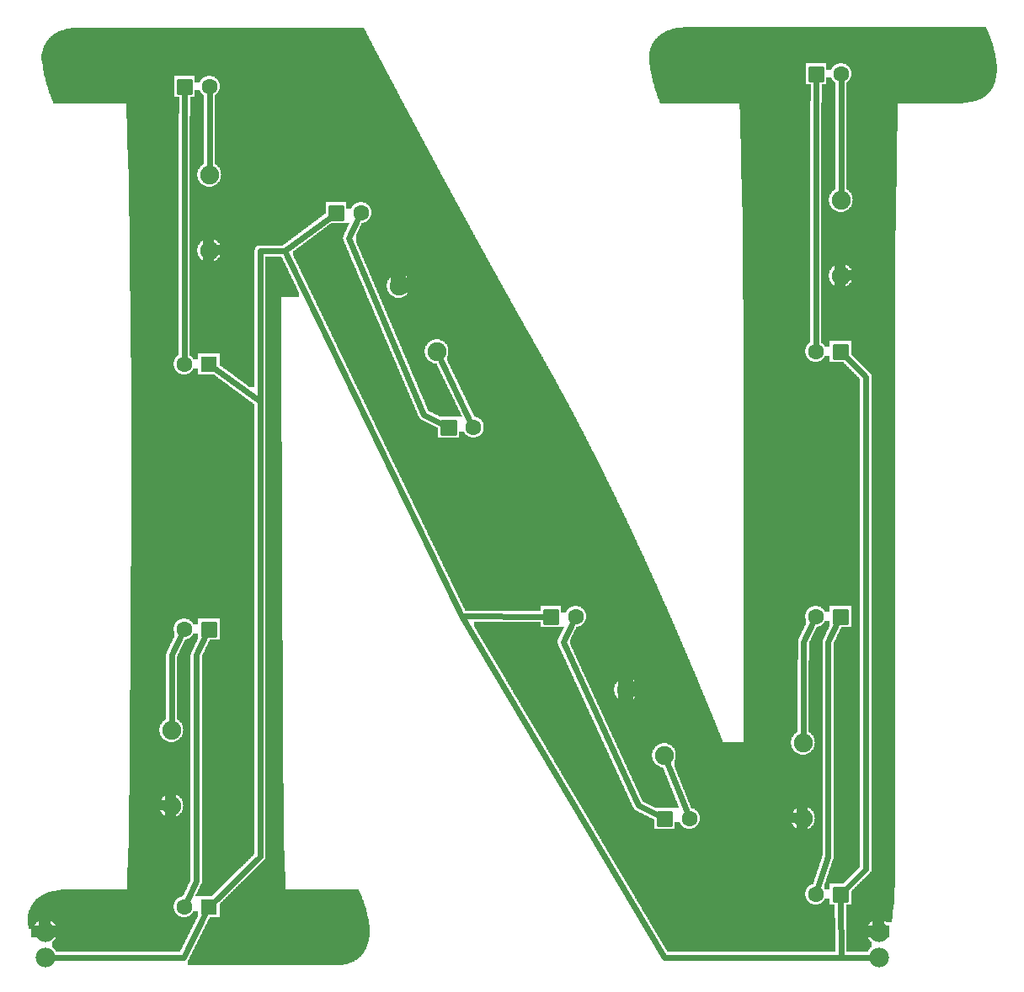
<source format=gbl>
G04 MADE WITH FRITZING*
G04 WWW.FRITZING.ORG*
G04 DOUBLE SIDED*
G04 HOLES PLATED*
G04 CONTOUR ON CENTER OF CONTOUR VECTOR*
%ASAXBY*%
%FSLAX23Y23*%
%MOIN*%
%OFA0B0*%
%SFA1.0B1.0*%
%ADD10C,0.075000*%
%ADD11C,0.062992*%
%ADD12C,0.078000*%
%ADD13R,0.062992X0.062992*%
%ADD14C,0.024000*%
%ADD15C,0.015748*%
%LNCOPPER0*%
G90*
G70*
G54D10*
X997Y410D03*
X2592Y3714D03*
G54D11*
X1271Y3057D03*
X1370Y3057D03*
X3171Y3607D03*
X3270Y3607D03*
X3268Y2507D03*
X3170Y2507D03*
X3268Y1457D03*
X3170Y1457D03*
X3268Y357D03*
X3170Y357D03*
X2571Y657D03*
X2670Y657D03*
X2121Y1457D03*
X2220Y1457D03*
X1717Y2207D03*
X1815Y2207D03*
X671Y3557D03*
X770Y3557D03*
X768Y2457D03*
X670Y2457D03*
X768Y1407D03*
X670Y1407D03*
X768Y307D03*
X670Y307D03*
G54D10*
X3270Y3107D03*
X3270Y2807D03*
X3120Y957D03*
X3120Y657D03*
X2570Y907D03*
X2420Y1167D03*
X1670Y2507D03*
X1520Y2767D03*
X770Y3207D03*
X770Y2907D03*
X620Y1007D03*
X620Y707D03*
G54D12*
X120Y107D03*
X120Y207D03*
X3420Y107D03*
X3420Y207D03*
G54D13*
X768Y2457D03*
X768Y307D03*
G54D14*
X3369Y2406D02*
X3287Y2488D01*
D02*
X3369Y456D02*
X3369Y2406D01*
D02*
X3287Y376D02*
X3369Y456D01*
D02*
X3271Y106D02*
X3389Y107D01*
D02*
X3268Y330D02*
X3271Y106D01*
D02*
X1619Y2257D02*
X1693Y2219D01*
D02*
X1321Y2957D02*
X1619Y2257D01*
D02*
X1358Y3033D02*
X1321Y2957D01*
D02*
X971Y2905D02*
X1069Y2905D01*
D02*
X1069Y2905D02*
X1250Y3041D01*
D02*
X971Y2308D02*
X971Y2905D01*
D02*
X719Y409D02*
X681Y331D01*
D02*
X719Y1305D02*
X719Y409D01*
D02*
X756Y1383D02*
X719Y1305D01*
D02*
X3219Y1356D02*
X3219Y507D01*
D02*
X3219Y507D02*
X3178Y383D01*
D02*
X3256Y1433D02*
X3219Y1356D01*
D02*
X670Y2484D02*
X671Y3530D01*
D02*
X3270Y3136D02*
X3270Y3580D01*
D02*
X2571Y106D02*
X3271Y106D01*
D02*
X1769Y1459D02*
X2571Y106D01*
D02*
X621Y1305D02*
X658Y1383D01*
D02*
X620Y1036D02*
X621Y1305D01*
D02*
X770Y3236D02*
X770Y3530D01*
D02*
X3171Y3580D02*
X3170Y2534D01*
D02*
X668Y106D02*
X150Y107D01*
D02*
X756Y283D02*
X668Y106D01*
D02*
X1803Y2231D02*
X1682Y2482D01*
D02*
X2580Y881D02*
X2660Y682D01*
D02*
X3121Y1356D02*
X3158Y1433D01*
D02*
X3120Y986D02*
X3121Y1356D01*
D02*
X1069Y2905D02*
X1769Y1459D01*
D02*
X1769Y1459D02*
X2094Y1457D01*
D02*
X971Y2308D02*
X790Y2441D01*
D02*
X971Y507D02*
X971Y2308D01*
D02*
X787Y326D02*
X971Y507D01*
D02*
X2468Y708D02*
X2170Y1356D01*
D02*
X2170Y1356D02*
X2208Y1433D01*
D02*
X2547Y669D02*
X2468Y708D01*
G36*
X992Y2883D02*
X992Y499D01*
X990Y499D01*
X990Y495D01*
X988Y495D01*
X988Y493D01*
X986Y493D01*
X986Y491D01*
X984Y491D01*
X984Y489D01*
X982Y489D01*
X982Y487D01*
X980Y487D01*
X980Y485D01*
X978Y485D01*
X978Y483D01*
X976Y483D01*
X976Y481D01*
X974Y481D01*
X974Y479D01*
X972Y479D01*
X972Y477D01*
X970Y477D01*
X970Y475D01*
X968Y475D01*
X968Y473D01*
X966Y473D01*
X966Y471D01*
X964Y471D01*
X964Y469D01*
X962Y469D01*
X962Y467D01*
X960Y467D01*
X960Y465D01*
X958Y465D01*
X958Y463D01*
X956Y463D01*
X956Y461D01*
X954Y461D01*
X954Y459D01*
X952Y459D01*
X952Y457D01*
X950Y457D01*
X950Y455D01*
X948Y455D01*
X948Y453D01*
X946Y453D01*
X946Y451D01*
X944Y451D01*
X944Y449D01*
X942Y449D01*
X942Y447D01*
X940Y447D01*
X940Y445D01*
X938Y445D01*
X938Y443D01*
X936Y443D01*
X936Y441D01*
X934Y441D01*
X934Y439D01*
X932Y439D01*
X932Y437D01*
X930Y437D01*
X930Y435D01*
X928Y435D01*
X928Y433D01*
X926Y433D01*
X926Y431D01*
X924Y431D01*
X924Y429D01*
X922Y429D01*
X922Y427D01*
X920Y427D01*
X920Y425D01*
X918Y425D01*
X918Y423D01*
X916Y423D01*
X916Y421D01*
X914Y421D01*
X914Y419D01*
X912Y419D01*
X912Y417D01*
X910Y417D01*
X910Y415D01*
X908Y415D01*
X908Y413D01*
X904Y413D01*
X904Y411D01*
X902Y411D01*
X902Y409D01*
X900Y409D01*
X900Y407D01*
X898Y407D01*
X898Y405D01*
X896Y405D01*
X896Y403D01*
X894Y403D01*
X894Y401D01*
X892Y401D01*
X892Y399D01*
X890Y399D01*
X890Y397D01*
X888Y397D01*
X888Y395D01*
X886Y395D01*
X886Y393D01*
X884Y393D01*
X884Y391D01*
X882Y391D01*
X882Y389D01*
X880Y389D01*
X880Y387D01*
X878Y387D01*
X878Y385D01*
X876Y385D01*
X876Y383D01*
X874Y383D01*
X874Y381D01*
X872Y381D01*
X872Y379D01*
X870Y379D01*
X870Y377D01*
X868Y377D01*
X868Y375D01*
X866Y375D01*
X866Y373D01*
X864Y373D01*
X864Y371D01*
X862Y371D01*
X862Y369D01*
X860Y369D01*
X860Y367D01*
X858Y367D01*
X858Y365D01*
X856Y365D01*
X856Y363D01*
X854Y363D01*
X854Y361D01*
X852Y361D01*
X852Y359D01*
X850Y359D01*
X850Y357D01*
X848Y357D01*
X848Y355D01*
X846Y355D01*
X846Y353D01*
X844Y353D01*
X844Y351D01*
X842Y351D01*
X842Y349D01*
X840Y349D01*
X840Y347D01*
X838Y347D01*
X838Y345D01*
X836Y345D01*
X836Y343D01*
X834Y343D01*
X834Y341D01*
X832Y341D01*
X832Y339D01*
X830Y339D01*
X830Y337D01*
X828Y337D01*
X828Y335D01*
X826Y335D01*
X826Y333D01*
X824Y333D01*
X824Y331D01*
X822Y331D01*
X822Y329D01*
X820Y329D01*
X820Y327D01*
X818Y327D01*
X818Y325D01*
X816Y325D01*
X816Y323D01*
X814Y323D01*
X814Y321D01*
X812Y321D01*
X812Y319D01*
X810Y319D01*
X810Y267D01*
X772Y267D01*
X772Y265D01*
X770Y265D01*
X770Y261D01*
X768Y261D01*
X768Y257D01*
X766Y257D01*
X766Y253D01*
X764Y253D01*
X764Y249D01*
X762Y249D01*
X762Y245D01*
X760Y245D01*
X760Y241D01*
X758Y241D01*
X758Y237D01*
X756Y237D01*
X756Y233D01*
X754Y233D01*
X754Y229D01*
X752Y229D01*
X752Y225D01*
X750Y225D01*
X750Y221D01*
X748Y221D01*
X748Y217D01*
X746Y217D01*
X746Y213D01*
X744Y213D01*
X744Y209D01*
X742Y209D01*
X742Y205D01*
X740Y205D01*
X740Y201D01*
X738Y201D01*
X738Y197D01*
X736Y197D01*
X736Y193D01*
X734Y193D01*
X734Y189D01*
X732Y189D01*
X732Y185D01*
X730Y185D01*
X730Y181D01*
X728Y181D01*
X728Y177D01*
X726Y177D01*
X726Y173D01*
X724Y173D01*
X724Y169D01*
X722Y169D01*
X722Y165D01*
X720Y165D01*
X720Y161D01*
X718Y161D01*
X718Y157D01*
X716Y157D01*
X716Y153D01*
X714Y153D01*
X714Y149D01*
X712Y149D01*
X712Y145D01*
X710Y145D01*
X710Y141D01*
X708Y141D01*
X708Y137D01*
X706Y137D01*
X706Y133D01*
X704Y133D01*
X704Y129D01*
X702Y129D01*
X702Y125D01*
X700Y125D01*
X700Y121D01*
X698Y121D01*
X698Y117D01*
X696Y117D01*
X696Y113D01*
X694Y113D01*
X694Y109D01*
X692Y109D01*
X692Y105D01*
X690Y105D01*
X690Y101D01*
X688Y101D01*
X688Y97D01*
X686Y97D01*
X686Y75D01*
X1288Y75D01*
X1288Y77D01*
X1302Y77D01*
X1302Y79D01*
X1312Y79D01*
X1312Y81D01*
X1318Y81D01*
X1318Y83D01*
X1326Y83D01*
X1326Y85D01*
X1330Y85D01*
X1330Y87D01*
X1336Y87D01*
X1336Y89D01*
X1340Y89D01*
X1340Y91D01*
X1344Y91D01*
X1344Y93D01*
X1346Y93D01*
X1346Y95D01*
X1350Y95D01*
X1350Y97D01*
X1354Y97D01*
X1354Y99D01*
X1356Y99D01*
X1356Y101D01*
X1358Y101D01*
X1358Y103D01*
X1362Y103D01*
X1362Y105D01*
X1364Y105D01*
X1364Y107D01*
X1366Y107D01*
X1366Y109D01*
X1368Y109D01*
X1368Y111D01*
X1370Y111D01*
X1370Y113D01*
X1372Y113D01*
X1372Y115D01*
X1374Y115D01*
X1374Y119D01*
X1376Y119D01*
X1376Y121D01*
X1378Y121D01*
X1378Y123D01*
X1380Y123D01*
X1380Y127D01*
X1382Y127D01*
X1382Y129D01*
X1384Y129D01*
X1384Y133D01*
X1386Y133D01*
X1386Y137D01*
X1388Y137D01*
X1388Y141D01*
X1390Y141D01*
X1390Y145D01*
X1392Y145D01*
X1392Y149D01*
X1394Y149D01*
X1394Y155D01*
X1396Y155D01*
X1396Y161D01*
X1398Y161D01*
X1398Y169D01*
X1400Y169D01*
X1400Y177D01*
X1402Y177D01*
X1402Y187D01*
X1404Y187D01*
X1404Y201D01*
X1406Y201D01*
X1406Y221D01*
X1404Y221D01*
X1404Y235D01*
X1402Y235D01*
X1402Y249D01*
X1400Y249D01*
X1400Y261D01*
X1398Y261D01*
X1398Y271D01*
X1396Y271D01*
X1396Y279D01*
X1394Y279D01*
X1394Y287D01*
X1392Y287D01*
X1392Y295D01*
X1390Y295D01*
X1390Y303D01*
X1388Y303D01*
X1388Y309D01*
X1386Y309D01*
X1386Y315D01*
X1384Y315D01*
X1384Y321D01*
X1382Y321D01*
X1382Y327D01*
X1380Y327D01*
X1380Y333D01*
X1378Y333D01*
X1378Y337D01*
X1376Y337D01*
X1376Y343D01*
X1374Y343D01*
X1374Y349D01*
X1372Y349D01*
X1372Y353D01*
X1370Y353D01*
X1370Y357D01*
X1368Y357D01*
X1368Y363D01*
X1366Y363D01*
X1366Y367D01*
X1364Y367D01*
X1364Y371D01*
X1362Y371D01*
X1362Y375D01*
X1072Y375D01*
X1072Y385D01*
X1070Y385D01*
X1070Y445D01*
X1068Y445D01*
X1068Y531D01*
X1066Y531D01*
X1066Y637D01*
X1064Y637D01*
X1064Y797D01*
X1062Y797D01*
X1062Y1019D01*
X1060Y1019D01*
X1060Y1363D01*
X1058Y1363D01*
X1058Y2151D01*
X1056Y2151D01*
X1056Y2723D01*
X1124Y2723D01*
X1124Y2743D01*
X1122Y2743D01*
X1122Y2747D01*
X1120Y2747D01*
X1120Y2751D01*
X1118Y2751D01*
X1118Y2755D01*
X1116Y2755D01*
X1116Y2759D01*
X1114Y2759D01*
X1114Y2765D01*
X1112Y2765D01*
X1112Y2769D01*
X1110Y2769D01*
X1110Y2773D01*
X1108Y2773D01*
X1108Y2777D01*
X1106Y2777D01*
X1106Y2781D01*
X1104Y2781D01*
X1104Y2785D01*
X1102Y2785D01*
X1102Y2789D01*
X1100Y2789D01*
X1100Y2793D01*
X1098Y2793D01*
X1098Y2797D01*
X1096Y2797D01*
X1096Y2801D01*
X1094Y2801D01*
X1094Y2805D01*
X1092Y2805D01*
X1092Y2809D01*
X1090Y2809D01*
X1090Y2813D01*
X1088Y2813D01*
X1088Y2817D01*
X1086Y2817D01*
X1086Y2821D01*
X1084Y2821D01*
X1084Y2827D01*
X1082Y2827D01*
X1082Y2831D01*
X1080Y2831D01*
X1080Y2835D01*
X1078Y2835D01*
X1078Y2839D01*
X1076Y2839D01*
X1076Y2843D01*
X1074Y2843D01*
X1074Y2847D01*
X1072Y2847D01*
X1072Y2851D01*
X1070Y2851D01*
X1070Y2855D01*
X1068Y2855D01*
X1068Y2859D01*
X1066Y2859D01*
X1066Y2863D01*
X1064Y2863D01*
X1064Y2867D01*
X1062Y2867D01*
X1062Y2871D01*
X1060Y2871D01*
X1060Y2875D01*
X1058Y2875D01*
X1058Y2879D01*
X1056Y2879D01*
X1056Y2883D01*
X992Y2883D01*
G37*
D02*
G36*
X2646Y3793D02*
X2646Y3791D01*
X2628Y3791D01*
X2628Y3789D01*
X2616Y3789D01*
X2616Y3787D01*
X2608Y3787D01*
X2608Y3785D01*
X2600Y3785D01*
X2600Y3783D01*
X2594Y3783D01*
X2594Y3781D01*
X2588Y3781D01*
X2588Y3779D01*
X2582Y3779D01*
X2582Y3777D01*
X2578Y3777D01*
X2578Y3775D01*
X2574Y3775D01*
X2574Y3773D01*
X2570Y3773D01*
X2570Y3771D01*
X2566Y3771D01*
X2566Y3769D01*
X2564Y3769D01*
X2564Y3767D01*
X2560Y3767D01*
X2560Y3765D01*
X2558Y3765D01*
X2558Y3763D01*
X2554Y3763D01*
X2554Y3761D01*
X2552Y3761D01*
X2552Y3759D01*
X2550Y3759D01*
X2550Y3757D01*
X2548Y3757D01*
X2548Y3755D01*
X2546Y3755D01*
X2546Y3753D01*
X2544Y3753D01*
X2544Y3751D01*
X2540Y3751D01*
X2540Y3747D01*
X2538Y3747D01*
X2538Y3745D01*
X2536Y3745D01*
X2536Y3743D01*
X2534Y3743D01*
X2534Y3741D01*
X2532Y3741D01*
X2532Y3737D01*
X2530Y3737D01*
X2530Y3735D01*
X2528Y3735D01*
X2528Y3731D01*
X2526Y3731D01*
X2526Y3727D01*
X2524Y3727D01*
X2524Y3725D01*
X2522Y3725D01*
X2522Y3719D01*
X2520Y3719D01*
X2520Y3715D01*
X2518Y3715D01*
X2518Y3709D01*
X2516Y3709D01*
X2516Y3703D01*
X2514Y3703D01*
X2514Y3697D01*
X2512Y3697D01*
X2512Y3687D01*
X2510Y3687D01*
X2510Y3659D01*
X2512Y3659D01*
X2512Y3649D01*
X3278Y3649D01*
X3278Y3647D01*
X3286Y3647D01*
X3286Y3645D01*
X3290Y3645D01*
X3290Y3643D01*
X3292Y3643D01*
X3292Y3641D01*
X3296Y3641D01*
X3296Y3639D01*
X3298Y3639D01*
X3298Y3637D01*
X3300Y3637D01*
X3300Y3635D01*
X3302Y3635D01*
X3302Y3633D01*
X3304Y3633D01*
X3304Y3629D01*
X3306Y3629D01*
X3306Y3625D01*
X3308Y3625D01*
X3308Y3619D01*
X3310Y3619D01*
X3310Y3609D01*
X3312Y3609D01*
X3312Y3607D01*
X3310Y3607D01*
X3310Y3595D01*
X3308Y3595D01*
X3308Y3591D01*
X3306Y3591D01*
X3306Y3587D01*
X3304Y3587D01*
X3304Y3583D01*
X3302Y3583D01*
X3302Y3581D01*
X3300Y3581D01*
X3300Y3579D01*
X3298Y3579D01*
X3298Y3577D01*
X3296Y3577D01*
X3296Y3575D01*
X3294Y3575D01*
X3294Y3573D01*
X3292Y3573D01*
X3292Y3149D01*
X3294Y3149D01*
X3294Y3147D01*
X3298Y3147D01*
X3298Y3145D01*
X3300Y3145D01*
X3300Y3143D01*
X3302Y3143D01*
X3302Y3141D01*
X3304Y3141D01*
X3304Y3139D01*
X3306Y3139D01*
X3306Y3137D01*
X3308Y3137D01*
X3308Y3135D01*
X3310Y3135D01*
X3310Y3131D01*
X3312Y3131D01*
X3312Y3127D01*
X3314Y3127D01*
X3314Y3121D01*
X3316Y3121D01*
X3316Y3109D01*
X3318Y3109D01*
X3318Y3107D01*
X3316Y3107D01*
X3316Y3095D01*
X3314Y3095D01*
X3314Y3089D01*
X3312Y3089D01*
X3312Y3085D01*
X3310Y3085D01*
X3310Y3081D01*
X3308Y3081D01*
X3308Y3079D01*
X3306Y3079D01*
X3306Y3077D01*
X3304Y3077D01*
X3304Y3075D01*
X3302Y3075D01*
X3302Y3073D01*
X3300Y3073D01*
X3300Y3071D01*
X3298Y3071D01*
X3298Y3069D01*
X3296Y3069D01*
X3296Y3067D01*
X3292Y3067D01*
X3292Y3065D01*
X3288Y3065D01*
X3288Y3063D01*
X3282Y3063D01*
X3282Y3061D01*
X3488Y3061D01*
X3488Y3161D01*
X3490Y3161D01*
X3490Y3287D01*
X3492Y3287D01*
X3492Y3381D01*
X3494Y3381D01*
X3494Y3459D01*
X3496Y3459D01*
X3496Y3491D01*
X3754Y3491D01*
X3754Y3493D01*
X3776Y3493D01*
X3776Y3495D01*
X3786Y3495D01*
X3786Y3497D01*
X3796Y3497D01*
X3796Y3499D01*
X3802Y3499D01*
X3802Y3501D01*
X3808Y3501D01*
X3808Y3503D01*
X3814Y3503D01*
X3814Y3505D01*
X3820Y3505D01*
X3820Y3507D01*
X3824Y3507D01*
X3824Y3509D01*
X3828Y3509D01*
X3828Y3511D01*
X3830Y3511D01*
X3830Y3513D01*
X3834Y3513D01*
X3834Y3515D01*
X3838Y3515D01*
X3838Y3517D01*
X3840Y3517D01*
X3840Y3519D01*
X3844Y3519D01*
X3844Y3521D01*
X3846Y3521D01*
X3846Y3523D01*
X3848Y3523D01*
X3848Y3525D01*
X3850Y3525D01*
X3850Y3527D01*
X3852Y3527D01*
X3852Y3529D01*
X3854Y3529D01*
X3854Y3531D01*
X3856Y3531D01*
X3856Y3533D01*
X3858Y3533D01*
X3858Y3535D01*
X3860Y3535D01*
X3860Y3537D01*
X3862Y3537D01*
X3862Y3541D01*
X3864Y3541D01*
X3864Y3543D01*
X3866Y3543D01*
X3866Y3547D01*
X3868Y3547D01*
X3868Y3549D01*
X3870Y3549D01*
X3870Y3553D01*
X3872Y3553D01*
X3872Y3557D01*
X3874Y3557D01*
X3874Y3563D01*
X3876Y3563D01*
X3876Y3567D01*
X3878Y3567D01*
X3878Y3573D01*
X3880Y3573D01*
X3880Y3579D01*
X3882Y3579D01*
X3882Y3589D01*
X3884Y3589D01*
X3884Y3597D01*
X3886Y3597D01*
X3886Y3609D01*
X3888Y3609D01*
X3888Y3645D01*
X3886Y3645D01*
X3886Y3659D01*
X3884Y3659D01*
X3884Y3671D01*
X3882Y3671D01*
X3882Y3681D01*
X3880Y3681D01*
X3880Y3691D01*
X3878Y3691D01*
X3878Y3699D01*
X3876Y3699D01*
X3876Y3707D01*
X3874Y3707D01*
X3874Y3715D01*
X3872Y3715D01*
X3872Y3721D01*
X3870Y3721D01*
X3870Y3729D01*
X3868Y3729D01*
X3868Y3735D01*
X3866Y3735D01*
X3866Y3741D01*
X3864Y3741D01*
X3864Y3747D01*
X3862Y3747D01*
X3862Y3751D01*
X3860Y3751D01*
X3860Y3757D01*
X3858Y3757D01*
X3858Y3763D01*
X3856Y3763D01*
X3856Y3767D01*
X3854Y3767D01*
X3854Y3773D01*
X3852Y3773D01*
X3852Y3777D01*
X3850Y3777D01*
X3850Y3781D01*
X3848Y3781D01*
X3848Y3787D01*
X3846Y3787D01*
X3846Y3791D01*
X3844Y3791D01*
X3844Y3793D01*
X2646Y3793D01*
G37*
D02*
G36*
X234Y3791D02*
X234Y3789D01*
X220Y3789D01*
X220Y3787D01*
X208Y3787D01*
X208Y3785D01*
X200Y3785D01*
X200Y3783D01*
X194Y3783D01*
X194Y3781D01*
X188Y3781D01*
X188Y3779D01*
X182Y3779D01*
X182Y3777D01*
X178Y3777D01*
X178Y3775D01*
X172Y3775D01*
X172Y3773D01*
X168Y3773D01*
X168Y3771D01*
X166Y3771D01*
X166Y3769D01*
X162Y3769D01*
X162Y3767D01*
X158Y3767D01*
X158Y3765D01*
X156Y3765D01*
X156Y3763D01*
X152Y3763D01*
X152Y3761D01*
X150Y3761D01*
X150Y3759D01*
X148Y3759D01*
X148Y3757D01*
X144Y3757D01*
X144Y3755D01*
X142Y3755D01*
X142Y3753D01*
X140Y3753D01*
X140Y3751D01*
X138Y3751D01*
X138Y3749D01*
X136Y3749D01*
X136Y3747D01*
X134Y3747D01*
X134Y3743D01*
X132Y3743D01*
X132Y3741D01*
X130Y3741D01*
X130Y3739D01*
X128Y3739D01*
X128Y3737D01*
X126Y3737D01*
X126Y3733D01*
X124Y3733D01*
X124Y3729D01*
X122Y3729D01*
X122Y3727D01*
X120Y3727D01*
X120Y3723D01*
X118Y3723D01*
X118Y3719D01*
X116Y3719D01*
X116Y3713D01*
X114Y3713D01*
X114Y3709D01*
X112Y3709D01*
X112Y3703D01*
X110Y3703D01*
X110Y3695D01*
X108Y3695D01*
X108Y3687D01*
X106Y3687D01*
X106Y3659D01*
X108Y3659D01*
X108Y3645D01*
X110Y3645D01*
X110Y3631D01*
X112Y3631D01*
X112Y3621D01*
X114Y3621D01*
X114Y3611D01*
X116Y3611D01*
X116Y3601D01*
X118Y3601D01*
X118Y3599D01*
X778Y3599D01*
X778Y3597D01*
X786Y3597D01*
X786Y3595D01*
X790Y3595D01*
X790Y3593D01*
X792Y3593D01*
X792Y3591D01*
X796Y3591D01*
X796Y3589D01*
X798Y3589D01*
X798Y3587D01*
X800Y3587D01*
X800Y3585D01*
X802Y3585D01*
X802Y3583D01*
X804Y3583D01*
X804Y3579D01*
X806Y3579D01*
X806Y3575D01*
X808Y3575D01*
X808Y3569D01*
X810Y3569D01*
X810Y3559D01*
X812Y3559D01*
X812Y3557D01*
X810Y3557D01*
X810Y3545D01*
X808Y3545D01*
X808Y3541D01*
X806Y3541D01*
X806Y3537D01*
X804Y3537D01*
X804Y3533D01*
X802Y3533D01*
X802Y3531D01*
X800Y3531D01*
X800Y3529D01*
X798Y3529D01*
X798Y3527D01*
X796Y3527D01*
X796Y3525D01*
X794Y3525D01*
X794Y3523D01*
X792Y3523D01*
X792Y3249D01*
X794Y3249D01*
X794Y3247D01*
X798Y3247D01*
X798Y3245D01*
X800Y3245D01*
X800Y3243D01*
X802Y3243D01*
X802Y3241D01*
X804Y3241D01*
X804Y3239D01*
X806Y3239D01*
X806Y3237D01*
X808Y3237D01*
X808Y3235D01*
X810Y3235D01*
X810Y3231D01*
X812Y3231D01*
X812Y3227D01*
X814Y3227D01*
X814Y3221D01*
X816Y3221D01*
X816Y3209D01*
X818Y3209D01*
X818Y3207D01*
X816Y3207D01*
X816Y3195D01*
X814Y3195D01*
X814Y3189D01*
X812Y3189D01*
X812Y3185D01*
X810Y3185D01*
X810Y3181D01*
X808Y3181D01*
X808Y3179D01*
X806Y3179D01*
X806Y3177D01*
X804Y3177D01*
X804Y3175D01*
X802Y3175D01*
X802Y3173D01*
X800Y3173D01*
X800Y3171D01*
X798Y3171D01*
X798Y3169D01*
X796Y3169D01*
X796Y3167D01*
X792Y3167D01*
X792Y3165D01*
X788Y3165D01*
X788Y3163D01*
X782Y3163D01*
X782Y3161D01*
X1714Y3161D01*
X1714Y3163D01*
X1712Y3163D01*
X1712Y3167D01*
X1710Y3167D01*
X1710Y3171D01*
X1708Y3171D01*
X1708Y3175D01*
X1706Y3175D01*
X1706Y3179D01*
X1704Y3179D01*
X1704Y3181D01*
X1702Y3181D01*
X1702Y3185D01*
X1700Y3185D01*
X1700Y3189D01*
X1698Y3189D01*
X1698Y3193D01*
X1696Y3193D01*
X1696Y3197D01*
X1694Y3197D01*
X1694Y3201D01*
X1692Y3201D01*
X1692Y3205D01*
X1690Y3205D01*
X1690Y3207D01*
X1688Y3207D01*
X1688Y3211D01*
X1686Y3211D01*
X1686Y3215D01*
X1684Y3215D01*
X1684Y3219D01*
X1682Y3219D01*
X1682Y3223D01*
X1680Y3223D01*
X1680Y3227D01*
X1678Y3227D01*
X1678Y3231D01*
X1676Y3231D01*
X1676Y3233D01*
X1674Y3233D01*
X1674Y3237D01*
X1672Y3237D01*
X1672Y3241D01*
X1670Y3241D01*
X1670Y3245D01*
X1668Y3245D01*
X1668Y3249D01*
X1666Y3249D01*
X1666Y3253D01*
X1664Y3253D01*
X1664Y3257D01*
X1662Y3257D01*
X1662Y3259D01*
X1660Y3259D01*
X1660Y3263D01*
X1658Y3263D01*
X1658Y3267D01*
X1656Y3267D01*
X1656Y3271D01*
X1654Y3271D01*
X1654Y3275D01*
X1652Y3275D01*
X1652Y3279D01*
X1650Y3279D01*
X1650Y3283D01*
X1648Y3283D01*
X1648Y3287D01*
X1646Y3287D01*
X1646Y3289D01*
X1644Y3289D01*
X1644Y3293D01*
X1642Y3293D01*
X1642Y3297D01*
X1640Y3297D01*
X1640Y3301D01*
X1638Y3301D01*
X1638Y3305D01*
X1636Y3305D01*
X1636Y3309D01*
X1634Y3309D01*
X1634Y3313D01*
X1632Y3313D01*
X1632Y3317D01*
X1630Y3317D01*
X1630Y3319D01*
X1628Y3319D01*
X1628Y3323D01*
X1626Y3323D01*
X1626Y3327D01*
X1624Y3327D01*
X1624Y3331D01*
X1622Y3331D01*
X1622Y3335D01*
X1620Y3335D01*
X1620Y3339D01*
X1618Y3339D01*
X1618Y3343D01*
X1616Y3343D01*
X1616Y3347D01*
X1614Y3347D01*
X1614Y3349D01*
X1612Y3349D01*
X1612Y3353D01*
X1610Y3353D01*
X1610Y3357D01*
X1608Y3357D01*
X1608Y3361D01*
X1606Y3361D01*
X1606Y3365D01*
X1604Y3365D01*
X1604Y3369D01*
X1602Y3369D01*
X1602Y3373D01*
X1600Y3373D01*
X1600Y3377D01*
X1598Y3377D01*
X1598Y3379D01*
X1596Y3379D01*
X1596Y3383D01*
X1594Y3383D01*
X1594Y3387D01*
X1592Y3387D01*
X1592Y3391D01*
X1590Y3391D01*
X1590Y3395D01*
X1588Y3395D01*
X1588Y3399D01*
X1586Y3399D01*
X1586Y3403D01*
X1584Y3403D01*
X1584Y3407D01*
X1582Y3407D01*
X1582Y3409D01*
X1580Y3409D01*
X1580Y3413D01*
X1578Y3413D01*
X1578Y3417D01*
X1576Y3417D01*
X1576Y3421D01*
X1574Y3421D01*
X1574Y3425D01*
X1572Y3425D01*
X1572Y3429D01*
X1570Y3429D01*
X1570Y3433D01*
X1568Y3433D01*
X1568Y3437D01*
X1566Y3437D01*
X1566Y3439D01*
X1564Y3439D01*
X1564Y3443D01*
X1562Y3443D01*
X1562Y3447D01*
X1560Y3447D01*
X1560Y3451D01*
X1558Y3451D01*
X1558Y3455D01*
X1556Y3455D01*
X1556Y3459D01*
X1554Y3459D01*
X1554Y3463D01*
X1552Y3463D01*
X1552Y3467D01*
X1550Y3467D01*
X1550Y3471D01*
X1548Y3471D01*
X1548Y3473D01*
X1546Y3473D01*
X1546Y3477D01*
X1544Y3477D01*
X1544Y3481D01*
X1542Y3481D01*
X1542Y3485D01*
X1540Y3485D01*
X1540Y3489D01*
X1538Y3489D01*
X1538Y3493D01*
X1536Y3493D01*
X1536Y3497D01*
X1534Y3497D01*
X1534Y3501D01*
X1532Y3501D01*
X1532Y3505D01*
X1530Y3505D01*
X1530Y3507D01*
X1528Y3507D01*
X1528Y3511D01*
X1526Y3511D01*
X1526Y3515D01*
X1524Y3515D01*
X1524Y3519D01*
X1522Y3519D01*
X1522Y3523D01*
X1520Y3523D01*
X1520Y3527D01*
X1518Y3527D01*
X1518Y3531D01*
X1516Y3531D01*
X1516Y3535D01*
X1514Y3535D01*
X1514Y3539D01*
X1512Y3539D01*
X1512Y3541D01*
X1510Y3541D01*
X1510Y3545D01*
X1508Y3545D01*
X1508Y3549D01*
X1506Y3549D01*
X1506Y3553D01*
X1504Y3553D01*
X1504Y3557D01*
X1502Y3557D01*
X1502Y3561D01*
X1500Y3561D01*
X1500Y3565D01*
X1498Y3565D01*
X1498Y3569D01*
X1496Y3569D01*
X1496Y3573D01*
X1494Y3573D01*
X1494Y3577D01*
X1492Y3577D01*
X1492Y3579D01*
X1490Y3579D01*
X1490Y3583D01*
X1488Y3583D01*
X1488Y3587D01*
X1486Y3587D01*
X1486Y3591D01*
X1484Y3591D01*
X1484Y3595D01*
X1482Y3595D01*
X1482Y3599D01*
X1480Y3599D01*
X1480Y3603D01*
X1478Y3603D01*
X1478Y3607D01*
X1476Y3607D01*
X1476Y3611D01*
X1474Y3611D01*
X1474Y3613D01*
X1472Y3613D01*
X1472Y3617D01*
X1470Y3617D01*
X1470Y3621D01*
X1468Y3621D01*
X1468Y3625D01*
X1466Y3625D01*
X1466Y3629D01*
X1464Y3629D01*
X1464Y3633D01*
X1462Y3633D01*
X1462Y3637D01*
X1460Y3637D01*
X1460Y3641D01*
X1458Y3641D01*
X1458Y3645D01*
X1456Y3645D01*
X1456Y3649D01*
X1454Y3649D01*
X1454Y3653D01*
X1452Y3653D01*
X1452Y3655D01*
X1450Y3655D01*
X1450Y3659D01*
X1448Y3659D01*
X1448Y3663D01*
X1446Y3663D01*
X1446Y3667D01*
X1444Y3667D01*
X1444Y3671D01*
X1442Y3671D01*
X1442Y3675D01*
X1440Y3675D01*
X1440Y3679D01*
X1438Y3679D01*
X1438Y3683D01*
X1436Y3683D01*
X1436Y3687D01*
X1434Y3687D01*
X1434Y3691D01*
X1432Y3691D01*
X1432Y3695D01*
X1430Y3695D01*
X1430Y3697D01*
X1428Y3697D01*
X1428Y3701D01*
X1426Y3701D01*
X1426Y3705D01*
X1424Y3705D01*
X1424Y3709D01*
X1422Y3709D01*
X1422Y3713D01*
X1420Y3713D01*
X1420Y3717D01*
X1418Y3717D01*
X1418Y3721D01*
X1416Y3721D01*
X1416Y3725D01*
X1414Y3725D01*
X1414Y3729D01*
X1412Y3729D01*
X1412Y3733D01*
X1410Y3733D01*
X1410Y3737D01*
X1408Y3737D01*
X1408Y3739D01*
X1406Y3739D01*
X1406Y3743D01*
X1404Y3743D01*
X1404Y3747D01*
X1402Y3747D01*
X1402Y3751D01*
X1400Y3751D01*
X1400Y3755D01*
X1398Y3755D01*
X1398Y3759D01*
X1396Y3759D01*
X1396Y3763D01*
X1394Y3763D01*
X1394Y3767D01*
X1392Y3767D01*
X1392Y3771D01*
X1390Y3771D01*
X1390Y3775D01*
X1388Y3775D01*
X1388Y3779D01*
X1386Y3779D01*
X1386Y3781D01*
X1384Y3781D01*
X1384Y3785D01*
X1382Y3785D01*
X1382Y3789D01*
X1380Y3789D01*
X1380Y3791D01*
X234Y3791D01*
G37*
D02*
G36*
X2512Y3649D02*
X2512Y3643D01*
X2514Y3643D01*
X2514Y3631D01*
X2516Y3631D01*
X2516Y3619D01*
X2518Y3619D01*
X2518Y3607D01*
X2520Y3607D01*
X2520Y3599D01*
X2522Y3599D01*
X2522Y3589D01*
X2524Y3589D01*
X2524Y3581D01*
X2526Y3581D01*
X2526Y3573D01*
X2528Y3573D01*
X2528Y3567D01*
X2530Y3567D01*
X2530Y3559D01*
X2532Y3559D01*
X2532Y3551D01*
X2534Y3551D01*
X2534Y3545D01*
X2536Y3545D01*
X2536Y3539D01*
X2538Y3539D01*
X2538Y3533D01*
X2540Y3533D01*
X2540Y3527D01*
X2542Y3527D01*
X2542Y3521D01*
X2544Y3521D01*
X2544Y3515D01*
X2546Y3515D01*
X2546Y3509D01*
X2548Y3509D01*
X2548Y3505D01*
X2550Y3505D01*
X2550Y3499D01*
X2552Y3499D01*
X2552Y3493D01*
X2554Y3493D01*
X2554Y3491D01*
X2868Y3491D01*
X2868Y3467D01*
X2870Y3467D01*
X2870Y3415D01*
X2872Y3415D01*
X2872Y3351D01*
X2874Y3351D01*
X2874Y3283D01*
X2876Y3283D01*
X2876Y3191D01*
X2878Y3191D01*
X2878Y3081D01*
X2880Y3081D01*
X2880Y2935D01*
X2882Y2935D01*
X2882Y2713D01*
X2884Y2713D01*
X2884Y2467D01*
X3158Y2467D01*
X3158Y2469D01*
X3152Y2469D01*
X3152Y2471D01*
X3148Y2471D01*
X3148Y2473D01*
X3146Y2473D01*
X3146Y2475D01*
X3144Y2475D01*
X3144Y2477D01*
X3140Y2477D01*
X3140Y2479D01*
X3138Y2479D01*
X3138Y2483D01*
X3136Y2483D01*
X3136Y2485D01*
X3134Y2485D01*
X3134Y2489D01*
X3132Y2489D01*
X3132Y2493D01*
X3130Y2493D01*
X3130Y2499D01*
X3128Y2499D01*
X3128Y2515D01*
X3130Y2515D01*
X3130Y2523D01*
X3132Y2523D01*
X3132Y2527D01*
X3134Y2527D01*
X3134Y2531D01*
X3136Y2531D01*
X3136Y2533D01*
X3138Y2533D01*
X3138Y2535D01*
X3140Y2535D01*
X3140Y2537D01*
X3142Y2537D01*
X3142Y2539D01*
X3144Y2539D01*
X3144Y2541D01*
X3146Y2541D01*
X3146Y2543D01*
X3148Y2543D01*
X3148Y3501D01*
X3150Y3501D01*
X3150Y3567D01*
X3130Y3567D01*
X3130Y3649D01*
X2512Y3649D01*
G37*
D02*
G36*
X3212Y3649D02*
X3212Y3623D01*
X3232Y3623D01*
X3232Y3627D01*
X3234Y3627D01*
X3234Y3631D01*
X3236Y3631D01*
X3236Y3633D01*
X3238Y3633D01*
X3238Y3635D01*
X3240Y3635D01*
X3240Y3637D01*
X3242Y3637D01*
X3242Y3639D01*
X3244Y3639D01*
X3244Y3641D01*
X3246Y3641D01*
X3246Y3643D01*
X3250Y3643D01*
X3250Y3645D01*
X3254Y3645D01*
X3254Y3647D01*
X3260Y3647D01*
X3260Y3649D01*
X3212Y3649D01*
G37*
D02*
G36*
X118Y3599D02*
X118Y3593D01*
X120Y3593D01*
X120Y3585D01*
X122Y3585D01*
X122Y3577D01*
X124Y3577D01*
X124Y3571D01*
X126Y3571D01*
X126Y3563D01*
X128Y3563D01*
X128Y3557D01*
X130Y3557D01*
X130Y3549D01*
X132Y3549D01*
X132Y3543D01*
X134Y3543D01*
X134Y3537D01*
X136Y3537D01*
X136Y3531D01*
X138Y3531D01*
X138Y3525D01*
X140Y3525D01*
X140Y3521D01*
X142Y3521D01*
X142Y3515D01*
X144Y3515D01*
X144Y3509D01*
X146Y3509D01*
X146Y3505D01*
X148Y3505D01*
X148Y3499D01*
X150Y3499D01*
X150Y3495D01*
X152Y3495D01*
X152Y3491D01*
X440Y3491D01*
X440Y3481D01*
X442Y3481D01*
X442Y3429D01*
X444Y3429D01*
X444Y3373D01*
X446Y3373D01*
X446Y3307D01*
X448Y3307D01*
X448Y3231D01*
X450Y3231D01*
X450Y3147D01*
X452Y3147D01*
X452Y3043D01*
X454Y3043D01*
X454Y2913D01*
X456Y2913D01*
X456Y2745D01*
X458Y2745D01*
X458Y2483D01*
X460Y2483D01*
X460Y2417D01*
X658Y2417D01*
X658Y2419D01*
X652Y2419D01*
X652Y2421D01*
X648Y2421D01*
X648Y2423D01*
X646Y2423D01*
X646Y2425D01*
X644Y2425D01*
X644Y2427D01*
X640Y2427D01*
X640Y2429D01*
X638Y2429D01*
X638Y2433D01*
X636Y2433D01*
X636Y2435D01*
X634Y2435D01*
X634Y2439D01*
X632Y2439D01*
X632Y2443D01*
X630Y2443D01*
X630Y2449D01*
X628Y2449D01*
X628Y2465D01*
X630Y2465D01*
X630Y2473D01*
X632Y2473D01*
X632Y2477D01*
X634Y2477D01*
X634Y2481D01*
X636Y2481D01*
X636Y2483D01*
X638Y2483D01*
X638Y2485D01*
X640Y2485D01*
X640Y2487D01*
X642Y2487D01*
X642Y2489D01*
X644Y2489D01*
X644Y2491D01*
X646Y2491D01*
X646Y2493D01*
X648Y2493D01*
X648Y3449D01*
X650Y3449D01*
X650Y3517D01*
X630Y3517D01*
X630Y3599D01*
X118Y3599D01*
G37*
D02*
G36*
X712Y3599D02*
X712Y3573D01*
X732Y3573D01*
X732Y3577D01*
X734Y3577D01*
X734Y3581D01*
X736Y3581D01*
X736Y3583D01*
X738Y3583D01*
X738Y3585D01*
X740Y3585D01*
X740Y3587D01*
X742Y3587D01*
X742Y3589D01*
X744Y3589D01*
X744Y3591D01*
X746Y3591D01*
X746Y3593D01*
X750Y3593D01*
X750Y3595D01*
X754Y3595D01*
X754Y3597D01*
X760Y3597D01*
X760Y3599D01*
X712Y3599D01*
G37*
D02*
G36*
X3212Y3593D02*
X3212Y3567D01*
X3194Y3567D01*
X3194Y3493D01*
X3192Y3493D01*
X3192Y3061D01*
X3258Y3061D01*
X3258Y3063D01*
X3252Y3063D01*
X3252Y3065D01*
X3248Y3065D01*
X3248Y3067D01*
X3244Y3067D01*
X3244Y3069D01*
X3242Y3069D01*
X3242Y3071D01*
X3238Y3071D01*
X3238Y3073D01*
X3236Y3073D01*
X3236Y3075D01*
X3234Y3075D01*
X3234Y3077D01*
X3232Y3077D01*
X3232Y3081D01*
X3230Y3081D01*
X3230Y3083D01*
X3228Y3083D01*
X3228Y3087D01*
X3226Y3087D01*
X3226Y3091D01*
X3224Y3091D01*
X3224Y3099D01*
X3222Y3099D01*
X3222Y3117D01*
X3224Y3117D01*
X3224Y3123D01*
X3226Y3123D01*
X3226Y3129D01*
X3228Y3129D01*
X3228Y3131D01*
X3230Y3131D01*
X3230Y3135D01*
X3232Y3135D01*
X3232Y3137D01*
X3234Y3137D01*
X3234Y3141D01*
X3236Y3141D01*
X3236Y3143D01*
X3240Y3143D01*
X3240Y3145D01*
X3242Y3145D01*
X3242Y3147D01*
X3244Y3147D01*
X3244Y3149D01*
X3248Y3149D01*
X3248Y3573D01*
X3246Y3573D01*
X3246Y3575D01*
X3244Y3575D01*
X3244Y3577D01*
X3240Y3577D01*
X3240Y3579D01*
X3238Y3579D01*
X3238Y3583D01*
X3236Y3583D01*
X3236Y3585D01*
X3234Y3585D01*
X3234Y3589D01*
X3232Y3589D01*
X3232Y3593D01*
X3212Y3593D01*
G37*
D02*
G36*
X712Y3543D02*
X712Y3517D01*
X694Y3517D01*
X694Y3441D01*
X692Y3441D01*
X692Y3161D01*
X758Y3161D01*
X758Y3163D01*
X752Y3163D01*
X752Y3165D01*
X748Y3165D01*
X748Y3167D01*
X744Y3167D01*
X744Y3169D01*
X742Y3169D01*
X742Y3171D01*
X738Y3171D01*
X738Y3173D01*
X736Y3173D01*
X736Y3175D01*
X734Y3175D01*
X734Y3177D01*
X732Y3177D01*
X732Y3181D01*
X730Y3181D01*
X730Y3183D01*
X728Y3183D01*
X728Y3187D01*
X726Y3187D01*
X726Y3193D01*
X724Y3193D01*
X724Y3199D01*
X722Y3199D01*
X722Y3217D01*
X724Y3217D01*
X724Y3223D01*
X726Y3223D01*
X726Y3229D01*
X728Y3229D01*
X728Y3231D01*
X730Y3231D01*
X730Y3235D01*
X732Y3235D01*
X732Y3237D01*
X734Y3237D01*
X734Y3241D01*
X736Y3241D01*
X736Y3243D01*
X740Y3243D01*
X740Y3245D01*
X742Y3245D01*
X742Y3247D01*
X744Y3247D01*
X744Y3249D01*
X748Y3249D01*
X748Y3523D01*
X746Y3523D01*
X746Y3525D01*
X744Y3525D01*
X744Y3527D01*
X740Y3527D01*
X740Y3529D01*
X738Y3529D01*
X738Y3533D01*
X736Y3533D01*
X736Y3535D01*
X734Y3535D01*
X734Y3539D01*
X732Y3539D01*
X732Y3543D01*
X712Y3543D01*
G37*
D02*
G36*
X692Y3161D02*
X692Y3159D01*
X1714Y3159D01*
X1714Y3161D01*
X692Y3161D01*
G37*
D02*
G36*
X692Y3161D02*
X692Y3159D01*
X1714Y3159D01*
X1714Y3161D01*
X692Y3161D01*
G37*
D02*
G36*
X692Y3159D02*
X692Y3099D01*
X1378Y3099D01*
X1378Y3097D01*
X1386Y3097D01*
X1386Y3095D01*
X1390Y3095D01*
X1390Y3093D01*
X1392Y3093D01*
X1392Y3091D01*
X1396Y3091D01*
X1396Y3089D01*
X1398Y3089D01*
X1398Y3087D01*
X1400Y3087D01*
X1400Y3085D01*
X1402Y3085D01*
X1402Y3083D01*
X1404Y3083D01*
X1404Y3079D01*
X1406Y3079D01*
X1406Y3075D01*
X1408Y3075D01*
X1408Y3069D01*
X1410Y3069D01*
X1410Y3059D01*
X1412Y3059D01*
X1412Y3057D01*
X1410Y3057D01*
X1410Y3045D01*
X1408Y3045D01*
X1408Y3041D01*
X1406Y3041D01*
X1406Y3037D01*
X1404Y3037D01*
X1404Y3033D01*
X1402Y3033D01*
X1402Y3031D01*
X1400Y3031D01*
X1400Y3029D01*
X1398Y3029D01*
X1398Y3027D01*
X1396Y3027D01*
X1396Y3025D01*
X1394Y3025D01*
X1394Y3023D01*
X1390Y3023D01*
X1390Y3021D01*
X1386Y3021D01*
X1386Y3019D01*
X1380Y3019D01*
X1380Y3017D01*
X1374Y3017D01*
X1374Y3015D01*
X1372Y3015D01*
X1372Y3011D01*
X1370Y3011D01*
X1370Y3007D01*
X1368Y3007D01*
X1368Y3003D01*
X1366Y3003D01*
X1366Y2999D01*
X1364Y2999D01*
X1364Y2993D01*
X1362Y2993D01*
X1362Y2989D01*
X1360Y2989D01*
X1360Y2985D01*
X1358Y2985D01*
X1358Y2981D01*
X1356Y2981D01*
X1356Y2977D01*
X1354Y2977D01*
X1354Y2973D01*
X1352Y2973D01*
X1352Y2969D01*
X1350Y2969D01*
X1350Y2941D01*
X1352Y2941D01*
X1352Y2937D01*
X1354Y2937D01*
X1354Y2933D01*
X1356Y2933D01*
X1356Y2927D01*
X1358Y2927D01*
X1358Y2923D01*
X1360Y2923D01*
X1360Y2919D01*
X1362Y2919D01*
X1362Y2913D01*
X1364Y2913D01*
X1364Y2909D01*
X1366Y2909D01*
X1366Y2905D01*
X1368Y2905D01*
X1368Y2899D01*
X1370Y2899D01*
X1370Y2895D01*
X1372Y2895D01*
X1372Y2891D01*
X1374Y2891D01*
X1374Y2885D01*
X1376Y2885D01*
X1376Y2881D01*
X1378Y2881D01*
X1378Y2877D01*
X1380Y2877D01*
X1380Y2871D01*
X1382Y2871D01*
X1382Y2867D01*
X1384Y2867D01*
X1384Y2863D01*
X1386Y2863D01*
X1386Y2857D01*
X1388Y2857D01*
X1388Y2853D01*
X1390Y2853D01*
X1390Y2849D01*
X1392Y2849D01*
X1392Y2843D01*
X1394Y2843D01*
X1394Y2839D01*
X1396Y2839D01*
X1396Y2835D01*
X1398Y2835D01*
X1398Y2829D01*
X1400Y2829D01*
X1400Y2825D01*
X1402Y2825D01*
X1402Y2821D01*
X1404Y2821D01*
X1404Y2815D01*
X1528Y2815D01*
X1528Y2813D01*
X1536Y2813D01*
X1536Y2811D01*
X1540Y2811D01*
X1540Y2809D01*
X1544Y2809D01*
X1544Y2807D01*
X1548Y2807D01*
X1548Y2805D01*
X1550Y2805D01*
X1550Y2803D01*
X1552Y2803D01*
X1552Y2801D01*
X1554Y2801D01*
X1554Y2799D01*
X1556Y2799D01*
X1556Y2797D01*
X1558Y2797D01*
X1558Y2793D01*
X1560Y2793D01*
X1560Y2791D01*
X1562Y2791D01*
X1562Y2787D01*
X1564Y2787D01*
X1564Y2781D01*
X1566Y2781D01*
X1566Y2753D01*
X1564Y2753D01*
X1564Y2749D01*
X1562Y2749D01*
X1562Y2745D01*
X1560Y2745D01*
X1560Y2741D01*
X1558Y2741D01*
X1558Y2739D01*
X1556Y2739D01*
X1556Y2737D01*
X1554Y2737D01*
X1554Y2735D01*
X1552Y2735D01*
X1552Y2733D01*
X1550Y2733D01*
X1550Y2731D01*
X1548Y2731D01*
X1548Y2729D01*
X1546Y2729D01*
X1546Y2727D01*
X1542Y2727D01*
X1542Y2725D01*
X1538Y2725D01*
X1538Y2723D01*
X1532Y2723D01*
X1532Y2721D01*
X1956Y2721D01*
X1956Y2723D01*
X1954Y2723D01*
X1954Y2725D01*
X1952Y2725D01*
X1952Y2729D01*
X1950Y2729D01*
X1950Y2733D01*
X1948Y2733D01*
X1948Y2737D01*
X1946Y2737D01*
X1946Y2739D01*
X1944Y2739D01*
X1944Y2743D01*
X1942Y2743D01*
X1942Y2747D01*
X1940Y2747D01*
X1940Y2751D01*
X1938Y2751D01*
X1938Y2755D01*
X1936Y2755D01*
X1936Y2757D01*
X1934Y2757D01*
X1934Y2761D01*
X1932Y2761D01*
X1932Y2765D01*
X1930Y2765D01*
X1930Y2769D01*
X1928Y2769D01*
X1928Y2773D01*
X1926Y2773D01*
X1926Y2775D01*
X1924Y2775D01*
X1924Y2779D01*
X1922Y2779D01*
X1922Y2783D01*
X1920Y2783D01*
X1920Y2787D01*
X1918Y2787D01*
X1918Y2791D01*
X1916Y2791D01*
X1916Y2793D01*
X1914Y2793D01*
X1914Y2797D01*
X1912Y2797D01*
X1912Y2801D01*
X1910Y2801D01*
X1910Y2805D01*
X1908Y2805D01*
X1908Y2809D01*
X1906Y2809D01*
X1906Y2811D01*
X1904Y2811D01*
X1904Y2815D01*
X1902Y2815D01*
X1902Y2819D01*
X1900Y2819D01*
X1900Y2823D01*
X1898Y2823D01*
X1898Y2827D01*
X1896Y2827D01*
X1896Y2831D01*
X1894Y2831D01*
X1894Y2833D01*
X1892Y2833D01*
X1892Y2837D01*
X1890Y2837D01*
X1890Y2841D01*
X1888Y2841D01*
X1888Y2845D01*
X1886Y2845D01*
X1886Y2849D01*
X1884Y2849D01*
X1884Y2851D01*
X1882Y2851D01*
X1882Y2855D01*
X1880Y2855D01*
X1880Y2859D01*
X1878Y2859D01*
X1878Y2863D01*
X1876Y2863D01*
X1876Y2867D01*
X1874Y2867D01*
X1874Y2869D01*
X1872Y2869D01*
X1872Y2873D01*
X1870Y2873D01*
X1870Y2877D01*
X1868Y2877D01*
X1868Y2881D01*
X1866Y2881D01*
X1866Y2885D01*
X1864Y2885D01*
X1864Y2889D01*
X1862Y2889D01*
X1862Y2891D01*
X1860Y2891D01*
X1860Y2895D01*
X1858Y2895D01*
X1858Y2899D01*
X1856Y2899D01*
X1856Y2903D01*
X1854Y2903D01*
X1854Y2907D01*
X1852Y2907D01*
X1852Y2909D01*
X1850Y2909D01*
X1850Y2913D01*
X1848Y2913D01*
X1848Y2917D01*
X1846Y2917D01*
X1846Y2921D01*
X1844Y2921D01*
X1844Y2925D01*
X1842Y2925D01*
X1842Y2929D01*
X1840Y2929D01*
X1840Y2931D01*
X1838Y2931D01*
X1838Y2935D01*
X1836Y2935D01*
X1836Y2939D01*
X1834Y2939D01*
X1834Y2943D01*
X1832Y2943D01*
X1832Y2947D01*
X1830Y2947D01*
X1830Y2949D01*
X1828Y2949D01*
X1828Y2953D01*
X1826Y2953D01*
X1826Y2957D01*
X1824Y2957D01*
X1824Y2961D01*
X1822Y2961D01*
X1822Y2965D01*
X1820Y2965D01*
X1820Y2969D01*
X1818Y2969D01*
X1818Y2971D01*
X1816Y2971D01*
X1816Y2975D01*
X1814Y2975D01*
X1814Y2979D01*
X1812Y2979D01*
X1812Y2983D01*
X1810Y2983D01*
X1810Y2987D01*
X1808Y2987D01*
X1808Y2991D01*
X1806Y2991D01*
X1806Y2993D01*
X1804Y2993D01*
X1804Y2997D01*
X1802Y2997D01*
X1802Y3001D01*
X1800Y3001D01*
X1800Y3005D01*
X1798Y3005D01*
X1798Y3009D01*
X1796Y3009D01*
X1796Y3013D01*
X1794Y3013D01*
X1794Y3015D01*
X1792Y3015D01*
X1792Y3019D01*
X1790Y3019D01*
X1790Y3023D01*
X1788Y3023D01*
X1788Y3027D01*
X1786Y3027D01*
X1786Y3031D01*
X1784Y3031D01*
X1784Y3035D01*
X1782Y3035D01*
X1782Y3037D01*
X1780Y3037D01*
X1780Y3041D01*
X1778Y3041D01*
X1778Y3045D01*
X1776Y3045D01*
X1776Y3049D01*
X1774Y3049D01*
X1774Y3053D01*
X1772Y3053D01*
X1772Y3057D01*
X1770Y3057D01*
X1770Y3061D01*
X1768Y3061D01*
X1768Y3063D01*
X1766Y3063D01*
X1766Y3067D01*
X1764Y3067D01*
X1764Y3071D01*
X1762Y3071D01*
X1762Y3075D01*
X1760Y3075D01*
X1760Y3079D01*
X1758Y3079D01*
X1758Y3083D01*
X1756Y3083D01*
X1756Y3085D01*
X1754Y3085D01*
X1754Y3089D01*
X1752Y3089D01*
X1752Y3093D01*
X1750Y3093D01*
X1750Y3097D01*
X1748Y3097D01*
X1748Y3101D01*
X1746Y3101D01*
X1746Y3105D01*
X1744Y3105D01*
X1744Y3107D01*
X1742Y3107D01*
X1742Y3111D01*
X1740Y3111D01*
X1740Y3115D01*
X1738Y3115D01*
X1738Y3119D01*
X1736Y3119D01*
X1736Y3123D01*
X1734Y3123D01*
X1734Y3127D01*
X1732Y3127D01*
X1732Y3131D01*
X1730Y3131D01*
X1730Y3133D01*
X1728Y3133D01*
X1728Y3137D01*
X1726Y3137D01*
X1726Y3141D01*
X1724Y3141D01*
X1724Y3145D01*
X1722Y3145D01*
X1722Y3149D01*
X1720Y3149D01*
X1720Y3153D01*
X1718Y3153D01*
X1718Y3157D01*
X1716Y3157D01*
X1716Y3159D01*
X692Y3159D01*
G37*
D02*
G36*
X692Y3099D02*
X692Y2955D01*
X780Y2955D01*
X780Y2953D01*
X786Y2953D01*
X786Y2951D01*
X790Y2951D01*
X790Y2949D01*
X794Y2949D01*
X794Y2947D01*
X798Y2947D01*
X798Y2945D01*
X800Y2945D01*
X800Y2943D01*
X802Y2943D01*
X802Y2941D01*
X804Y2941D01*
X804Y2939D01*
X806Y2939D01*
X806Y2937D01*
X808Y2937D01*
X808Y2935D01*
X810Y2935D01*
X810Y2931D01*
X812Y2931D01*
X812Y2927D01*
X814Y2927D01*
X814Y2921D01*
X816Y2921D01*
X816Y2909D01*
X818Y2909D01*
X818Y2907D01*
X816Y2907D01*
X816Y2895D01*
X814Y2895D01*
X814Y2889D01*
X812Y2889D01*
X812Y2885D01*
X810Y2885D01*
X810Y2881D01*
X808Y2881D01*
X808Y2879D01*
X806Y2879D01*
X806Y2877D01*
X804Y2877D01*
X804Y2875D01*
X802Y2875D01*
X802Y2873D01*
X800Y2873D01*
X800Y2871D01*
X798Y2871D01*
X798Y2869D01*
X796Y2869D01*
X796Y2867D01*
X792Y2867D01*
X792Y2865D01*
X788Y2865D01*
X788Y2863D01*
X782Y2863D01*
X782Y2861D01*
X948Y2861D01*
X948Y2909D01*
X950Y2909D01*
X950Y2915D01*
X952Y2915D01*
X952Y2919D01*
X954Y2919D01*
X954Y2921D01*
X956Y2921D01*
X956Y2923D01*
X958Y2923D01*
X958Y2925D01*
X962Y2925D01*
X962Y2927D01*
X1062Y2927D01*
X1062Y2929D01*
X1064Y2929D01*
X1064Y2931D01*
X1066Y2931D01*
X1066Y2933D01*
X1070Y2933D01*
X1070Y2935D01*
X1072Y2935D01*
X1072Y2937D01*
X1074Y2937D01*
X1074Y2939D01*
X1078Y2939D01*
X1078Y2941D01*
X1080Y2941D01*
X1080Y2943D01*
X1082Y2943D01*
X1082Y2945D01*
X1086Y2945D01*
X1086Y2947D01*
X1088Y2947D01*
X1088Y2949D01*
X1090Y2949D01*
X1090Y2951D01*
X1094Y2951D01*
X1094Y2953D01*
X1096Y2953D01*
X1096Y2955D01*
X1098Y2955D01*
X1098Y2957D01*
X1102Y2957D01*
X1102Y2959D01*
X1104Y2959D01*
X1104Y2961D01*
X1106Y2961D01*
X1106Y2963D01*
X1110Y2963D01*
X1110Y2965D01*
X1112Y2965D01*
X1112Y2967D01*
X1114Y2967D01*
X1114Y2969D01*
X1118Y2969D01*
X1118Y2971D01*
X1120Y2971D01*
X1120Y2973D01*
X1122Y2973D01*
X1122Y2975D01*
X1126Y2975D01*
X1126Y2977D01*
X1128Y2977D01*
X1128Y2979D01*
X1130Y2979D01*
X1130Y2981D01*
X1134Y2981D01*
X1134Y2983D01*
X1136Y2983D01*
X1136Y2985D01*
X1138Y2985D01*
X1138Y2987D01*
X1142Y2987D01*
X1142Y2989D01*
X1144Y2989D01*
X1144Y2991D01*
X1146Y2991D01*
X1146Y2993D01*
X1150Y2993D01*
X1150Y2995D01*
X1152Y2995D01*
X1152Y2997D01*
X1154Y2997D01*
X1154Y2999D01*
X1158Y2999D01*
X1158Y3001D01*
X1160Y3001D01*
X1160Y3003D01*
X1162Y3003D01*
X1162Y3005D01*
X1166Y3005D01*
X1166Y3007D01*
X1168Y3007D01*
X1168Y3009D01*
X1170Y3009D01*
X1170Y3011D01*
X1174Y3011D01*
X1174Y3013D01*
X1176Y3013D01*
X1176Y3015D01*
X1178Y3015D01*
X1178Y3017D01*
X1182Y3017D01*
X1182Y3019D01*
X1184Y3019D01*
X1184Y3021D01*
X1186Y3021D01*
X1186Y3023D01*
X1190Y3023D01*
X1190Y3025D01*
X1192Y3025D01*
X1192Y3027D01*
X1194Y3027D01*
X1194Y3029D01*
X1198Y3029D01*
X1198Y3031D01*
X1200Y3031D01*
X1200Y3033D01*
X1202Y3033D01*
X1202Y3035D01*
X1206Y3035D01*
X1206Y3037D01*
X1208Y3037D01*
X1208Y3039D01*
X1210Y3039D01*
X1210Y3041D01*
X1214Y3041D01*
X1214Y3043D01*
X1216Y3043D01*
X1216Y3045D01*
X1218Y3045D01*
X1218Y3047D01*
X1222Y3047D01*
X1222Y3049D01*
X1224Y3049D01*
X1224Y3051D01*
X1226Y3051D01*
X1226Y3053D01*
X1230Y3053D01*
X1230Y3099D01*
X692Y3099D01*
G37*
D02*
G36*
X1312Y3099D02*
X1312Y3073D01*
X1332Y3073D01*
X1332Y3077D01*
X1334Y3077D01*
X1334Y3081D01*
X1336Y3081D01*
X1336Y3083D01*
X1338Y3083D01*
X1338Y3085D01*
X1340Y3085D01*
X1340Y3087D01*
X1342Y3087D01*
X1342Y3089D01*
X1344Y3089D01*
X1344Y3091D01*
X1346Y3091D01*
X1346Y3093D01*
X1350Y3093D01*
X1350Y3095D01*
X1354Y3095D01*
X1354Y3097D01*
X1360Y3097D01*
X1360Y3099D01*
X1312Y3099D01*
G37*
D02*
G36*
X3192Y3061D02*
X3192Y3059D01*
X3488Y3059D01*
X3488Y3061D01*
X3192Y3061D01*
G37*
D02*
G36*
X3192Y3061D02*
X3192Y3059D01*
X3488Y3059D01*
X3488Y3061D01*
X3192Y3061D01*
G37*
D02*
G36*
X3192Y3059D02*
X3192Y2855D01*
X3280Y2855D01*
X3280Y2853D01*
X3286Y2853D01*
X3286Y2851D01*
X3290Y2851D01*
X3290Y2849D01*
X3294Y2849D01*
X3294Y2847D01*
X3298Y2847D01*
X3298Y2845D01*
X3300Y2845D01*
X3300Y2843D01*
X3302Y2843D01*
X3302Y2841D01*
X3304Y2841D01*
X3304Y2839D01*
X3306Y2839D01*
X3306Y2837D01*
X3308Y2837D01*
X3308Y2835D01*
X3310Y2835D01*
X3310Y2831D01*
X3312Y2831D01*
X3312Y2827D01*
X3314Y2827D01*
X3314Y2821D01*
X3316Y2821D01*
X3316Y2809D01*
X3318Y2809D01*
X3318Y2807D01*
X3316Y2807D01*
X3316Y2795D01*
X3314Y2795D01*
X3314Y2789D01*
X3312Y2789D01*
X3312Y2785D01*
X3310Y2785D01*
X3310Y2781D01*
X3308Y2781D01*
X3308Y2779D01*
X3306Y2779D01*
X3306Y2777D01*
X3304Y2777D01*
X3304Y2775D01*
X3302Y2775D01*
X3302Y2773D01*
X3300Y2773D01*
X3300Y2771D01*
X3298Y2771D01*
X3298Y2769D01*
X3296Y2769D01*
X3296Y2767D01*
X3292Y2767D01*
X3292Y2765D01*
X3288Y2765D01*
X3288Y2763D01*
X3282Y2763D01*
X3282Y2761D01*
X3486Y2761D01*
X3486Y2987D01*
X3488Y2987D01*
X3488Y3059D01*
X3192Y3059D01*
G37*
D02*
G36*
X1252Y3017D02*
X1252Y3015D01*
X1250Y3015D01*
X1250Y3013D01*
X1246Y3013D01*
X1246Y3011D01*
X1244Y3011D01*
X1244Y3009D01*
X1242Y3009D01*
X1242Y3007D01*
X1238Y3007D01*
X1238Y3005D01*
X1236Y3005D01*
X1236Y3003D01*
X1234Y3003D01*
X1234Y3001D01*
X1230Y3001D01*
X1230Y2999D01*
X1228Y2999D01*
X1228Y2997D01*
X1226Y2997D01*
X1226Y2995D01*
X1222Y2995D01*
X1222Y2993D01*
X1220Y2993D01*
X1220Y2991D01*
X1218Y2991D01*
X1218Y2989D01*
X1214Y2989D01*
X1214Y2987D01*
X1212Y2987D01*
X1212Y2985D01*
X1210Y2985D01*
X1210Y2983D01*
X1206Y2983D01*
X1206Y2981D01*
X1204Y2981D01*
X1204Y2979D01*
X1202Y2979D01*
X1202Y2977D01*
X1198Y2977D01*
X1198Y2975D01*
X1196Y2975D01*
X1196Y2973D01*
X1194Y2973D01*
X1194Y2971D01*
X1190Y2971D01*
X1190Y2969D01*
X1188Y2969D01*
X1188Y2967D01*
X1186Y2967D01*
X1186Y2965D01*
X1182Y2965D01*
X1182Y2963D01*
X1180Y2963D01*
X1180Y2961D01*
X1178Y2961D01*
X1178Y2959D01*
X1174Y2959D01*
X1174Y2957D01*
X1172Y2957D01*
X1172Y2955D01*
X1170Y2955D01*
X1170Y2953D01*
X1166Y2953D01*
X1166Y2951D01*
X1164Y2951D01*
X1164Y2949D01*
X1162Y2949D01*
X1162Y2947D01*
X1158Y2947D01*
X1158Y2945D01*
X1156Y2945D01*
X1156Y2943D01*
X1154Y2943D01*
X1154Y2941D01*
X1150Y2941D01*
X1150Y2939D01*
X1148Y2939D01*
X1148Y2937D01*
X1146Y2937D01*
X1146Y2935D01*
X1142Y2935D01*
X1142Y2933D01*
X1140Y2933D01*
X1140Y2931D01*
X1138Y2931D01*
X1138Y2929D01*
X1134Y2929D01*
X1134Y2927D01*
X1132Y2927D01*
X1132Y2925D01*
X1130Y2925D01*
X1130Y2923D01*
X1126Y2923D01*
X1126Y2921D01*
X1124Y2921D01*
X1124Y2919D01*
X1122Y2919D01*
X1122Y2917D01*
X1118Y2917D01*
X1118Y2915D01*
X1116Y2915D01*
X1116Y2913D01*
X1114Y2913D01*
X1114Y2911D01*
X1110Y2911D01*
X1110Y2909D01*
X1108Y2909D01*
X1108Y2907D01*
X1106Y2907D01*
X1106Y2905D01*
X1102Y2905D01*
X1102Y2885D01*
X1104Y2885D01*
X1104Y2881D01*
X1106Y2881D01*
X1106Y2877D01*
X1108Y2877D01*
X1108Y2873D01*
X1110Y2873D01*
X1110Y2869D01*
X1112Y2869D01*
X1112Y2865D01*
X1114Y2865D01*
X1114Y2861D01*
X1116Y2861D01*
X1116Y2857D01*
X1118Y2857D01*
X1118Y2853D01*
X1120Y2853D01*
X1120Y2849D01*
X1122Y2849D01*
X1122Y2845D01*
X1124Y2845D01*
X1124Y2841D01*
X1126Y2841D01*
X1126Y2837D01*
X1128Y2837D01*
X1128Y2833D01*
X1130Y2833D01*
X1130Y2827D01*
X1132Y2827D01*
X1132Y2823D01*
X1134Y2823D01*
X1134Y2819D01*
X1136Y2819D01*
X1136Y2815D01*
X1138Y2815D01*
X1138Y2811D01*
X1140Y2811D01*
X1140Y2807D01*
X1142Y2807D01*
X1142Y2803D01*
X1144Y2803D01*
X1144Y2799D01*
X1146Y2799D01*
X1146Y2795D01*
X1148Y2795D01*
X1148Y2791D01*
X1150Y2791D01*
X1150Y2787D01*
X1152Y2787D01*
X1152Y2783D01*
X1154Y2783D01*
X1154Y2779D01*
X1156Y2779D01*
X1156Y2775D01*
X1158Y2775D01*
X1158Y2771D01*
X1160Y2771D01*
X1160Y2765D01*
X1162Y2765D01*
X1162Y2761D01*
X1164Y2761D01*
X1164Y2757D01*
X1166Y2757D01*
X1166Y2753D01*
X1168Y2753D01*
X1168Y2749D01*
X1170Y2749D01*
X1170Y2745D01*
X1172Y2745D01*
X1172Y2741D01*
X1174Y2741D01*
X1174Y2737D01*
X1176Y2737D01*
X1176Y2733D01*
X1178Y2733D01*
X1178Y2729D01*
X1180Y2729D01*
X1180Y2725D01*
X1182Y2725D01*
X1182Y2721D01*
X1184Y2721D01*
X1184Y2717D01*
X1186Y2717D01*
X1186Y2713D01*
X1188Y2713D01*
X1188Y2709D01*
X1190Y2709D01*
X1190Y2703D01*
X1192Y2703D01*
X1192Y2699D01*
X1194Y2699D01*
X1194Y2695D01*
X1196Y2695D01*
X1196Y2691D01*
X1198Y2691D01*
X1198Y2687D01*
X1200Y2687D01*
X1200Y2683D01*
X1202Y2683D01*
X1202Y2679D01*
X1204Y2679D01*
X1204Y2675D01*
X1206Y2675D01*
X1206Y2671D01*
X1208Y2671D01*
X1208Y2667D01*
X1210Y2667D01*
X1210Y2663D01*
X1212Y2663D01*
X1212Y2659D01*
X1214Y2659D01*
X1214Y2655D01*
X1216Y2655D01*
X1216Y2651D01*
X1218Y2651D01*
X1218Y2647D01*
X1220Y2647D01*
X1220Y2641D01*
X1222Y2641D01*
X1222Y2637D01*
X1224Y2637D01*
X1224Y2633D01*
X1226Y2633D01*
X1226Y2629D01*
X1228Y2629D01*
X1228Y2625D01*
X1230Y2625D01*
X1230Y2621D01*
X1232Y2621D01*
X1232Y2617D01*
X1234Y2617D01*
X1234Y2613D01*
X1236Y2613D01*
X1236Y2609D01*
X1238Y2609D01*
X1238Y2605D01*
X1240Y2605D01*
X1240Y2601D01*
X1242Y2601D01*
X1242Y2597D01*
X1244Y2597D01*
X1244Y2593D01*
X1246Y2593D01*
X1246Y2589D01*
X1248Y2589D01*
X1248Y2585D01*
X1250Y2585D01*
X1250Y2579D01*
X1252Y2579D01*
X1252Y2575D01*
X1254Y2575D01*
X1254Y2571D01*
X1256Y2571D01*
X1256Y2567D01*
X1258Y2567D01*
X1258Y2563D01*
X1260Y2563D01*
X1260Y2559D01*
X1262Y2559D01*
X1262Y2555D01*
X1264Y2555D01*
X1264Y2551D01*
X1266Y2551D01*
X1266Y2547D01*
X1268Y2547D01*
X1268Y2543D01*
X1270Y2543D01*
X1270Y2539D01*
X1272Y2539D01*
X1272Y2535D01*
X1274Y2535D01*
X1274Y2531D01*
X1276Y2531D01*
X1276Y2527D01*
X1278Y2527D01*
X1278Y2521D01*
X1280Y2521D01*
X1280Y2517D01*
X1282Y2517D01*
X1282Y2513D01*
X1284Y2513D01*
X1284Y2509D01*
X1286Y2509D01*
X1286Y2505D01*
X1288Y2505D01*
X1288Y2501D01*
X1290Y2501D01*
X1290Y2497D01*
X1292Y2497D01*
X1292Y2493D01*
X1294Y2493D01*
X1294Y2489D01*
X1296Y2489D01*
X1296Y2485D01*
X1298Y2485D01*
X1298Y2481D01*
X1300Y2481D01*
X1300Y2477D01*
X1302Y2477D01*
X1302Y2473D01*
X1304Y2473D01*
X1304Y2469D01*
X1306Y2469D01*
X1306Y2465D01*
X1308Y2465D01*
X1308Y2459D01*
X1310Y2459D01*
X1310Y2455D01*
X1312Y2455D01*
X1312Y2451D01*
X1314Y2451D01*
X1314Y2447D01*
X1316Y2447D01*
X1316Y2443D01*
X1318Y2443D01*
X1318Y2439D01*
X1320Y2439D01*
X1320Y2435D01*
X1322Y2435D01*
X1322Y2431D01*
X1324Y2431D01*
X1324Y2427D01*
X1326Y2427D01*
X1326Y2423D01*
X1328Y2423D01*
X1328Y2419D01*
X1330Y2419D01*
X1330Y2415D01*
X1332Y2415D01*
X1332Y2411D01*
X1334Y2411D01*
X1334Y2407D01*
X1336Y2407D01*
X1336Y2403D01*
X1338Y2403D01*
X1338Y2397D01*
X1340Y2397D01*
X1340Y2393D01*
X1342Y2393D01*
X1342Y2389D01*
X1344Y2389D01*
X1344Y2385D01*
X1346Y2385D01*
X1346Y2381D01*
X1348Y2381D01*
X1348Y2377D01*
X1350Y2377D01*
X1350Y2373D01*
X1352Y2373D01*
X1352Y2369D01*
X1354Y2369D01*
X1354Y2365D01*
X1356Y2365D01*
X1356Y2361D01*
X1358Y2361D01*
X1358Y2357D01*
X1360Y2357D01*
X1360Y2353D01*
X1362Y2353D01*
X1362Y2349D01*
X1364Y2349D01*
X1364Y2345D01*
X1366Y2345D01*
X1366Y2341D01*
X1368Y2341D01*
X1368Y2335D01*
X1370Y2335D01*
X1370Y2331D01*
X1372Y2331D01*
X1372Y2327D01*
X1374Y2327D01*
X1374Y2323D01*
X1376Y2323D01*
X1376Y2319D01*
X1378Y2319D01*
X1378Y2315D01*
X1380Y2315D01*
X1380Y2311D01*
X1382Y2311D01*
X1382Y2307D01*
X1384Y2307D01*
X1384Y2303D01*
X1386Y2303D01*
X1386Y2299D01*
X1388Y2299D01*
X1388Y2295D01*
X1390Y2295D01*
X1390Y2291D01*
X1392Y2291D01*
X1392Y2287D01*
X1394Y2287D01*
X1394Y2283D01*
X1396Y2283D01*
X1396Y2279D01*
X1398Y2279D01*
X1398Y2273D01*
X1400Y2273D01*
X1400Y2269D01*
X1402Y2269D01*
X1402Y2265D01*
X1404Y2265D01*
X1404Y2261D01*
X1406Y2261D01*
X1406Y2257D01*
X1408Y2257D01*
X1408Y2253D01*
X1410Y2253D01*
X1410Y2249D01*
X1412Y2249D01*
X1412Y2245D01*
X1414Y2245D01*
X1414Y2241D01*
X1416Y2241D01*
X1416Y2237D01*
X1418Y2237D01*
X1418Y2233D01*
X1420Y2233D01*
X1420Y2229D01*
X1422Y2229D01*
X1422Y2225D01*
X1424Y2225D01*
X1424Y2221D01*
X1426Y2221D01*
X1426Y2217D01*
X1428Y2217D01*
X1428Y2211D01*
X1430Y2211D01*
X1430Y2207D01*
X1432Y2207D01*
X1432Y2203D01*
X1434Y2203D01*
X1434Y2199D01*
X1436Y2199D01*
X1436Y2195D01*
X1438Y2195D01*
X1438Y2191D01*
X1440Y2191D01*
X1440Y2187D01*
X1442Y2187D01*
X1442Y2183D01*
X1444Y2183D01*
X1444Y2179D01*
X1446Y2179D01*
X1446Y2175D01*
X1448Y2175D01*
X1448Y2171D01*
X1450Y2171D01*
X1450Y2167D01*
X1676Y2167D01*
X1676Y2205D01*
X1672Y2205D01*
X1672Y2207D01*
X1668Y2207D01*
X1668Y2209D01*
X1664Y2209D01*
X1664Y2211D01*
X1660Y2211D01*
X1660Y2213D01*
X1656Y2213D01*
X1656Y2215D01*
X1652Y2215D01*
X1652Y2217D01*
X1648Y2217D01*
X1648Y2219D01*
X1644Y2219D01*
X1644Y2221D01*
X1640Y2221D01*
X1640Y2223D01*
X1636Y2223D01*
X1636Y2225D01*
X1632Y2225D01*
X1632Y2227D01*
X1628Y2227D01*
X1628Y2229D01*
X1624Y2229D01*
X1624Y2231D01*
X1620Y2231D01*
X1620Y2233D01*
X1616Y2233D01*
X1616Y2235D01*
X1612Y2235D01*
X1612Y2237D01*
X1608Y2237D01*
X1608Y2239D01*
X1606Y2239D01*
X1606Y2241D01*
X1604Y2241D01*
X1604Y2243D01*
X1602Y2243D01*
X1602Y2245D01*
X1600Y2245D01*
X1600Y2249D01*
X1598Y2249D01*
X1598Y2253D01*
X1596Y2253D01*
X1596Y2259D01*
X1594Y2259D01*
X1594Y2263D01*
X1592Y2263D01*
X1592Y2267D01*
X1590Y2267D01*
X1590Y2273D01*
X1588Y2273D01*
X1588Y2277D01*
X1586Y2277D01*
X1586Y2281D01*
X1584Y2281D01*
X1584Y2287D01*
X1582Y2287D01*
X1582Y2291D01*
X1580Y2291D01*
X1580Y2295D01*
X1578Y2295D01*
X1578Y2301D01*
X1576Y2301D01*
X1576Y2305D01*
X1574Y2305D01*
X1574Y2309D01*
X1572Y2309D01*
X1572Y2315D01*
X1570Y2315D01*
X1570Y2319D01*
X1568Y2319D01*
X1568Y2323D01*
X1566Y2323D01*
X1566Y2329D01*
X1564Y2329D01*
X1564Y2333D01*
X1562Y2333D01*
X1562Y2337D01*
X1560Y2337D01*
X1560Y2343D01*
X1558Y2343D01*
X1558Y2347D01*
X1556Y2347D01*
X1556Y2351D01*
X1554Y2351D01*
X1554Y2357D01*
X1552Y2357D01*
X1552Y2361D01*
X1550Y2361D01*
X1550Y2365D01*
X1548Y2365D01*
X1548Y2371D01*
X1546Y2371D01*
X1546Y2375D01*
X1544Y2375D01*
X1544Y2379D01*
X1542Y2379D01*
X1542Y2385D01*
X1540Y2385D01*
X1540Y2389D01*
X1538Y2389D01*
X1538Y2393D01*
X1536Y2393D01*
X1536Y2399D01*
X1534Y2399D01*
X1534Y2403D01*
X1532Y2403D01*
X1532Y2409D01*
X1530Y2409D01*
X1530Y2413D01*
X1528Y2413D01*
X1528Y2417D01*
X1526Y2417D01*
X1526Y2423D01*
X1524Y2423D01*
X1524Y2427D01*
X1522Y2427D01*
X1522Y2431D01*
X1520Y2431D01*
X1520Y2437D01*
X1518Y2437D01*
X1518Y2441D01*
X1516Y2441D01*
X1516Y2445D01*
X1514Y2445D01*
X1514Y2451D01*
X1512Y2451D01*
X1512Y2455D01*
X1510Y2455D01*
X1510Y2459D01*
X1508Y2459D01*
X1508Y2465D01*
X1506Y2465D01*
X1506Y2469D01*
X1504Y2469D01*
X1504Y2473D01*
X1502Y2473D01*
X1502Y2479D01*
X1500Y2479D01*
X1500Y2483D01*
X1498Y2483D01*
X1498Y2487D01*
X1496Y2487D01*
X1496Y2493D01*
X1494Y2493D01*
X1494Y2497D01*
X1492Y2497D01*
X1492Y2501D01*
X1490Y2501D01*
X1490Y2507D01*
X1488Y2507D01*
X1488Y2511D01*
X1486Y2511D01*
X1486Y2515D01*
X1484Y2515D01*
X1484Y2521D01*
X1482Y2521D01*
X1482Y2525D01*
X1480Y2525D01*
X1480Y2529D01*
X1478Y2529D01*
X1478Y2535D01*
X1476Y2535D01*
X1476Y2539D01*
X1474Y2539D01*
X1474Y2543D01*
X1472Y2543D01*
X1472Y2549D01*
X1470Y2549D01*
X1470Y2553D01*
X1468Y2553D01*
X1468Y2557D01*
X1466Y2557D01*
X1466Y2563D01*
X1464Y2563D01*
X1464Y2567D01*
X1462Y2567D01*
X1462Y2573D01*
X1460Y2573D01*
X1460Y2577D01*
X1458Y2577D01*
X1458Y2581D01*
X1456Y2581D01*
X1456Y2587D01*
X1454Y2587D01*
X1454Y2591D01*
X1452Y2591D01*
X1452Y2595D01*
X1450Y2595D01*
X1450Y2601D01*
X1448Y2601D01*
X1448Y2605D01*
X1446Y2605D01*
X1446Y2609D01*
X1444Y2609D01*
X1444Y2615D01*
X1442Y2615D01*
X1442Y2619D01*
X1440Y2619D01*
X1440Y2623D01*
X1438Y2623D01*
X1438Y2629D01*
X1436Y2629D01*
X1436Y2633D01*
X1434Y2633D01*
X1434Y2637D01*
X1432Y2637D01*
X1432Y2643D01*
X1430Y2643D01*
X1430Y2647D01*
X1428Y2647D01*
X1428Y2651D01*
X1426Y2651D01*
X1426Y2657D01*
X1424Y2657D01*
X1424Y2661D01*
X1422Y2661D01*
X1422Y2665D01*
X1420Y2665D01*
X1420Y2671D01*
X1418Y2671D01*
X1418Y2675D01*
X1416Y2675D01*
X1416Y2679D01*
X1414Y2679D01*
X1414Y2685D01*
X1412Y2685D01*
X1412Y2689D01*
X1410Y2689D01*
X1410Y2693D01*
X1408Y2693D01*
X1408Y2699D01*
X1406Y2699D01*
X1406Y2703D01*
X1404Y2703D01*
X1404Y2707D01*
X1402Y2707D01*
X1402Y2713D01*
X1400Y2713D01*
X1400Y2717D01*
X1398Y2717D01*
X1398Y2721D01*
X1396Y2721D01*
X1396Y2727D01*
X1394Y2727D01*
X1394Y2731D01*
X1392Y2731D01*
X1392Y2737D01*
X1390Y2737D01*
X1390Y2741D01*
X1388Y2741D01*
X1388Y2745D01*
X1386Y2745D01*
X1386Y2751D01*
X1384Y2751D01*
X1384Y2755D01*
X1382Y2755D01*
X1382Y2759D01*
X1380Y2759D01*
X1380Y2765D01*
X1378Y2765D01*
X1378Y2769D01*
X1376Y2769D01*
X1376Y2773D01*
X1374Y2773D01*
X1374Y2779D01*
X1372Y2779D01*
X1372Y2783D01*
X1370Y2783D01*
X1370Y2787D01*
X1368Y2787D01*
X1368Y2793D01*
X1366Y2793D01*
X1366Y2797D01*
X1364Y2797D01*
X1364Y2801D01*
X1362Y2801D01*
X1362Y2807D01*
X1360Y2807D01*
X1360Y2811D01*
X1358Y2811D01*
X1358Y2815D01*
X1356Y2815D01*
X1356Y2821D01*
X1354Y2821D01*
X1354Y2825D01*
X1352Y2825D01*
X1352Y2829D01*
X1350Y2829D01*
X1350Y2835D01*
X1348Y2835D01*
X1348Y2839D01*
X1346Y2839D01*
X1346Y2843D01*
X1344Y2843D01*
X1344Y2849D01*
X1342Y2849D01*
X1342Y2853D01*
X1340Y2853D01*
X1340Y2857D01*
X1338Y2857D01*
X1338Y2863D01*
X1336Y2863D01*
X1336Y2867D01*
X1334Y2867D01*
X1334Y2871D01*
X1332Y2871D01*
X1332Y2877D01*
X1330Y2877D01*
X1330Y2881D01*
X1328Y2881D01*
X1328Y2885D01*
X1326Y2885D01*
X1326Y2891D01*
X1324Y2891D01*
X1324Y2895D01*
X1322Y2895D01*
X1322Y2901D01*
X1320Y2901D01*
X1320Y2905D01*
X1318Y2905D01*
X1318Y2909D01*
X1316Y2909D01*
X1316Y2915D01*
X1314Y2915D01*
X1314Y2919D01*
X1312Y2919D01*
X1312Y2923D01*
X1310Y2923D01*
X1310Y2929D01*
X1308Y2929D01*
X1308Y2933D01*
X1306Y2933D01*
X1306Y2937D01*
X1304Y2937D01*
X1304Y2943D01*
X1302Y2943D01*
X1302Y2947D01*
X1300Y2947D01*
X1300Y2953D01*
X1298Y2953D01*
X1298Y2961D01*
X1300Y2961D01*
X1300Y2967D01*
X1302Y2967D01*
X1302Y2971D01*
X1304Y2971D01*
X1304Y2975D01*
X1306Y2975D01*
X1306Y2979D01*
X1308Y2979D01*
X1308Y2983D01*
X1310Y2983D01*
X1310Y2987D01*
X1312Y2987D01*
X1312Y2991D01*
X1314Y2991D01*
X1314Y2995D01*
X1316Y2995D01*
X1316Y2999D01*
X1318Y2999D01*
X1318Y3005D01*
X1320Y3005D01*
X1320Y3009D01*
X1322Y3009D01*
X1322Y3013D01*
X1324Y3013D01*
X1324Y3017D01*
X1252Y3017D01*
G37*
D02*
G36*
X692Y2955D02*
X692Y2861D01*
X758Y2861D01*
X758Y2863D01*
X752Y2863D01*
X752Y2865D01*
X748Y2865D01*
X748Y2867D01*
X744Y2867D01*
X744Y2869D01*
X742Y2869D01*
X742Y2871D01*
X738Y2871D01*
X738Y2873D01*
X736Y2873D01*
X736Y2875D01*
X734Y2875D01*
X734Y2877D01*
X732Y2877D01*
X732Y2881D01*
X730Y2881D01*
X730Y2883D01*
X728Y2883D01*
X728Y2887D01*
X726Y2887D01*
X726Y2893D01*
X724Y2893D01*
X724Y2899D01*
X722Y2899D01*
X722Y2917D01*
X724Y2917D01*
X724Y2923D01*
X726Y2923D01*
X726Y2929D01*
X728Y2929D01*
X728Y2931D01*
X730Y2931D01*
X730Y2935D01*
X732Y2935D01*
X732Y2937D01*
X734Y2937D01*
X734Y2941D01*
X736Y2941D01*
X736Y2943D01*
X740Y2943D01*
X740Y2945D01*
X742Y2945D01*
X742Y2947D01*
X744Y2947D01*
X744Y2949D01*
X748Y2949D01*
X748Y2951D01*
X752Y2951D01*
X752Y2953D01*
X760Y2953D01*
X760Y2955D01*
X692Y2955D01*
G37*
D02*
G36*
X692Y2861D02*
X692Y2859D01*
X948Y2859D01*
X948Y2861D01*
X692Y2861D01*
G37*
D02*
G36*
X692Y2861D02*
X692Y2859D01*
X948Y2859D01*
X948Y2861D01*
X692Y2861D01*
G37*
D02*
G36*
X692Y2859D02*
X692Y2499D01*
X810Y2499D01*
X810Y2453D01*
X812Y2453D01*
X812Y2451D01*
X816Y2451D01*
X816Y2449D01*
X818Y2449D01*
X818Y2447D01*
X822Y2447D01*
X822Y2445D01*
X824Y2445D01*
X824Y2443D01*
X826Y2443D01*
X826Y2441D01*
X830Y2441D01*
X830Y2439D01*
X832Y2439D01*
X832Y2437D01*
X834Y2437D01*
X834Y2435D01*
X838Y2435D01*
X838Y2433D01*
X840Y2433D01*
X840Y2431D01*
X842Y2431D01*
X842Y2429D01*
X846Y2429D01*
X846Y2427D01*
X848Y2427D01*
X848Y2425D01*
X850Y2425D01*
X850Y2423D01*
X854Y2423D01*
X854Y2421D01*
X856Y2421D01*
X856Y2419D01*
X860Y2419D01*
X860Y2417D01*
X862Y2417D01*
X862Y2415D01*
X864Y2415D01*
X864Y2413D01*
X868Y2413D01*
X868Y2411D01*
X870Y2411D01*
X870Y2409D01*
X872Y2409D01*
X872Y2407D01*
X876Y2407D01*
X876Y2405D01*
X878Y2405D01*
X878Y2403D01*
X880Y2403D01*
X880Y2401D01*
X884Y2401D01*
X884Y2399D01*
X886Y2399D01*
X886Y2397D01*
X888Y2397D01*
X888Y2395D01*
X892Y2395D01*
X892Y2393D01*
X894Y2393D01*
X894Y2391D01*
X898Y2391D01*
X898Y2389D01*
X900Y2389D01*
X900Y2387D01*
X902Y2387D01*
X902Y2385D01*
X906Y2385D01*
X906Y2383D01*
X908Y2383D01*
X908Y2381D01*
X910Y2381D01*
X910Y2379D01*
X914Y2379D01*
X914Y2377D01*
X916Y2377D01*
X916Y2375D01*
X918Y2375D01*
X918Y2373D01*
X922Y2373D01*
X922Y2371D01*
X924Y2371D01*
X924Y2369D01*
X926Y2369D01*
X926Y2367D01*
X948Y2367D01*
X948Y2859D01*
X692Y2859D01*
G37*
D02*
G36*
X3192Y2855D02*
X3192Y2761D01*
X3258Y2761D01*
X3258Y2763D01*
X3252Y2763D01*
X3252Y2765D01*
X3248Y2765D01*
X3248Y2767D01*
X3244Y2767D01*
X3244Y2769D01*
X3242Y2769D01*
X3242Y2771D01*
X3238Y2771D01*
X3238Y2773D01*
X3236Y2773D01*
X3236Y2775D01*
X3234Y2775D01*
X3234Y2777D01*
X3232Y2777D01*
X3232Y2781D01*
X3230Y2781D01*
X3230Y2783D01*
X3228Y2783D01*
X3228Y2787D01*
X3226Y2787D01*
X3226Y2791D01*
X3224Y2791D01*
X3224Y2799D01*
X3222Y2799D01*
X3222Y2817D01*
X3224Y2817D01*
X3224Y2823D01*
X3226Y2823D01*
X3226Y2829D01*
X3228Y2829D01*
X3228Y2831D01*
X3230Y2831D01*
X3230Y2835D01*
X3232Y2835D01*
X3232Y2837D01*
X3234Y2837D01*
X3234Y2841D01*
X3236Y2841D01*
X3236Y2843D01*
X3240Y2843D01*
X3240Y2845D01*
X3242Y2845D01*
X3242Y2847D01*
X3244Y2847D01*
X3244Y2849D01*
X3248Y2849D01*
X3248Y2851D01*
X3252Y2851D01*
X3252Y2853D01*
X3260Y2853D01*
X3260Y2855D01*
X3192Y2855D01*
G37*
D02*
G36*
X1406Y2815D02*
X1406Y2811D01*
X1408Y2811D01*
X1408Y2805D01*
X1410Y2805D01*
X1410Y2801D01*
X1412Y2801D01*
X1412Y2797D01*
X1414Y2797D01*
X1414Y2791D01*
X1416Y2791D01*
X1416Y2787D01*
X1418Y2787D01*
X1418Y2783D01*
X1420Y2783D01*
X1420Y2777D01*
X1422Y2777D01*
X1422Y2773D01*
X1424Y2773D01*
X1424Y2769D01*
X1426Y2769D01*
X1426Y2763D01*
X1428Y2763D01*
X1428Y2759D01*
X1430Y2759D01*
X1430Y2755D01*
X1432Y2755D01*
X1432Y2749D01*
X1434Y2749D01*
X1434Y2745D01*
X1436Y2745D01*
X1436Y2741D01*
X1438Y2741D01*
X1438Y2735D01*
X1440Y2735D01*
X1440Y2731D01*
X1442Y2731D01*
X1442Y2727D01*
X1444Y2727D01*
X1444Y2721D01*
X1506Y2721D01*
X1506Y2723D01*
X1502Y2723D01*
X1502Y2725D01*
X1498Y2725D01*
X1498Y2727D01*
X1494Y2727D01*
X1494Y2729D01*
X1490Y2729D01*
X1490Y2731D01*
X1488Y2731D01*
X1488Y2733D01*
X1486Y2733D01*
X1486Y2735D01*
X1484Y2735D01*
X1484Y2737D01*
X1482Y2737D01*
X1482Y2739D01*
X1480Y2739D01*
X1480Y2743D01*
X1478Y2743D01*
X1478Y2747D01*
X1476Y2747D01*
X1476Y2751D01*
X1474Y2751D01*
X1474Y2759D01*
X1472Y2759D01*
X1472Y2775D01*
X1474Y2775D01*
X1474Y2783D01*
X1476Y2783D01*
X1476Y2789D01*
X1478Y2789D01*
X1478Y2791D01*
X1480Y2791D01*
X1480Y2795D01*
X1482Y2795D01*
X1482Y2797D01*
X1484Y2797D01*
X1484Y2799D01*
X1486Y2799D01*
X1486Y2801D01*
X1488Y2801D01*
X1488Y2803D01*
X1490Y2803D01*
X1490Y2805D01*
X1492Y2805D01*
X1492Y2807D01*
X1494Y2807D01*
X1494Y2809D01*
X1498Y2809D01*
X1498Y2811D01*
X1504Y2811D01*
X1504Y2813D01*
X1510Y2813D01*
X1510Y2815D01*
X1406Y2815D01*
G37*
D02*
G36*
X3192Y2761D02*
X3192Y2759D01*
X3486Y2759D01*
X3486Y2761D01*
X3192Y2761D01*
G37*
D02*
G36*
X3192Y2761D02*
X3192Y2759D01*
X3486Y2759D01*
X3486Y2761D01*
X3192Y2761D01*
G37*
D02*
G36*
X3192Y2759D02*
X3192Y2549D01*
X3310Y2549D01*
X3310Y2495D01*
X3312Y2495D01*
X3312Y2493D01*
X3314Y2493D01*
X3314Y2491D01*
X3316Y2491D01*
X3316Y2489D01*
X3318Y2489D01*
X3318Y2487D01*
X3320Y2487D01*
X3320Y2485D01*
X3322Y2485D01*
X3322Y2483D01*
X3324Y2483D01*
X3324Y2481D01*
X3326Y2481D01*
X3326Y2479D01*
X3328Y2479D01*
X3328Y2477D01*
X3330Y2477D01*
X3330Y2475D01*
X3332Y2475D01*
X3332Y2473D01*
X3334Y2473D01*
X3334Y2471D01*
X3336Y2471D01*
X3336Y2469D01*
X3338Y2469D01*
X3338Y2467D01*
X3340Y2467D01*
X3340Y2465D01*
X3342Y2465D01*
X3342Y2463D01*
X3344Y2463D01*
X3344Y2461D01*
X3346Y2461D01*
X3346Y2459D01*
X3348Y2459D01*
X3348Y2457D01*
X3350Y2457D01*
X3350Y2455D01*
X3352Y2455D01*
X3352Y2453D01*
X3354Y2453D01*
X3354Y2451D01*
X3356Y2451D01*
X3356Y2449D01*
X3358Y2449D01*
X3358Y2447D01*
X3360Y2447D01*
X3360Y2445D01*
X3362Y2445D01*
X3362Y2443D01*
X3364Y2443D01*
X3364Y2441D01*
X3366Y2441D01*
X3366Y2439D01*
X3368Y2439D01*
X3368Y2437D01*
X3370Y2437D01*
X3370Y2435D01*
X3372Y2435D01*
X3372Y2433D01*
X3374Y2433D01*
X3374Y2431D01*
X3376Y2431D01*
X3376Y2429D01*
X3378Y2429D01*
X3378Y2427D01*
X3380Y2427D01*
X3380Y2425D01*
X3382Y2425D01*
X3382Y2423D01*
X3384Y2423D01*
X3384Y2421D01*
X3386Y2421D01*
X3386Y2419D01*
X3388Y2419D01*
X3388Y2415D01*
X3390Y2415D01*
X3390Y447D01*
X3388Y447D01*
X3388Y445D01*
X3386Y445D01*
X3386Y441D01*
X3384Y441D01*
X3384Y439D01*
X3382Y439D01*
X3382Y437D01*
X3380Y437D01*
X3380Y435D01*
X3378Y435D01*
X3378Y433D01*
X3376Y433D01*
X3376Y431D01*
X3374Y431D01*
X3374Y429D01*
X3372Y429D01*
X3372Y427D01*
X3370Y427D01*
X3370Y425D01*
X3368Y425D01*
X3368Y423D01*
X3366Y423D01*
X3366Y421D01*
X3362Y421D01*
X3362Y419D01*
X3360Y419D01*
X3360Y417D01*
X3358Y417D01*
X3358Y415D01*
X3356Y415D01*
X3356Y413D01*
X3354Y413D01*
X3354Y411D01*
X3352Y411D01*
X3352Y409D01*
X3350Y409D01*
X3350Y407D01*
X3348Y407D01*
X3348Y405D01*
X3346Y405D01*
X3346Y403D01*
X3344Y403D01*
X3344Y401D01*
X3342Y401D01*
X3342Y399D01*
X3340Y399D01*
X3340Y397D01*
X3338Y397D01*
X3338Y395D01*
X3336Y395D01*
X3336Y393D01*
X3334Y393D01*
X3334Y391D01*
X3332Y391D01*
X3332Y389D01*
X3330Y389D01*
X3330Y387D01*
X3328Y387D01*
X3328Y385D01*
X3326Y385D01*
X3326Y383D01*
X3324Y383D01*
X3324Y381D01*
X3322Y381D01*
X3322Y379D01*
X3320Y379D01*
X3320Y377D01*
X3318Y377D01*
X3318Y375D01*
X3316Y375D01*
X3316Y373D01*
X3314Y373D01*
X3314Y371D01*
X3312Y371D01*
X3312Y369D01*
X3310Y369D01*
X3310Y317D01*
X3290Y317D01*
X3290Y265D01*
X3292Y265D01*
X3292Y257D01*
X3428Y257D01*
X3428Y255D01*
X3434Y255D01*
X3434Y253D01*
X3440Y253D01*
X3440Y251D01*
X3444Y251D01*
X3444Y249D01*
X3448Y249D01*
X3448Y247D01*
X3450Y247D01*
X3450Y245D01*
X3470Y245D01*
X3470Y249D01*
X3472Y249D01*
X3472Y261D01*
X3474Y261D01*
X3474Y277D01*
X3476Y277D01*
X3476Y295D01*
X3478Y295D01*
X3478Y315D01*
X3480Y315D01*
X3480Y343D01*
X3482Y343D01*
X3482Y383D01*
X3484Y383D01*
X3484Y2703D01*
X3486Y2703D01*
X3486Y2759D01*
X3192Y2759D01*
G37*
D02*
G36*
X1446Y2721D02*
X1446Y2719D01*
X1956Y2719D01*
X1956Y2721D01*
X1446Y2721D01*
G37*
D02*
G36*
X1446Y2721D02*
X1446Y2719D01*
X1956Y2719D01*
X1956Y2721D01*
X1446Y2721D01*
G37*
D02*
G36*
X1446Y2719D02*
X1446Y2717D01*
X1448Y2717D01*
X1448Y2713D01*
X1450Y2713D01*
X1450Y2707D01*
X1452Y2707D01*
X1452Y2703D01*
X1454Y2703D01*
X1454Y2699D01*
X1456Y2699D01*
X1456Y2693D01*
X1458Y2693D01*
X1458Y2689D01*
X1460Y2689D01*
X1460Y2685D01*
X1462Y2685D01*
X1462Y2679D01*
X1464Y2679D01*
X1464Y2675D01*
X1466Y2675D01*
X1466Y2671D01*
X1468Y2671D01*
X1468Y2665D01*
X1470Y2665D01*
X1470Y2661D01*
X1472Y2661D01*
X1472Y2657D01*
X1474Y2657D01*
X1474Y2651D01*
X1476Y2651D01*
X1476Y2647D01*
X1478Y2647D01*
X1478Y2641D01*
X1480Y2641D01*
X1480Y2637D01*
X1482Y2637D01*
X1482Y2633D01*
X1484Y2633D01*
X1484Y2627D01*
X1486Y2627D01*
X1486Y2623D01*
X1488Y2623D01*
X1488Y2619D01*
X1490Y2619D01*
X1490Y2613D01*
X1492Y2613D01*
X1492Y2609D01*
X1494Y2609D01*
X1494Y2605D01*
X1496Y2605D01*
X1496Y2599D01*
X1498Y2599D01*
X1498Y2595D01*
X1500Y2595D01*
X1500Y2591D01*
X1502Y2591D01*
X1502Y2585D01*
X1504Y2585D01*
X1504Y2581D01*
X1506Y2581D01*
X1506Y2577D01*
X1508Y2577D01*
X1508Y2571D01*
X1510Y2571D01*
X1510Y2567D01*
X1512Y2567D01*
X1512Y2563D01*
X1514Y2563D01*
X1514Y2557D01*
X1516Y2557D01*
X1516Y2555D01*
X1680Y2555D01*
X1680Y2553D01*
X1686Y2553D01*
X1686Y2551D01*
X1690Y2551D01*
X1690Y2549D01*
X1694Y2549D01*
X1694Y2547D01*
X1698Y2547D01*
X1698Y2545D01*
X1700Y2545D01*
X1700Y2543D01*
X1702Y2543D01*
X1702Y2541D01*
X1704Y2541D01*
X1704Y2539D01*
X1706Y2539D01*
X1706Y2537D01*
X1708Y2537D01*
X1708Y2535D01*
X1710Y2535D01*
X1710Y2531D01*
X1712Y2531D01*
X1712Y2527D01*
X1714Y2527D01*
X1714Y2521D01*
X1716Y2521D01*
X1716Y2495D01*
X1714Y2495D01*
X1714Y2489D01*
X1712Y2489D01*
X1712Y2469D01*
X1714Y2469D01*
X1714Y2465D01*
X1716Y2465D01*
X1716Y2461D01*
X1718Y2461D01*
X1718Y2457D01*
X1720Y2457D01*
X1720Y2453D01*
X1722Y2453D01*
X1722Y2449D01*
X1724Y2449D01*
X1724Y2443D01*
X1726Y2443D01*
X1726Y2439D01*
X1728Y2439D01*
X1728Y2435D01*
X1730Y2435D01*
X1730Y2431D01*
X1732Y2431D01*
X1732Y2427D01*
X1734Y2427D01*
X1734Y2423D01*
X1736Y2423D01*
X1736Y2419D01*
X1738Y2419D01*
X1738Y2415D01*
X1740Y2415D01*
X1740Y2411D01*
X1742Y2411D01*
X1742Y2407D01*
X1744Y2407D01*
X1744Y2403D01*
X1746Y2403D01*
X1746Y2399D01*
X1748Y2399D01*
X1748Y2395D01*
X1750Y2395D01*
X1750Y2391D01*
X1752Y2391D01*
X1752Y2387D01*
X1754Y2387D01*
X1754Y2383D01*
X1756Y2383D01*
X1756Y2379D01*
X1758Y2379D01*
X1758Y2373D01*
X1760Y2373D01*
X1760Y2369D01*
X1762Y2369D01*
X1762Y2365D01*
X1764Y2365D01*
X1764Y2361D01*
X1766Y2361D01*
X1766Y2357D01*
X1768Y2357D01*
X1768Y2353D01*
X1770Y2353D01*
X1770Y2349D01*
X1772Y2349D01*
X1772Y2345D01*
X1774Y2345D01*
X1774Y2341D01*
X1776Y2341D01*
X1776Y2337D01*
X1778Y2337D01*
X1778Y2333D01*
X1780Y2333D01*
X1780Y2329D01*
X1782Y2329D01*
X1782Y2325D01*
X1784Y2325D01*
X1784Y2321D01*
X1786Y2321D01*
X1786Y2317D01*
X1788Y2317D01*
X1788Y2313D01*
X1790Y2313D01*
X1790Y2307D01*
X1792Y2307D01*
X1792Y2303D01*
X1794Y2303D01*
X1794Y2299D01*
X1796Y2299D01*
X1796Y2295D01*
X1798Y2295D01*
X1798Y2291D01*
X1800Y2291D01*
X1800Y2287D01*
X1802Y2287D01*
X1802Y2283D01*
X1804Y2283D01*
X1804Y2279D01*
X1806Y2279D01*
X1806Y2275D01*
X1808Y2275D01*
X1808Y2271D01*
X1810Y2271D01*
X1810Y2267D01*
X1812Y2267D01*
X1812Y2263D01*
X1814Y2263D01*
X1814Y2259D01*
X1816Y2259D01*
X1816Y2255D01*
X1818Y2255D01*
X1818Y2251D01*
X1820Y2251D01*
X1820Y2249D01*
X1824Y2249D01*
X1824Y2247D01*
X1832Y2247D01*
X1832Y2245D01*
X1834Y2245D01*
X1834Y2243D01*
X1838Y2243D01*
X1838Y2241D01*
X1840Y2241D01*
X1840Y2239D01*
X1844Y2239D01*
X1844Y2237D01*
X1846Y2237D01*
X1846Y2235D01*
X1848Y2235D01*
X1848Y2231D01*
X1850Y2231D01*
X1850Y2229D01*
X1852Y2229D01*
X1852Y2225D01*
X1854Y2225D01*
X1854Y2219D01*
X1856Y2219D01*
X1856Y2197D01*
X1854Y2197D01*
X1854Y2191D01*
X1852Y2191D01*
X1852Y2187D01*
X1850Y2187D01*
X1850Y2183D01*
X1848Y2183D01*
X1848Y2181D01*
X1846Y2181D01*
X1846Y2179D01*
X1844Y2179D01*
X1844Y2177D01*
X1842Y2177D01*
X1842Y2175D01*
X1840Y2175D01*
X1840Y2173D01*
X1836Y2173D01*
X1836Y2171D01*
X1832Y2171D01*
X1832Y2169D01*
X1826Y2169D01*
X1826Y2167D01*
X2260Y2167D01*
X2260Y2169D01*
X2258Y2169D01*
X2258Y2173D01*
X2256Y2173D01*
X2256Y2177D01*
X2254Y2177D01*
X2254Y2181D01*
X2252Y2181D01*
X2252Y2185D01*
X2250Y2185D01*
X2250Y2189D01*
X2248Y2189D01*
X2248Y2193D01*
X2246Y2193D01*
X2246Y2195D01*
X2244Y2195D01*
X2244Y2199D01*
X2242Y2199D01*
X2242Y2203D01*
X2240Y2203D01*
X2240Y2207D01*
X2238Y2207D01*
X2238Y2211D01*
X2236Y2211D01*
X2236Y2215D01*
X2234Y2215D01*
X2234Y2219D01*
X2232Y2219D01*
X2232Y2223D01*
X2230Y2223D01*
X2230Y2227D01*
X2228Y2227D01*
X2228Y2231D01*
X2226Y2231D01*
X2226Y2235D01*
X2224Y2235D01*
X2224Y2239D01*
X2222Y2239D01*
X2222Y2243D01*
X2220Y2243D01*
X2220Y2245D01*
X2218Y2245D01*
X2218Y2249D01*
X2216Y2249D01*
X2216Y2253D01*
X2214Y2253D01*
X2214Y2257D01*
X2212Y2257D01*
X2212Y2261D01*
X2210Y2261D01*
X2210Y2265D01*
X2208Y2265D01*
X2208Y2269D01*
X2206Y2269D01*
X2206Y2273D01*
X2204Y2273D01*
X2204Y2275D01*
X2202Y2275D01*
X2202Y2279D01*
X2200Y2279D01*
X2200Y2283D01*
X2198Y2283D01*
X2198Y2287D01*
X2196Y2287D01*
X2196Y2291D01*
X2194Y2291D01*
X2194Y2295D01*
X2192Y2295D01*
X2192Y2299D01*
X2190Y2299D01*
X2190Y2303D01*
X2188Y2303D01*
X2188Y2307D01*
X2186Y2307D01*
X2186Y2309D01*
X2184Y2309D01*
X2184Y2313D01*
X2182Y2313D01*
X2182Y2317D01*
X2180Y2317D01*
X2180Y2321D01*
X2178Y2321D01*
X2178Y2325D01*
X2176Y2325D01*
X2176Y2329D01*
X2174Y2329D01*
X2174Y2333D01*
X2172Y2333D01*
X2172Y2335D01*
X2170Y2335D01*
X2170Y2339D01*
X2168Y2339D01*
X2168Y2343D01*
X2166Y2343D01*
X2166Y2347D01*
X2164Y2347D01*
X2164Y2351D01*
X2162Y2351D01*
X2162Y2355D01*
X2160Y2355D01*
X2160Y2357D01*
X2158Y2357D01*
X2158Y2361D01*
X2156Y2361D01*
X2156Y2365D01*
X2154Y2365D01*
X2154Y2369D01*
X2152Y2369D01*
X2152Y2373D01*
X2150Y2373D01*
X2150Y2377D01*
X2148Y2377D01*
X2148Y2379D01*
X2146Y2379D01*
X2146Y2383D01*
X2144Y2383D01*
X2144Y2387D01*
X2142Y2387D01*
X2142Y2391D01*
X2140Y2391D01*
X2140Y2395D01*
X2138Y2395D01*
X2138Y2399D01*
X2136Y2399D01*
X2136Y2401D01*
X2134Y2401D01*
X2134Y2405D01*
X2132Y2405D01*
X2132Y2409D01*
X2130Y2409D01*
X2130Y2413D01*
X2128Y2413D01*
X2128Y2417D01*
X2126Y2417D01*
X2126Y2419D01*
X2124Y2419D01*
X2124Y2423D01*
X2122Y2423D01*
X2122Y2427D01*
X2120Y2427D01*
X2120Y2431D01*
X2118Y2431D01*
X2118Y2435D01*
X2116Y2435D01*
X2116Y2437D01*
X2114Y2437D01*
X2114Y2441D01*
X2112Y2441D01*
X2112Y2445D01*
X2110Y2445D01*
X2110Y2449D01*
X2108Y2449D01*
X2108Y2451D01*
X2106Y2451D01*
X2106Y2455D01*
X2104Y2455D01*
X2104Y2459D01*
X2102Y2459D01*
X2102Y2463D01*
X2100Y2463D01*
X2100Y2467D01*
X2098Y2467D01*
X2098Y2469D01*
X2096Y2469D01*
X2096Y2473D01*
X2094Y2473D01*
X2094Y2477D01*
X2092Y2477D01*
X2092Y2481D01*
X2090Y2481D01*
X2090Y2485D01*
X2088Y2485D01*
X2088Y2487D01*
X2086Y2487D01*
X2086Y2491D01*
X2084Y2491D01*
X2084Y2495D01*
X2082Y2495D01*
X2082Y2499D01*
X2080Y2499D01*
X2080Y2501D01*
X2078Y2501D01*
X2078Y2505D01*
X2076Y2505D01*
X2076Y2509D01*
X2074Y2509D01*
X2074Y2513D01*
X2072Y2513D01*
X2072Y2515D01*
X2070Y2515D01*
X2070Y2519D01*
X2068Y2519D01*
X2068Y2523D01*
X2066Y2523D01*
X2066Y2527D01*
X2064Y2527D01*
X2064Y2529D01*
X2062Y2529D01*
X2062Y2533D01*
X2060Y2533D01*
X2060Y2537D01*
X2058Y2537D01*
X2058Y2541D01*
X2056Y2541D01*
X2056Y2545D01*
X2054Y2545D01*
X2054Y2547D01*
X2052Y2547D01*
X2052Y2551D01*
X2050Y2551D01*
X2050Y2555D01*
X2048Y2555D01*
X2048Y2559D01*
X2046Y2559D01*
X2046Y2561D01*
X2044Y2561D01*
X2044Y2565D01*
X2042Y2565D01*
X2042Y2569D01*
X2040Y2569D01*
X2040Y2573D01*
X2038Y2573D01*
X2038Y2575D01*
X2036Y2575D01*
X2036Y2579D01*
X2034Y2579D01*
X2034Y2583D01*
X2032Y2583D01*
X2032Y2587D01*
X2030Y2587D01*
X2030Y2589D01*
X2028Y2589D01*
X2028Y2593D01*
X2026Y2593D01*
X2026Y2597D01*
X2024Y2597D01*
X2024Y2601D01*
X2022Y2601D01*
X2022Y2605D01*
X2020Y2605D01*
X2020Y2607D01*
X2018Y2607D01*
X2018Y2611D01*
X2016Y2611D01*
X2016Y2615D01*
X2014Y2615D01*
X2014Y2619D01*
X2012Y2619D01*
X2012Y2621D01*
X2010Y2621D01*
X2010Y2625D01*
X2008Y2625D01*
X2008Y2629D01*
X2006Y2629D01*
X2006Y2633D01*
X2004Y2633D01*
X2004Y2637D01*
X2002Y2637D01*
X2002Y2639D01*
X2000Y2639D01*
X2000Y2643D01*
X1998Y2643D01*
X1998Y2647D01*
X1996Y2647D01*
X1996Y2651D01*
X1994Y2651D01*
X1994Y2653D01*
X1992Y2653D01*
X1992Y2657D01*
X1990Y2657D01*
X1990Y2661D01*
X1988Y2661D01*
X1988Y2665D01*
X1986Y2665D01*
X1986Y2669D01*
X1984Y2669D01*
X1984Y2671D01*
X1982Y2671D01*
X1982Y2675D01*
X1980Y2675D01*
X1980Y2679D01*
X1978Y2679D01*
X1978Y2683D01*
X1976Y2683D01*
X1976Y2687D01*
X1974Y2687D01*
X1974Y2689D01*
X1972Y2689D01*
X1972Y2693D01*
X1970Y2693D01*
X1970Y2697D01*
X1968Y2697D01*
X1968Y2701D01*
X1966Y2701D01*
X1966Y2705D01*
X1964Y2705D01*
X1964Y2707D01*
X1962Y2707D01*
X1962Y2711D01*
X1960Y2711D01*
X1960Y2715D01*
X1958Y2715D01*
X1958Y2719D01*
X1446Y2719D01*
G37*
D02*
G36*
X1516Y2555D02*
X1516Y2553D01*
X1518Y2553D01*
X1518Y2549D01*
X1520Y2549D01*
X1520Y2543D01*
X1522Y2543D01*
X1522Y2539D01*
X1524Y2539D01*
X1524Y2535D01*
X1526Y2535D01*
X1526Y2529D01*
X1528Y2529D01*
X1528Y2525D01*
X1530Y2525D01*
X1530Y2521D01*
X1532Y2521D01*
X1532Y2515D01*
X1534Y2515D01*
X1534Y2511D01*
X1536Y2511D01*
X1536Y2507D01*
X1538Y2507D01*
X1538Y2501D01*
X1540Y2501D01*
X1540Y2497D01*
X1542Y2497D01*
X1542Y2493D01*
X1544Y2493D01*
X1544Y2487D01*
X1546Y2487D01*
X1546Y2483D01*
X1548Y2483D01*
X1548Y2479D01*
X1550Y2479D01*
X1550Y2473D01*
X1552Y2473D01*
X1552Y2469D01*
X1554Y2469D01*
X1554Y2463D01*
X1556Y2463D01*
X1556Y2459D01*
X1558Y2459D01*
X1558Y2455D01*
X1560Y2455D01*
X1560Y2449D01*
X1562Y2449D01*
X1562Y2445D01*
X1564Y2445D01*
X1564Y2441D01*
X1566Y2441D01*
X1566Y2435D01*
X1568Y2435D01*
X1568Y2431D01*
X1570Y2431D01*
X1570Y2427D01*
X1572Y2427D01*
X1572Y2421D01*
X1574Y2421D01*
X1574Y2417D01*
X1576Y2417D01*
X1576Y2413D01*
X1578Y2413D01*
X1578Y2407D01*
X1580Y2407D01*
X1580Y2403D01*
X1582Y2403D01*
X1582Y2399D01*
X1584Y2399D01*
X1584Y2393D01*
X1586Y2393D01*
X1586Y2389D01*
X1588Y2389D01*
X1588Y2385D01*
X1590Y2385D01*
X1590Y2379D01*
X1592Y2379D01*
X1592Y2375D01*
X1594Y2375D01*
X1594Y2371D01*
X1596Y2371D01*
X1596Y2365D01*
X1598Y2365D01*
X1598Y2361D01*
X1600Y2361D01*
X1600Y2357D01*
X1602Y2357D01*
X1602Y2351D01*
X1604Y2351D01*
X1604Y2347D01*
X1606Y2347D01*
X1606Y2343D01*
X1608Y2343D01*
X1608Y2337D01*
X1610Y2337D01*
X1610Y2333D01*
X1612Y2333D01*
X1612Y2329D01*
X1614Y2329D01*
X1614Y2323D01*
X1616Y2323D01*
X1616Y2319D01*
X1618Y2319D01*
X1618Y2315D01*
X1620Y2315D01*
X1620Y2309D01*
X1622Y2309D01*
X1622Y2305D01*
X1624Y2305D01*
X1624Y2299D01*
X1626Y2299D01*
X1626Y2295D01*
X1628Y2295D01*
X1628Y2291D01*
X1630Y2291D01*
X1630Y2285D01*
X1632Y2285D01*
X1632Y2281D01*
X1634Y2281D01*
X1634Y2277D01*
X1636Y2277D01*
X1636Y2273D01*
X1638Y2273D01*
X1638Y2271D01*
X1642Y2271D01*
X1642Y2269D01*
X1646Y2269D01*
X1646Y2267D01*
X1650Y2267D01*
X1650Y2265D01*
X1654Y2265D01*
X1654Y2263D01*
X1658Y2263D01*
X1658Y2261D01*
X1662Y2261D01*
X1662Y2259D01*
X1666Y2259D01*
X1666Y2257D01*
X1670Y2257D01*
X1670Y2255D01*
X1674Y2255D01*
X1674Y2253D01*
X1678Y2253D01*
X1678Y2251D01*
X1682Y2251D01*
X1682Y2249D01*
X1770Y2249D01*
X1770Y2253D01*
X1768Y2253D01*
X1768Y2257D01*
X1766Y2257D01*
X1766Y2261D01*
X1764Y2261D01*
X1764Y2265D01*
X1762Y2265D01*
X1762Y2269D01*
X1760Y2269D01*
X1760Y2273D01*
X1758Y2273D01*
X1758Y2277D01*
X1756Y2277D01*
X1756Y2281D01*
X1754Y2281D01*
X1754Y2285D01*
X1752Y2285D01*
X1752Y2289D01*
X1750Y2289D01*
X1750Y2293D01*
X1748Y2293D01*
X1748Y2297D01*
X1746Y2297D01*
X1746Y2301D01*
X1744Y2301D01*
X1744Y2307D01*
X1742Y2307D01*
X1742Y2311D01*
X1740Y2311D01*
X1740Y2315D01*
X1738Y2315D01*
X1738Y2319D01*
X1736Y2319D01*
X1736Y2323D01*
X1734Y2323D01*
X1734Y2327D01*
X1732Y2327D01*
X1732Y2331D01*
X1730Y2331D01*
X1730Y2335D01*
X1728Y2335D01*
X1728Y2339D01*
X1726Y2339D01*
X1726Y2343D01*
X1724Y2343D01*
X1724Y2347D01*
X1722Y2347D01*
X1722Y2351D01*
X1720Y2351D01*
X1720Y2355D01*
X1718Y2355D01*
X1718Y2359D01*
X1716Y2359D01*
X1716Y2363D01*
X1714Y2363D01*
X1714Y2367D01*
X1712Y2367D01*
X1712Y2373D01*
X1710Y2373D01*
X1710Y2377D01*
X1708Y2377D01*
X1708Y2381D01*
X1706Y2381D01*
X1706Y2385D01*
X1704Y2385D01*
X1704Y2389D01*
X1702Y2389D01*
X1702Y2393D01*
X1700Y2393D01*
X1700Y2397D01*
X1698Y2397D01*
X1698Y2401D01*
X1696Y2401D01*
X1696Y2405D01*
X1694Y2405D01*
X1694Y2409D01*
X1692Y2409D01*
X1692Y2413D01*
X1690Y2413D01*
X1690Y2417D01*
X1688Y2417D01*
X1688Y2421D01*
X1686Y2421D01*
X1686Y2425D01*
X1684Y2425D01*
X1684Y2429D01*
X1682Y2429D01*
X1682Y2433D01*
X1680Y2433D01*
X1680Y2437D01*
X1678Y2437D01*
X1678Y2443D01*
X1676Y2443D01*
X1676Y2447D01*
X1674Y2447D01*
X1674Y2451D01*
X1672Y2451D01*
X1672Y2455D01*
X1670Y2455D01*
X1670Y2459D01*
X1668Y2459D01*
X1668Y2461D01*
X1656Y2461D01*
X1656Y2463D01*
X1652Y2463D01*
X1652Y2465D01*
X1648Y2465D01*
X1648Y2467D01*
X1644Y2467D01*
X1644Y2469D01*
X1640Y2469D01*
X1640Y2471D01*
X1638Y2471D01*
X1638Y2473D01*
X1636Y2473D01*
X1636Y2475D01*
X1634Y2475D01*
X1634Y2477D01*
X1632Y2477D01*
X1632Y2481D01*
X1630Y2481D01*
X1630Y2483D01*
X1628Y2483D01*
X1628Y2487D01*
X1626Y2487D01*
X1626Y2491D01*
X1624Y2491D01*
X1624Y2499D01*
X1622Y2499D01*
X1622Y2515D01*
X1624Y2515D01*
X1624Y2523D01*
X1626Y2523D01*
X1626Y2529D01*
X1628Y2529D01*
X1628Y2531D01*
X1630Y2531D01*
X1630Y2535D01*
X1632Y2535D01*
X1632Y2537D01*
X1634Y2537D01*
X1634Y2539D01*
X1636Y2539D01*
X1636Y2543D01*
X1640Y2543D01*
X1640Y2545D01*
X1642Y2545D01*
X1642Y2547D01*
X1644Y2547D01*
X1644Y2549D01*
X1648Y2549D01*
X1648Y2551D01*
X1652Y2551D01*
X1652Y2553D01*
X1660Y2553D01*
X1660Y2555D01*
X1516Y2555D01*
G37*
D02*
G36*
X3192Y2549D02*
X3192Y2541D01*
X3196Y2541D01*
X3196Y2539D01*
X3198Y2539D01*
X3198Y2537D01*
X3200Y2537D01*
X3200Y2535D01*
X3202Y2535D01*
X3202Y2533D01*
X3204Y2533D01*
X3204Y2529D01*
X3206Y2529D01*
X3206Y2525D01*
X3226Y2525D01*
X3226Y2549D01*
X3192Y2549D01*
G37*
D02*
G36*
X692Y2499D02*
X692Y2491D01*
X696Y2491D01*
X696Y2489D01*
X698Y2489D01*
X698Y2487D01*
X700Y2487D01*
X700Y2485D01*
X702Y2485D01*
X702Y2483D01*
X704Y2483D01*
X704Y2479D01*
X706Y2479D01*
X706Y2475D01*
X726Y2475D01*
X726Y2499D01*
X692Y2499D01*
G37*
D02*
G36*
X3206Y2491D02*
X3206Y2487D01*
X3204Y2487D01*
X3204Y2483D01*
X3202Y2483D01*
X3202Y2481D01*
X3200Y2481D01*
X3200Y2479D01*
X3198Y2479D01*
X3198Y2477D01*
X3196Y2477D01*
X3196Y2475D01*
X3194Y2475D01*
X3194Y2473D01*
X3190Y2473D01*
X3190Y2471D01*
X3186Y2471D01*
X3186Y2469D01*
X3180Y2469D01*
X3180Y2467D01*
X3226Y2467D01*
X3226Y2491D01*
X3206Y2491D01*
G37*
D02*
G36*
X2884Y2467D02*
X2884Y2465D01*
X3278Y2465D01*
X3278Y2467D01*
X2884Y2467D01*
G37*
D02*
G36*
X2884Y2467D02*
X2884Y2465D01*
X3278Y2465D01*
X3278Y2467D01*
X2884Y2467D01*
G37*
D02*
G36*
X2884Y2465D02*
X2884Y1499D01*
X3310Y1499D01*
X3310Y1417D01*
X3272Y1417D01*
X3272Y1413D01*
X3270Y1413D01*
X3270Y1409D01*
X3268Y1409D01*
X3268Y1405D01*
X3266Y1405D01*
X3266Y1401D01*
X3264Y1401D01*
X3264Y1397D01*
X3262Y1397D01*
X3262Y1393D01*
X3260Y1393D01*
X3260Y1389D01*
X3258Y1389D01*
X3258Y1385D01*
X3256Y1385D01*
X3256Y1379D01*
X3254Y1379D01*
X3254Y1375D01*
X3252Y1375D01*
X3252Y1371D01*
X3250Y1371D01*
X3250Y1367D01*
X3248Y1367D01*
X3248Y1363D01*
X3246Y1363D01*
X3246Y1359D01*
X3244Y1359D01*
X3244Y1355D01*
X3242Y1355D01*
X3242Y503D01*
X3240Y503D01*
X3240Y497D01*
X3238Y497D01*
X3238Y491D01*
X3236Y491D01*
X3236Y485D01*
X3234Y485D01*
X3234Y479D01*
X3232Y479D01*
X3232Y473D01*
X3230Y473D01*
X3230Y467D01*
X3228Y467D01*
X3228Y461D01*
X3226Y461D01*
X3226Y455D01*
X3224Y455D01*
X3224Y449D01*
X3222Y449D01*
X3222Y443D01*
X3220Y443D01*
X3220Y437D01*
X3218Y437D01*
X3218Y431D01*
X3216Y431D01*
X3216Y425D01*
X3214Y425D01*
X3214Y419D01*
X3212Y419D01*
X3212Y413D01*
X3210Y413D01*
X3210Y407D01*
X3208Y407D01*
X3208Y401D01*
X3206Y401D01*
X3206Y375D01*
X3226Y375D01*
X3226Y399D01*
X3280Y399D01*
X3280Y401D01*
X3282Y401D01*
X3282Y403D01*
X3284Y403D01*
X3284Y405D01*
X3286Y405D01*
X3286Y407D01*
X3288Y407D01*
X3288Y409D01*
X3290Y409D01*
X3290Y411D01*
X3292Y411D01*
X3292Y413D01*
X3294Y413D01*
X3294Y415D01*
X3296Y415D01*
X3296Y417D01*
X3298Y417D01*
X3298Y419D01*
X3300Y419D01*
X3300Y421D01*
X3302Y421D01*
X3302Y423D01*
X3304Y423D01*
X3304Y425D01*
X3306Y425D01*
X3306Y427D01*
X3308Y427D01*
X3308Y429D01*
X3310Y429D01*
X3310Y431D01*
X3312Y431D01*
X3312Y433D01*
X3314Y433D01*
X3314Y435D01*
X3316Y435D01*
X3316Y437D01*
X3318Y437D01*
X3318Y439D01*
X3320Y439D01*
X3320Y441D01*
X3322Y441D01*
X3322Y443D01*
X3324Y443D01*
X3324Y445D01*
X3326Y445D01*
X3326Y447D01*
X3328Y447D01*
X3328Y449D01*
X3330Y449D01*
X3330Y451D01*
X3332Y451D01*
X3332Y453D01*
X3334Y453D01*
X3334Y455D01*
X3336Y455D01*
X3336Y457D01*
X3338Y457D01*
X3338Y459D01*
X3340Y459D01*
X3340Y461D01*
X3342Y461D01*
X3342Y463D01*
X3344Y463D01*
X3344Y465D01*
X3346Y465D01*
X3346Y2399D01*
X3344Y2399D01*
X3344Y2401D01*
X3342Y2401D01*
X3342Y2403D01*
X3340Y2403D01*
X3340Y2405D01*
X3338Y2405D01*
X3338Y2407D01*
X3336Y2407D01*
X3336Y2409D01*
X3334Y2409D01*
X3334Y2411D01*
X3332Y2411D01*
X3332Y2413D01*
X3330Y2413D01*
X3330Y2415D01*
X3328Y2415D01*
X3328Y2417D01*
X3326Y2417D01*
X3326Y2419D01*
X3324Y2419D01*
X3324Y2421D01*
X3322Y2421D01*
X3322Y2423D01*
X3320Y2423D01*
X3320Y2425D01*
X3318Y2425D01*
X3318Y2427D01*
X3316Y2427D01*
X3316Y2429D01*
X3314Y2429D01*
X3314Y2431D01*
X3312Y2431D01*
X3312Y2433D01*
X3310Y2433D01*
X3310Y2435D01*
X3308Y2435D01*
X3308Y2437D01*
X3306Y2437D01*
X3306Y2439D01*
X3304Y2439D01*
X3304Y2441D01*
X3302Y2441D01*
X3302Y2443D01*
X3300Y2443D01*
X3300Y2445D01*
X3298Y2445D01*
X3298Y2447D01*
X3296Y2447D01*
X3296Y2449D01*
X3294Y2449D01*
X3294Y2451D01*
X3292Y2451D01*
X3292Y2453D01*
X3290Y2453D01*
X3290Y2455D01*
X3288Y2455D01*
X3288Y2457D01*
X3286Y2457D01*
X3286Y2459D01*
X3284Y2459D01*
X3284Y2461D01*
X3282Y2461D01*
X3282Y2463D01*
X3280Y2463D01*
X3280Y2465D01*
X2884Y2465D01*
G37*
D02*
G36*
X706Y2441D02*
X706Y2437D01*
X704Y2437D01*
X704Y2433D01*
X702Y2433D01*
X702Y2431D01*
X700Y2431D01*
X700Y2429D01*
X698Y2429D01*
X698Y2427D01*
X696Y2427D01*
X696Y2425D01*
X694Y2425D01*
X694Y2423D01*
X690Y2423D01*
X690Y2421D01*
X686Y2421D01*
X686Y2419D01*
X680Y2419D01*
X680Y2417D01*
X726Y2417D01*
X726Y2441D01*
X706Y2441D01*
G37*
D02*
G36*
X460Y2417D02*
X460Y2415D01*
X788Y2415D01*
X788Y2417D01*
X460Y2417D01*
G37*
D02*
G36*
X460Y2417D02*
X460Y2415D01*
X788Y2415D01*
X788Y2417D01*
X460Y2417D01*
G37*
D02*
G36*
X460Y2415D02*
X460Y1655D01*
X458Y1655D01*
X458Y1449D01*
X810Y1449D01*
X810Y1367D01*
X772Y1367D01*
X772Y1363D01*
X770Y1363D01*
X770Y1359D01*
X768Y1359D01*
X768Y1355D01*
X766Y1355D01*
X766Y1351D01*
X764Y1351D01*
X764Y1347D01*
X762Y1347D01*
X762Y1343D01*
X760Y1343D01*
X760Y1339D01*
X758Y1339D01*
X758Y1335D01*
X756Y1335D01*
X756Y1329D01*
X754Y1329D01*
X754Y1325D01*
X752Y1325D01*
X752Y1321D01*
X750Y1321D01*
X750Y1317D01*
X748Y1317D01*
X748Y1313D01*
X746Y1313D01*
X746Y1309D01*
X744Y1309D01*
X744Y1305D01*
X742Y1305D01*
X742Y1301D01*
X740Y1301D01*
X740Y401D01*
X738Y401D01*
X738Y397D01*
X736Y397D01*
X736Y393D01*
X734Y393D01*
X734Y389D01*
X732Y389D01*
X732Y385D01*
X730Y385D01*
X730Y379D01*
X728Y379D01*
X728Y375D01*
X726Y375D01*
X726Y371D01*
X724Y371D01*
X724Y367D01*
X722Y367D01*
X722Y363D01*
X720Y363D01*
X720Y359D01*
X718Y359D01*
X718Y355D01*
X716Y355D01*
X716Y351D01*
X714Y351D01*
X714Y349D01*
X780Y349D01*
X780Y351D01*
X782Y351D01*
X782Y353D01*
X784Y353D01*
X784Y355D01*
X786Y355D01*
X786Y357D01*
X788Y357D01*
X788Y359D01*
X790Y359D01*
X790Y361D01*
X792Y361D01*
X792Y363D01*
X794Y363D01*
X794Y365D01*
X796Y365D01*
X796Y367D01*
X798Y367D01*
X798Y369D01*
X800Y369D01*
X800Y371D01*
X802Y371D01*
X802Y373D01*
X804Y373D01*
X804Y375D01*
X806Y375D01*
X806Y377D01*
X808Y377D01*
X808Y379D01*
X810Y379D01*
X810Y381D01*
X812Y381D01*
X812Y383D01*
X814Y383D01*
X814Y385D01*
X816Y385D01*
X816Y387D01*
X818Y387D01*
X818Y389D01*
X820Y389D01*
X820Y391D01*
X822Y391D01*
X822Y393D01*
X824Y393D01*
X824Y395D01*
X826Y395D01*
X826Y397D01*
X828Y397D01*
X828Y399D01*
X830Y399D01*
X830Y401D01*
X832Y401D01*
X832Y403D01*
X834Y403D01*
X834Y405D01*
X836Y405D01*
X836Y407D01*
X838Y407D01*
X838Y409D01*
X840Y409D01*
X840Y411D01*
X842Y411D01*
X842Y413D01*
X844Y413D01*
X844Y415D01*
X846Y415D01*
X846Y417D01*
X848Y417D01*
X848Y419D01*
X850Y419D01*
X850Y421D01*
X852Y421D01*
X852Y423D01*
X854Y423D01*
X854Y425D01*
X856Y425D01*
X856Y427D01*
X858Y427D01*
X858Y429D01*
X860Y429D01*
X860Y431D01*
X862Y431D01*
X862Y433D01*
X864Y433D01*
X864Y435D01*
X866Y435D01*
X866Y437D01*
X868Y437D01*
X868Y439D01*
X870Y439D01*
X870Y441D01*
X872Y441D01*
X872Y443D01*
X874Y443D01*
X874Y445D01*
X876Y445D01*
X876Y447D01*
X878Y447D01*
X878Y449D01*
X880Y449D01*
X880Y451D01*
X882Y451D01*
X882Y453D01*
X884Y453D01*
X884Y455D01*
X886Y455D01*
X886Y457D01*
X888Y457D01*
X888Y459D01*
X890Y459D01*
X890Y461D01*
X894Y461D01*
X894Y463D01*
X896Y463D01*
X896Y465D01*
X898Y465D01*
X898Y467D01*
X900Y467D01*
X900Y469D01*
X902Y469D01*
X902Y471D01*
X904Y471D01*
X904Y473D01*
X906Y473D01*
X906Y475D01*
X908Y475D01*
X908Y477D01*
X910Y477D01*
X910Y479D01*
X912Y479D01*
X912Y481D01*
X914Y481D01*
X914Y483D01*
X916Y483D01*
X916Y485D01*
X918Y485D01*
X918Y487D01*
X920Y487D01*
X920Y489D01*
X922Y489D01*
X922Y491D01*
X924Y491D01*
X924Y493D01*
X926Y493D01*
X926Y495D01*
X928Y495D01*
X928Y497D01*
X930Y497D01*
X930Y499D01*
X932Y499D01*
X932Y501D01*
X934Y501D01*
X934Y503D01*
X936Y503D01*
X936Y505D01*
X938Y505D01*
X938Y507D01*
X940Y507D01*
X940Y509D01*
X942Y509D01*
X942Y511D01*
X944Y511D01*
X944Y513D01*
X946Y513D01*
X946Y515D01*
X948Y515D01*
X948Y2299D01*
X946Y2299D01*
X946Y2301D01*
X942Y2301D01*
X942Y2303D01*
X940Y2303D01*
X940Y2305D01*
X936Y2305D01*
X936Y2307D01*
X934Y2307D01*
X934Y2309D01*
X932Y2309D01*
X932Y2311D01*
X928Y2311D01*
X928Y2313D01*
X926Y2313D01*
X926Y2315D01*
X924Y2315D01*
X924Y2317D01*
X920Y2317D01*
X920Y2319D01*
X918Y2319D01*
X918Y2321D01*
X916Y2321D01*
X916Y2323D01*
X912Y2323D01*
X912Y2325D01*
X910Y2325D01*
X910Y2327D01*
X908Y2327D01*
X908Y2329D01*
X904Y2329D01*
X904Y2331D01*
X902Y2331D01*
X902Y2333D01*
X898Y2333D01*
X898Y2335D01*
X896Y2335D01*
X896Y2337D01*
X894Y2337D01*
X894Y2339D01*
X890Y2339D01*
X890Y2341D01*
X888Y2341D01*
X888Y2343D01*
X886Y2343D01*
X886Y2345D01*
X882Y2345D01*
X882Y2347D01*
X880Y2347D01*
X880Y2349D01*
X878Y2349D01*
X878Y2351D01*
X874Y2351D01*
X874Y2353D01*
X872Y2353D01*
X872Y2355D01*
X870Y2355D01*
X870Y2357D01*
X866Y2357D01*
X866Y2359D01*
X864Y2359D01*
X864Y2361D01*
X860Y2361D01*
X860Y2363D01*
X858Y2363D01*
X858Y2365D01*
X856Y2365D01*
X856Y2367D01*
X852Y2367D01*
X852Y2369D01*
X850Y2369D01*
X850Y2371D01*
X848Y2371D01*
X848Y2373D01*
X844Y2373D01*
X844Y2375D01*
X842Y2375D01*
X842Y2377D01*
X840Y2377D01*
X840Y2379D01*
X836Y2379D01*
X836Y2381D01*
X834Y2381D01*
X834Y2383D01*
X832Y2383D01*
X832Y2385D01*
X828Y2385D01*
X828Y2387D01*
X826Y2387D01*
X826Y2389D01*
X822Y2389D01*
X822Y2391D01*
X820Y2391D01*
X820Y2393D01*
X818Y2393D01*
X818Y2395D01*
X814Y2395D01*
X814Y2397D01*
X812Y2397D01*
X812Y2399D01*
X810Y2399D01*
X810Y2401D01*
X806Y2401D01*
X806Y2403D01*
X804Y2403D01*
X804Y2405D01*
X802Y2405D01*
X802Y2407D01*
X798Y2407D01*
X798Y2409D01*
X796Y2409D01*
X796Y2411D01*
X794Y2411D01*
X794Y2413D01*
X790Y2413D01*
X790Y2415D01*
X460Y2415D01*
G37*
D02*
G36*
X1758Y2191D02*
X1758Y2167D01*
X1804Y2167D01*
X1804Y2169D01*
X1798Y2169D01*
X1798Y2171D01*
X1794Y2171D01*
X1794Y2173D01*
X1792Y2173D01*
X1792Y2175D01*
X1788Y2175D01*
X1788Y2177D01*
X1786Y2177D01*
X1786Y2179D01*
X1784Y2179D01*
X1784Y2181D01*
X1782Y2181D01*
X1782Y2185D01*
X1780Y2185D01*
X1780Y2187D01*
X1778Y2187D01*
X1778Y2191D01*
X1758Y2191D01*
G37*
D02*
G36*
X1452Y2167D02*
X1452Y2165D01*
X2260Y2165D01*
X2260Y2167D01*
X1452Y2167D01*
G37*
D02*
G36*
X1452Y2167D02*
X1452Y2165D01*
X2260Y2165D01*
X2260Y2167D01*
X1452Y2167D01*
G37*
D02*
G36*
X1452Y2167D02*
X1452Y2165D01*
X2260Y2165D01*
X2260Y2167D01*
X1452Y2167D01*
G37*
D02*
G36*
X1452Y2165D02*
X1452Y2163D01*
X1454Y2163D01*
X1454Y2159D01*
X1456Y2159D01*
X1456Y2155D01*
X1458Y2155D01*
X1458Y2149D01*
X1460Y2149D01*
X1460Y2145D01*
X1462Y2145D01*
X1462Y2141D01*
X1464Y2141D01*
X1464Y2137D01*
X1466Y2137D01*
X1466Y2133D01*
X1468Y2133D01*
X1468Y2129D01*
X1470Y2129D01*
X1470Y2125D01*
X1472Y2125D01*
X1472Y2121D01*
X1474Y2121D01*
X1474Y2117D01*
X1476Y2117D01*
X1476Y2113D01*
X1478Y2113D01*
X1478Y2109D01*
X1480Y2109D01*
X1480Y2105D01*
X1482Y2105D01*
X1482Y2101D01*
X1484Y2101D01*
X1484Y2097D01*
X1486Y2097D01*
X1486Y2093D01*
X1488Y2093D01*
X1488Y2087D01*
X1490Y2087D01*
X1490Y2083D01*
X1492Y2083D01*
X1492Y2079D01*
X1494Y2079D01*
X1494Y2075D01*
X1496Y2075D01*
X1496Y2071D01*
X1498Y2071D01*
X1498Y2067D01*
X1500Y2067D01*
X1500Y2063D01*
X1502Y2063D01*
X1502Y2059D01*
X1504Y2059D01*
X1504Y2055D01*
X1506Y2055D01*
X1506Y2051D01*
X1508Y2051D01*
X1508Y2047D01*
X1510Y2047D01*
X1510Y2043D01*
X1512Y2043D01*
X1512Y2039D01*
X1514Y2039D01*
X1514Y2035D01*
X1516Y2035D01*
X1516Y2031D01*
X1518Y2031D01*
X1518Y2025D01*
X1520Y2025D01*
X1520Y2021D01*
X1522Y2021D01*
X1522Y2017D01*
X1524Y2017D01*
X1524Y2013D01*
X1526Y2013D01*
X1526Y2009D01*
X1528Y2009D01*
X1528Y2005D01*
X1530Y2005D01*
X1530Y2001D01*
X1532Y2001D01*
X1532Y1997D01*
X1534Y1997D01*
X1534Y1993D01*
X1536Y1993D01*
X1536Y1989D01*
X1538Y1989D01*
X1538Y1985D01*
X1540Y1985D01*
X1540Y1981D01*
X1542Y1981D01*
X1542Y1977D01*
X1544Y1977D01*
X1544Y1973D01*
X1546Y1973D01*
X1546Y1969D01*
X1548Y1969D01*
X1548Y1963D01*
X1550Y1963D01*
X1550Y1959D01*
X1552Y1959D01*
X1552Y1955D01*
X1554Y1955D01*
X1554Y1951D01*
X1556Y1951D01*
X1556Y1947D01*
X1558Y1947D01*
X1558Y1943D01*
X1560Y1943D01*
X1560Y1939D01*
X1562Y1939D01*
X1562Y1935D01*
X1564Y1935D01*
X1564Y1931D01*
X1566Y1931D01*
X1566Y1927D01*
X1568Y1927D01*
X1568Y1923D01*
X1570Y1923D01*
X1570Y1919D01*
X1572Y1919D01*
X1572Y1915D01*
X1574Y1915D01*
X1574Y1911D01*
X1576Y1911D01*
X1576Y1907D01*
X1578Y1907D01*
X1578Y1901D01*
X1580Y1901D01*
X1580Y1897D01*
X1582Y1897D01*
X1582Y1893D01*
X1584Y1893D01*
X1584Y1889D01*
X1586Y1889D01*
X1586Y1885D01*
X1588Y1885D01*
X1588Y1881D01*
X1590Y1881D01*
X1590Y1877D01*
X1592Y1877D01*
X1592Y1873D01*
X1594Y1873D01*
X1594Y1869D01*
X1596Y1869D01*
X1596Y1865D01*
X1598Y1865D01*
X1598Y1861D01*
X1600Y1861D01*
X1600Y1857D01*
X1602Y1857D01*
X1602Y1853D01*
X1604Y1853D01*
X1604Y1849D01*
X1606Y1849D01*
X1606Y1845D01*
X1608Y1845D01*
X1608Y1839D01*
X1610Y1839D01*
X1610Y1835D01*
X1612Y1835D01*
X1612Y1831D01*
X1614Y1831D01*
X1614Y1827D01*
X1616Y1827D01*
X1616Y1823D01*
X1618Y1823D01*
X1618Y1819D01*
X1620Y1819D01*
X1620Y1815D01*
X1622Y1815D01*
X1622Y1811D01*
X1624Y1811D01*
X1624Y1807D01*
X1626Y1807D01*
X1626Y1803D01*
X1628Y1803D01*
X1628Y1799D01*
X1630Y1799D01*
X1630Y1795D01*
X1632Y1795D01*
X1632Y1791D01*
X1634Y1791D01*
X1634Y1787D01*
X1636Y1787D01*
X1636Y1781D01*
X1638Y1781D01*
X1638Y1777D01*
X1640Y1777D01*
X1640Y1773D01*
X1642Y1773D01*
X1642Y1769D01*
X1644Y1769D01*
X1644Y1765D01*
X1646Y1765D01*
X1646Y1761D01*
X1648Y1761D01*
X1648Y1757D01*
X1650Y1757D01*
X1650Y1753D01*
X1652Y1753D01*
X1652Y1749D01*
X1654Y1749D01*
X1654Y1745D01*
X1656Y1745D01*
X1656Y1741D01*
X1658Y1741D01*
X1658Y1737D01*
X1660Y1737D01*
X1660Y1733D01*
X1662Y1733D01*
X1662Y1729D01*
X1664Y1729D01*
X1664Y1725D01*
X1666Y1725D01*
X1666Y1719D01*
X1668Y1719D01*
X1668Y1715D01*
X1670Y1715D01*
X1670Y1711D01*
X1672Y1711D01*
X1672Y1707D01*
X1674Y1707D01*
X1674Y1703D01*
X1676Y1703D01*
X1676Y1699D01*
X1678Y1699D01*
X1678Y1695D01*
X1680Y1695D01*
X1680Y1691D01*
X1682Y1691D01*
X1682Y1687D01*
X1684Y1687D01*
X1684Y1683D01*
X1686Y1683D01*
X1686Y1679D01*
X1688Y1679D01*
X1688Y1675D01*
X1690Y1675D01*
X1690Y1671D01*
X1692Y1671D01*
X1692Y1667D01*
X1694Y1667D01*
X1694Y1663D01*
X1696Y1663D01*
X1696Y1657D01*
X1698Y1657D01*
X1698Y1653D01*
X1700Y1653D01*
X1700Y1649D01*
X1702Y1649D01*
X1702Y1645D01*
X1704Y1645D01*
X1704Y1641D01*
X1706Y1641D01*
X1706Y1637D01*
X1708Y1637D01*
X1708Y1633D01*
X1710Y1633D01*
X1710Y1629D01*
X1712Y1629D01*
X1712Y1625D01*
X1714Y1625D01*
X1714Y1621D01*
X1716Y1621D01*
X1716Y1617D01*
X1718Y1617D01*
X1718Y1613D01*
X1720Y1613D01*
X1720Y1609D01*
X1722Y1609D01*
X1722Y1605D01*
X1724Y1605D01*
X1724Y1601D01*
X1726Y1601D01*
X1726Y1595D01*
X1728Y1595D01*
X1728Y1591D01*
X1730Y1591D01*
X1730Y1587D01*
X1732Y1587D01*
X1732Y1583D01*
X1734Y1583D01*
X1734Y1579D01*
X1736Y1579D01*
X1736Y1575D01*
X1738Y1575D01*
X1738Y1571D01*
X1740Y1571D01*
X1740Y1567D01*
X1742Y1567D01*
X1742Y1563D01*
X1744Y1563D01*
X1744Y1559D01*
X1746Y1559D01*
X1746Y1555D01*
X1748Y1555D01*
X1748Y1551D01*
X1750Y1551D01*
X1750Y1547D01*
X1752Y1547D01*
X1752Y1543D01*
X1754Y1543D01*
X1754Y1539D01*
X1756Y1539D01*
X1756Y1533D01*
X1758Y1533D01*
X1758Y1529D01*
X1760Y1529D01*
X1760Y1525D01*
X1762Y1525D01*
X1762Y1521D01*
X1764Y1521D01*
X1764Y1517D01*
X1766Y1517D01*
X1766Y1513D01*
X1768Y1513D01*
X1768Y1509D01*
X1770Y1509D01*
X1770Y1505D01*
X1772Y1505D01*
X1772Y1501D01*
X1774Y1501D01*
X1774Y1499D01*
X2228Y1499D01*
X2228Y1497D01*
X2236Y1497D01*
X2236Y1495D01*
X2240Y1495D01*
X2240Y1493D01*
X2242Y1493D01*
X2242Y1491D01*
X2246Y1491D01*
X2246Y1489D01*
X2248Y1489D01*
X2248Y1487D01*
X2250Y1487D01*
X2250Y1485D01*
X2252Y1485D01*
X2252Y1483D01*
X2254Y1483D01*
X2254Y1479D01*
X2256Y1479D01*
X2256Y1475D01*
X2258Y1475D01*
X2258Y1469D01*
X2260Y1469D01*
X2260Y1459D01*
X2262Y1459D01*
X2262Y1457D01*
X2260Y1457D01*
X2260Y1445D01*
X2258Y1445D01*
X2258Y1441D01*
X2256Y1441D01*
X2256Y1437D01*
X2254Y1437D01*
X2254Y1433D01*
X2252Y1433D01*
X2252Y1431D01*
X2250Y1431D01*
X2250Y1429D01*
X2248Y1429D01*
X2248Y1427D01*
X2246Y1427D01*
X2246Y1425D01*
X2244Y1425D01*
X2244Y1423D01*
X2240Y1423D01*
X2240Y1421D01*
X2236Y1421D01*
X2236Y1419D01*
X2230Y1419D01*
X2230Y1417D01*
X2224Y1417D01*
X2224Y1415D01*
X2222Y1415D01*
X2222Y1411D01*
X2220Y1411D01*
X2220Y1407D01*
X2218Y1407D01*
X2218Y1403D01*
X2216Y1403D01*
X2216Y1399D01*
X2214Y1399D01*
X2214Y1395D01*
X2212Y1395D01*
X2212Y1391D01*
X2210Y1391D01*
X2210Y1387D01*
X2208Y1387D01*
X2208Y1383D01*
X2206Y1383D01*
X2206Y1379D01*
X2204Y1379D01*
X2204Y1375D01*
X2202Y1375D01*
X2202Y1371D01*
X2200Y1371D01*
X2200Y1367D01*
X2198Y1367D01*
X2198Y1345D01*
X2200Y1345D01*
X2200Y1341D01*
X2202Y1341D01*
X2202Y1337D01*
X2204Y1337D01*
X2204Y1333D01*
X2206Y1333D01*
X2206Y1329D01*
X2208Y1329D01*
X2208Y1325D01*
X2210Y1325D01*
X2210Y1319D01*
X2212Y1319D01*
X2212Y1315D01*
X2214Y1315D01*
X2214Y1311D01*
X2216Y1311D01*
X2216Y1307D01*
X2218Y1307D01*
X2218Y1303D01*
X2220Y1303D01*
X2220Y1299D01*
X2222Y1299D01*
X2222Y1293D01*
X2224Y1293D01*
X2224Y1289D01*
X2226Y1289D01*
X2226Y1285D01*
X2228Y1285D01*
X2228Y1281D01*
X2230Y1281D01*
X2230Y1277D01*
X2232Y1277D01*
X2232Y1273D01*
X2234Y1273D01*
X2234Y1267D01*
X2236Y1267D01*
X2236Y1263D01*
X2238Y1263D01*
X2238Y1259D01*
X2240Y1259D01*
X2240Y1255D01*
X2242Y1255D01*
X2242Y1251D01*
X2244Y1251D01*
X2244Y1247D01*
X2246Y1247D01*
X2246Y1241D01*
X2248Y1241D01*
X2248Y1237D01*
X2250Y1237D01*
X2250Y1233D01*
X2252Y1233D01*
X2252Y1229D01*
X2254Y1229D01*
X2254Y1225D01*
X2256Y1225D01*
X2256Y1221D01*
X2258Y1221D01*
X2258Y1215D01*
X2428Y1215D01*
X2428Y1213D01*
X2436Y1213D01*
X2436Y1211D01*
X2440Y1211D01*
X2440Y1209D01*
X2444Y1209D01*
X2444Y1207D01*
X2448Y1207D01*
X2448Y1205D01*
X2450Y1205D01*
X2450Y1203D01*
X2452Y1203D01*
X2452Y1201D01*
X2454Y1201D01*
X2454Y1199D01*
X2456Y1199D01*
X2456Y1197D01*
X2458Y1197D01*
X2458Y1193D01*
X2460Y1193D01*
X2460Y1191D01*
X2462Y1191D01*
X2462Y1187D01*
X2464Y1187D01*
X2464Y1181D01*
X2466Y1181D01*
X2466Y1153D01*
X2464Y1153D01*
X2464Y1149D01*
X2462Y1149D01*
X2462Y1145D01*
X2460Y1145D01*
X2460Y1141D01*
X2458Y1141D01*
X2458Y1139D01*
X2456Y1139D01*
X2456Y1137D01*
X2454Y1137D01*
X2454Y1135D01*
X2452Y1135D01*
X2452Y1133D01*
X2450Y1133D01*
X2450Y1131D01*
X2448Y1131D01*
X2448Y1129D01*
X2446Y1129D01*
X2446Y1127D01*
X2442Y1127D01*
X2442Y1125D01*
X2438Y1125D01*
X2438Y1123D01*
X2432Y1123D01*
X2432Y1121D01*
X2738Y1121D01*
X2738Y1123D01*
X2736Y1123D01*
X2736Y1127D01*
X2734Y1127D01*
X2734Y1133D01*
X2732Y1133D01*
X2732Y1137D01*
X2730Y1137D01*
X2730Y1143D01*
X2728Y1143D01*
X2728Y1147D01*
X2726Y1147D01*
X2726Y1151D01*
X2724Y1151D01*
X2724Y1157D01*
X2722Y1157D01*
X2722Y1161D01*
X2720Y1161D01*
X2720Y1167D01*
X2718Y1167D01*
X2718Y1171D01*
X2716Y1171D01*
X2716Y1177D01*
X2714Y1177D01*
X2714Y1181D01*
X2712Y1181D01*
X2712Y1185D01*
X2710Y1185D01*
X2710Y1191D01*
X2708Y1191D01*
X2708Y1195D01*
X2706Y1195D01*
X2706Y1199D01*
X2704Y1199D01*
X2704Y1205D01*
X2702Y1205D01*
X2702Y1209D01*
X2700Y1209D01*
X2700Y1215D01*
X2698Y1215D01*
X2698Y1219D01*
X2696Y1219D01*
X2696Y1223D01*
X2694Y1223D01*
X2694Y1229D01*
X2692Y1229D01*
X2692Y1233D01*
X2690Y1233D01*
X2690Y1239D01*
X2688Y1239D01*
X2688Y1243D01*
X2686Y1243D01*
X2686Y1247D01*
X2684Y1247D01*
X2684Y1253D01*
X2682Y1253D01*
X2682Y1257D01*
X2680Y1257D01*
X2680Y1261D01*
X2678Y1261D01*
X2678Y1267D01*
X2676Y1267D01*
X2676Y1271D01*
X2674Y1271D01*
X2674Y1277D01*
X2672Y1277D01*
X2672Y1281D01*
X2670Y1281D01*
X2670Y1285D01*
X2668Y1285D01*
X2668Y1291D01*
X2666Y1291D01*
X2666Y1295D01*
X2664Y1295D01*
X2664Y1299D01*
X2662Y1299D01*
X2662Y1305D01*
X2660Y1305D01*
X2660Y1309D01*
X2658Y1309D01*
X2658Y1313D01*
X2656Y1313D01*
X2656Y1319D01*
X2654Y1319D01*
X2654Y1323D01*
X2652Y1323D01*
X2652Y1327D01*
X2650Y1327D01*
X2650Y1333D01*
X2648Y1333D01*
X2648Y1337D01*
X2646Y1337D01*
X2646Y1341D01*
X2644Y1341D01*
X2644Y1347D01*
X2642Y1347D01*
X2642Y1351D01*
X2640Y1351D01*
X2640Y1355D01*
X2638Y1355D01*
X2638Y1361D01*
X2636Y1361D01*
X2636Y1365D01*
X2634Y1365D01*
X2634Y1369D01*
X2632Y1369D01*
X2632Y1375D01*
X2630Y1375D01*
X2630Y1379D01*
X2628Y1379D01*
X2628Y1383D01*
X2626Y1383D01*
X2626Y1389D01*
X2624Y1389D01*
X2624Y1393D01*
X2622Y1393D01*
X2622Y1397D01*
X2620Y1397D01*
X2620Y1403D01*
X2618Y1403D01*
X2618Y1407D01*
X2616Y1407D01*
X2616Y1411D01*
X2614Y1411D01*
X2614Y1417D01*
X2612Y1417D01*
X2612Y1421D01*
X2610Y1421D01*
X2610Y1425D01*
X2608Y1425D01*
X2608Y1429D01*
X2606Y1429D01*
X2606Y1435D01*
X2604Y1435D01*
X2604Y1439D01*
X2602Y1439D01*
X2602Y1443D01*
X2600Y1443D01*
X2600Y1449D01*
X2598Y1449D01*
X2598Y1453D01*
X2596Y1453D01*
X2596Y1457D01*
X2594Y1457D01*
X2594Y1463D01*
X2592Y1463D01*
X2592Y1467D01*
X2590Y1467D01*
X2590Y1471D01*
X2588Y1471D01*
X2588Y1475D01*
X2586Y1475D01*
X2586Y1481D01*
X2584Y1481D01*
X2584Y1485D01*
X2582Y1485D01*
X2582Y1489D01*
X2580Y1489D01*
X2580Y1495D01*
X2578Y1495D01*
X2578Y1499D01*
X2576Y1499D01*
X2576Y1503D01*
X2574Y1503D01*
X2574Y1507D01*
X2572Y1507D01*
X2572Y1513D01*
X2570Y1513D01*
X2570Y1517D01*
X2568Y1517D01*
X2568Y1521D01*
X2566Y1521D01*
X2566Y1525D01*
X2564Y1525D01*
X2564Y1531D01*
X2562Y1531D01*
X2562Y1535D01*
X2560Y1535D01*
X2560Y1539D01*
X2558Y1539D01*
X2558Y1543D01*
X2556Y1543D01*
X2556Y1549D01*
X2554Y1549D01*
X2554Y1553D01*
X2552Y1553D01*
X2552Y1557D01*
X2550Y1557D01*
X2550Y1561D01*
X2548Y1561D01*
X2548Y1567D01*
X2546Y1567D01*
X2546Y1571D01*
X2544Y1571D01*
X2544Y1575D01*
X2542Y1575D01*
X2542Y1579D01*
X2540Y1579D01*
X2540Y1585D01*
X2538Y1585D01*
X2538Y1589D01*
X2536Y1589D01*
X2536Y1593D01*
X2534Y1593D01*
X2534Y1597D01*
X2532Y1597D01*
X2532Y1601D01*
X2530Y1601D01*
X2530Y1607D01*
X2528Y1607D01*
X2528Y1611D01*
X2526Y1611D01*
X2526Y1615D01*
X2524Y1615D01*
X2524Y1619D01*
X2522Y1619D01*
X2522Y1623D01*
X2520Y1623D01*
X2520Y1629D01*
X2518Y1629D01*
X2518Y1633D01*
X2516Y1633D01*
X2516Y1637D01*
X2514Y1637D01*
X2514Y1641D01*
X2512Y1641D01*
X2512Y1647D01*
X2510Y1647D01*
X2510Y1651D01*
X2508Y1651D01*
X2508Y1655D01*
X2506Y1655D01*
X2506Y1659D01*
X2504Y1659D01*
X2504Y1663D01*
X2502Y1663D01*
X2502Y1669D01*
X2500Y1669D01*
X2500Y1673D01*
X2498Y1673D01*
X2498Y1677D01*
X2496Y1677D01*
X2496Y1681D01*
X2494Y1681D01*
X2494Y1685D01*
X2492Y1685D01*
X2492Y1691D01*
X2490Y1691D01*
X2490Y1695D01*
X2488Y1695D01*
X2488Y1699D01*
X2486Y1699D01*
X2486Y1703D01*
X2484Y1703D01*
X2484Y1707D01*
X2482Y1707D01*
X2482Y1711D01*
X2480Y1711D01*
X2480Y1717D01*
X2478Y1717D01*
X2478Y1721D01*
X2476Y1721D01*
X2476Y1725D01*
X2474Y1725D01*
X2474Y1729D01*
X2472Y1729D01*
X2472Y1733D01*
X2470Y1733D01*
X2470Y1737D01*
X2468Y1737D01*
X2468Y1741D01*
X2466Y1741D01*
X2466Y1747D01*
X2464Y1747D01*
X2464Y1751D01*
X2462Y1751D01*
X2462Y1755D01*
X2460Y1755D01*
X2460Y1759D01*
X2458Y1759D01*
X2458Y1763D01*
X2456Y1763D01*
X2456Y1767D01*
X2454Y1767D01*
X2454Y1773D01*
X2452Y1773D01*
X2452Y1777D01*
X2450Y1777D01*
X2450Y1781D01*
X2448Y1781D01*
X2448Y1785D01*
X2446Y1785D01*
X2446Y1789D01*
X2444Y1789D01*
X2444Y1793D01*
X2442Y1793D01*
X2442Y1797D01*
X2440Y1797D01*
X2440Y1803D01*
X2438Y1803D01*
X2438Y1807D01*
X2436Y1807D01*
X2436Y1811D01*
X2434Y1811D01*
X2434Y1815D01*
X2432Y1815D01*
X2432Y1819D01*
X2430Y1819D01*
X2430Y1823D01*
X2428Y1823D01*
X2428Y1827D01*
X2426Y1827D01*
X2426Y1831D01*
X2424Y1831D01*
X2424Y1837D01*
X2422Y1837D01*
X2422Y1841D01*
X2420Y1841D01*
X2420Y1845D01*
X2418Y1845D01*
X2418Y1849D01*
X2416Y1849D01*
X2416Y1853D01*
X2414Y1853D01*
X2414Y1857D01*
X2412Y1857D01*
X2412Y1861D01*
X2410Y1861D01*
X2410Y1865D01*
X2408Y1865D01*
X2408Y1869D01*
X2406Y1869D01*
X2406Y1875D01*
X2404Y1875D01*
X2404Y1879D01*
X2402Y1879D01*
X2402Y1883D01*
X2400Y1883D01*
X2400Y1887D01*
X2398Y1887D01*
X2398Y1891D01*
X2396Y1891D01*
X2396Y1895D01*
X2394Y1895D01*
X2394Y1899D01*
X2392Y1899D01*
X2392Y1903D01*
X2390Y1903D01*
X2390Y1907D01*
X2388Y1907D01*
X2388Y1911D01*
X2386Y1911D01*
X2386Y1915D01*
X2384Y1915D01*
X2384Y1919D01*
X2382Y1919D01*
X2382Y1923D01*
X2380Y1923D01*
X2380Y1929D01*
X2378Y1929D01*
X2378Y1933D01*
X2376Y1933D01*
X2376Y1937D01*
X2374Y1937D01*
X2374Y1941D01*
X2372Y1941D01*
X2372Y1945D01*
X2370Y1945D01*
X2370Y1949D01*
X2368Y1949D01*
X2368Y1953D01*
X2366Y1953D01*
X2366Y1957D01*
X2364Y1957D01*
X2364Y1961D01*
X2362Y1961D01*
X2362Y1965D01*
X2360Y1965D01*
X2360Y1969D01*
X2358Y1969D01*
X2358Y1973D01*
X2356Y1973D01*
X2356Y1977D01*
X2354Y1977D01*
X2354Y1981D01*
X2352Y1981D01*
X2352Y1985D01*
X2350Y1985D01*
X2350Y1989D01*
X2348Y1989D01*
X2348Y1993D01*
X2346Y1993D01*
X2346Y1997D01*
X2344Y1997D01*
X2344Y2001D01*
X2342Y2001D01*
X2342Y2005D01*
X2340Y2005D01*
X2340Y2009D01*
X2338Y2009D01*
X2338Y2013D01*
X2336Y2013D01*
X2336Y2019D01*
X2334Y2019D01*
X2334Y2023D01*
X2332Y2023D01*
X2332Y2027D01*
X2330Y2027D01*
X2330Y2031D01*
X2328Y2031D01*
X2328Y2035D01*
X2326Y2035D01*
X2326Y2039D01*
X2324Y2039D01*
X2324Y2043D01*
X2322Y2043D01*
X2322Y2047D01*
X2320Y2047D01*
X2320Y2051D01*
X2318Y2051D01*
X2318Y2055D01*
X2316Y2055D01*
X2316Y2059D01*
X2314Y2059D01*
X2314Y2063D01*
X2312Y2063D01*
X2312Y2067D01*
X2310Y2067D01*
X2310Y2071D01*
X2308Y2071D01*
X2308Y2075D01*
X2306Y2075D01*
X2306Y2079D01*
X2304Y2079D01*
X2304Y2083D01*
X2302Y2083D01*
X2302Y2087D01*
X2300Y2087D01*
X2300Y2091D01*
X2298Y2091D01*
X2298Y2095D01*
X2296Y2095D01*
X2296Y2099D01*
X2294Y2099D01*
X2294Y2103D01*
X2292Y2103D01*
X2292Y2107D01*
X2290Y2107D01*
X2290Y2111D01*
X2288Y2111D01*
X2288Y2113D01*
X2286Y2113D01*
X2286Y2117D01*
X2284Y2117D01*
X2284Y2121D01*
X2282Y2121D01*
X2282Y2125D01*
X2280Y2125D01*
X2280Y2129D01*
X2278Y2129D01*
X2278Y2133D01*
X2276Y2133D01*
X2276Y2137D01*
X2274Y2137D01*
X2274Y2141D01*
X2272Y2141D01*
X2272Y2145D01*
X2270Y2145D01*
X2270Y2149D01*
X2268Y2149D01*
X2268Y2153D01*
X2266Y2153D01*
X2266Y2157D01*
X2264Y2157D01*
X2264Y2161D01*
X2262Y2161D01*
X2262Y2165D01*
X1452Y2165D01*
G37*
D02*
G36*
X1774Y1499D02*
X1774Y1497D01*
X1776Y1497D01*
X1776Y1493D01*
X1778Y1493D01*
X1778Y1489D01*
X1780Y1489D01*
X1780Y1485D01*
X1782Y1485D01*
X1782Y1481D01*
X2080Y1481D01*
X2080Y1499D01*
X1774Y1499D01*
G37*
D02*
G36*
X2162Y1499D02*
X2162Y1473D01*
X2182Y1473D01*
X2182Y1477D01*
X2184Y1477D01*
X2184Y1481D01*
X2186Y1481D01*
X2186Y1483D01*
X2188Y1483D01*
X2188Y1485D01*
X2190Y1485D01*
X2190Y1487D01*
X2192Y1487D01*
X2192Y1489D01*
X2194Y1489D01*
X2194Y1491D01*
X2196Y1491D01*
X2196Y1493D01*
X2200Y1493D01*
X2200Y1495D01*
X2204Y1495D01*
X2204Y1497D01*
X2210Y1497D01*
X2210Y1499D01*
X2162Y1499D01*
G37*
D02*
G36*
X2884Y1499D02*
X2884Y961D01*
X3072Y961D01*
X3072Y967D01*
X3074Y967D01*
X3074Y973D01*
X3076Y973D01*
X3076Y979D01*
X3078Y979D01*
X3078Y981D01*
X3080Y981D01*
X3080Y985D01*
X3082Y985D01*
X3082Y987D01*
X3084Y987D01*
X3084Y991D01*
X3086Y991D01*
X3086Y993D01*
X3090Y993D01*
X3090Y995D01*
X3092Y995D01*
X3092Y997D01*
X3094Y997D01*
X3094Y999D01*
X3098Y999D01*
X3098Y1287D01*
X3100Y1287D01*
X3100Y1365D01*
X3102Y1365D01*
X3102Y1369D01*
X3104Y1369D01*
X3104Y1373D01*
X3106Y1373D01*
X3106Y1377D01*
X3108Y1377D01*
X3108Y1383D01*
X3110Y1383D01*
X3110Y1387D01*
X3112Y1387D01*
X3112Y1391D01*
X3114Y1391D01*
X3114Y1395D01*
X3116Y1395D01*
X3116Y1399D01*
X3118Y1399D01*
X3118Y1403D01*
X3120Y1403D01*
X3120Y1407D01*
X3122Y1407D01*
X3122Y1411D01*
X3124Y1411D01*
X3124Y1415D01*
X3126Y1415D01*
X3126Y1419D01*
X3128Y1419D01*
X3128Y1423D01*
X3130Y1423D01*
X3130Y1449D01*
X3128Y1449D01*
X3128Y1465D01*
X3130Y1465D01*
X3130Y1473D01*
X3132Y1473D01*
X3132Y1477D01*
X3134Y1477D01*
X3134Y1481D01*
X3136Y1481D01*
X3136Y1483D01*
X3138Y1483D01*
X3138Y1485D01*
X3140Y1485D01*
X3140Y1487D01*
X3142Y1487D01*
X3142Y1489D01*
X3144Y1489D01*
X3144Y1491D01*
X3146Y1491D01*
X3146Y1493D01*
X3150Y1493D01*
X3150Y1495D01*
X3154Y1495D01*
X3154Y1497D01*
X3160Y1497D01*
X3160Y1499D01*
X2884Y1499D01*
G37*
D02*
G36*
X3178Y1499D02*
X3178Y1497D01*
X3186Y1497D01*
X3186Y1495D01*
X3190Y1495D01*
X3190Y1493D01*
X3192Y1493D01*
X3192Y1491D01*
X3196Y1491D01*
X3196Y1489D01*
X3198Y1489D01*
X3198Y1487D01*
X3200Y1487D01*
X3200Y1485D01*
X3202Y1485D01*
X3202Y1483D01*
X3204Y1483D01*
X3204Y1479D01*
X3206Y1479D01*
X3206Y1475D01*
X3226Y1475D01*
X3226Y1499D01*
X3178Y1499D01*
G37*
D02*
G36*
X458Y1449D02*
X458Y1167D01*
X456Y1167D01*
X456Y961D01*
X608Y961D01*
X608Y963D01*
X602Y963D01*
X602Y965D01*
X598Y965D01*
X598Y967D01*
X594Y967D01*
X594Y969D01*
X592Y969D01*
X592Y971D01*
X588Y971D01*
X588Y973D01*
X586Y973D01*
X586Y975D01*
X584Y975D01*
X584Y977D01*
X582Y977D01*
X582Y981D01*
X580Y981D01*
X580Y983D01*
X578Y983D01*
X578Y987D01*
X576Y987D01*
X576Y993D01*
X574Y993D01*
X574Y999D01*
X572Y999D01*
X572Y1017D01*
X574Y1017D01*
X574Y1023D01*
X576Y1023D01*
X576Y1029D01*
X578Y1029D01*
X578Y1031D01*
X580Y1031D01*
X580Y1035D01*
X582Y1035D01*
X582Y1037D01*
X584Y1037D01*
X584Y1041D01*
X586Y1041D01*
X586Y1043D01*
X590Y1043D01*
X590Y1045D01*
X592Y1045D01*
X592Y1047D01*
X594Y1047D01*
X594Y1049D01*
X598Y1049D01*
X598Y1309D01*
X600Y1309D01*
X600Y1315D01*
X602Y1315D01*
X602Y1319D01*
X604Y1319D01*
X604Y1323D01*
X606Y1323D01*
X606Y1327D01*
X608Y1327D01*
X608Y1333D01*
X610Y1333D01*
X610Y1337D01*
X612Y1337D01*
X612Y1341D01*
X614Y1341D01*
X614Y1345D01*
X616Y1345D01*
X616Y1349D01*
X618Y1349D01*
X618Y1353D01*
X620Y1353D01*
X620Y1357D01*
X622Y1357D01*
X622Y1361D01*
X624Y1361D01*
X624Y1365D01*
X626Y1365D01*
X626Y1369D01*
X628Y1369D01*
X628Y1373D01*
X630Y1373D01*
X630Y1399D01*
X628Y1399D01*
X628Y1415D01*
X630Y1415D01*
X630Y1423D01*
X632Y1423D01*
X632Y1427D01*
X634Y1427D01*
X634Y1431D01*
X636Y1431D01*
X636Y1433D01*
X638Y1433D01*
X638Y1435D01*
X640Y1435D01*
X640Y1437D01*
X642Y1437D01*
X642Y1439D01*
X644Y1439D01*
X644Y1441D01*
X646Y1441D01*
X646Y1443D01*
X650Y1443D01*
X650Y1445D01*
X654Y1445D01*
X654Y1447D01*
X660Y1447D01*
X660Y1449D01*
X458Y1449D01*
G37*
D02*
G36*
X678Y1449D02*
X678Y1447D01*
X686Y1447D01*
X686Y1445D01*
X690Y1445D01*
X690Y1443D01*
X692Y1443D01*
X692Y1441D01*
X696Y1441D01*
X696Y1439D01*
X698Y1439D01*
X698Y1437D01*
X700Y1437D01*
X700Y1435D01*
X702Y1435D01*
X702Y1433D01*
X704Y1433D01*
X704Y1429D01*
X706Y1429D01*
X706Y1425D01*
X726Y1425D01*
X726Y1449D01*
X678Y1449D01*
G37*
D02*
G36*
X3206Y1441D02*
X3206Y1437D01*
X3204Y1437D01*
X3204Y1433D01*
X3202Y1433D01*
X3202Y1431D01*
X3200Y1431D01*
X3200Y1429D01*
X3198Y1429D01*
X3198Y1427D01*
X3196Y1427D01*
X3196Y1425D01*
X3194Y1425D01*
X3194Y1423D01*
X3190Y1423D01*
X3190Y1421D01*
X3186Y1421D01*
X3186Y1419D01*
X3180Y1419D01*
X3180Y1417D01*
X3174Y1417D01*
X3174Y1413D01*
X3172Y1413D01*
X3172Y1409D01*
X3170Y1409D01*
X3170Y1405D01*
X3168Y1405D01*
X3168Y1401D01*
X3166Y1401D01*
X3166Y1397D01*
X3164Y1397D01*
X3164Y1393D01*
X3162Y1393D01*
X3162Y1389D01*
X3160Y1389D01*
X3160Y1385D01*
X3158Y1385D01*
X3158Y1381D01*
X3156Y1381D01*
X3156Y1377D01*
X3154Y1377D01*
X3154Y1373D01*
X3152Y1373D01*
X3152Y1367D01*
X3150Y1367D01*
X3150Y1363D01*
X3148Y1363D01*
X3148Y1359D01*
X3146Y1359D01*
X3146Y1355D01*
X3144Y1355D01*
X3144Y1283D01*
X3142Y1283D01*
X3142Y999D01*
X3144Y999D01*
X3144Y997D01*
X3148Y997D01*
X3148Y995D01*
X3150Y995D01*
X3150Y993D01*
X3152Y993D01*
X3152Y991D01*
X3154Y991D01*
X3154Y989D01*
X3156Y989D01*
X3156Y987D01*
X3158Y987D01*
X3158Y985D01*
X3160Y985D01*
X3160Y981D01*
X3162Y981D01*
X3162Y977D01*
X3164Y977D01*
X3164Y971D01*
X3166Y971D01*
X3166Y959D01*
X3168Y959D01*
X3168Y957D01*
X3166Y957D01*
X3166Y945D01*
X3164Y945D01*
X3164Y939D01*
X3162Y939D01*
X3162Y935D01*
X3160Y935D01*
X3160Y931D01*
X3158Y931D01*
X3158Y929D01*
X3156Y929D01*
X3156Y927D01*
X3154Y927D01*
X3154Y925D01*
X3152Y925D01*
X3152Y923D01*
X3150Y923D01*
X3150Y921D01*
X3148Y921D01*
X3148Y919D01*
X3146Y919D01*
X3146Y917D01*
X3142Y917D01*
X3142Y915D01*
X3138Y915D01*
X3138Y913D01*
X3132Y913D01*
X3132Y911D01*
X3198Y911D01*
X3198Y1365D01*
X3200Y1365D01*
X3200Y1369D01*
X3202Y1369D01*
X3202Y1373D01*
X3204Y1373D01*
X3204Y1377D01*
X3206Y1377D01*
X3206Y1381D01*
X3208Y1381D01*
X3208Y1385D01*
X3210Y1385D01*
X3210Y1391D01*
X3212Y1391D01*
X3212Y1395D01*
X3214Y1395D01*
X3214Y1399D01*
X3216Y1399D01*
X3216Y1403D01*
X3218Y1403D01*
X3218Y1407D01*
X3220Y1407D01*
X3220Y1411D01*
X3222Y1411D01*
X3222Y1415D01*
X3224Y1415D01*
X3224Y1419D01*
X3226Y1419D01*
X3226Y1441D01*
X3206Y1441D01*
G37*
D02*
G36*
X1818Y1437D02*
X1818Y1417D01*
X1820Y1417D01*
X1820Y1415D01*
X1822Y1415D01*
X1822Y1411D01*
X1824Y1411D01*
X1824Y1407D01*
X1826Y1407D01*
X1826Y1405D01*
X1828Y1405D01*
X1828Y1401D01*
X1830Y1401D01*
X1830Y1397D01*
X1832Y1397D01*
X1832Y1393D01*
X1834Y1393D01*
X1834Y1391D01*
X1836Y1391D01*
X1836Y1387D01*
X1838Y1387D01*
X1838Y1383D01*
X1840Y1383D01*
X1840Y1381D01*
X1842Y1381D01*
X1842Y1377D01*
X1844Y1377D01*
X1844Y1373D01*
X1846Y1373D01*
X1846Y1371D01*
X1848Y1371D01*
X1848Y1367D01*
X1850Y1367D01*
X1850Y1363D01*
X1852Y1363D01*
X1852Y1361D01*
X1854Y1361D01*
X1854Y1357D01*
X1856Y1357D01*
X1856Y1353D01*
X1858Y1353D01*
X1858Y1351D01*
X1860Y1351D01*
X1860Y1347D01*
X1862Y1347D01*
X1862Y1343D01*
X1864Y1343D01*
X1864Y1339D01*
X1866Y1339D01*
X1866Y1337D01*
X1868Y1337D01*
X1868Y1333D01*
X1870Y1333D01*
X1870Y1329D01*
X1872Y1329D01*
X1872Y1327D01*
X1874Y1327D01*
X1874Y1323D01*
X1876Y1323D01*
X1876Y1319D01*
X1878Y1319D01*
X1878Y1317D01*
X1880Y1317D01*
X1880Y1313D01*
X1882Y1313D01*
X1882Y1309D01*
X1884Y1309D01*
X1884Y1307D01*
X1886Y1307D01*
X1886Y1303D01*
X1888Y1303D01*
X1888Y1299D01*
X1890Y1299D01*
X1890Y1297D01*
X1892Y1297D01*
X1892Y1293D01*
X1894Y1293D01*
X1894Y1289D01*
X1896Y1289D01*
X1896Y1287D01*
X1898Y1287D01*
X1898Y1283D01*
X1900Y1283D01*
X1900Y1279D01*
X1902Y1279D01*
X1902Y1275D01*
X1904Y1275D01*
X1904Y1273D01*
X1906Y1273D01*
X1906Y1269D01*
X1908Y1269D01*
X1908Y1265D01*
X1910Y1265D01*
X1910Y1263D01*
X1912Y1263D01*
X1912Y1259D01*
X1914Y1259D01*
X1914Y1255D01*
X1916Y1255D01*
X1916Y1253D01*
X1918Y1253D01*
X1918Y1249D01*
X1920Y1249D01*
X1920Y1245D01*
X1922Y1245D01*
X1922Y1243D01*
X1924Y1243D01*
X1924Y1239D01*
X1926Y1239D01*
X1926Y1235D01*
X1928Y1235D01*
X1928Y1233D01*
X1930Y1233D01*
X1930Y1229D01*
X1932Y1229D01*
X1932Y1225D01*
X1934Y1225D01*
X1934Y1221D01*
X1936Y1221D01*
X1936Y1219D01*
X1938Y1219D01*
X1938Y1215D01*
X1940Y1215D01*
X1940Y1211D01*
X1942Y1211D01*
X1942Y1209D01*
X1944Y1209D01*
X1944Y1205D01*
X1946Y1205D01*
X1946Y1201D01*
X1948Y1201D01*
X1948Y1199D01*
X1950Y1199D01*
X1950Y1195D01*
X1952Y1195D01*
X1952Y1191D01*
X1954Y1191D01*
X1954Y1189D01*
X1956Y1189D01*
X1956Y1185D01*
X1958Y1185D01*
X1958Y1181D01*
X1960Y1181D01*
X1960Y1179D01*
X1962Y1179D01*
X1962Y1175D01*
X1964Y1175D01*
X1964Y1171D01*
X1966Y1171D01*
X1966Y1167D01*
X1968Y1167D01*
X1968Y1165D01*
X1970Y1165D01*
X1970Y1161D01*
X1972Y1161D01*
X1972Y1157D01*
X1974Y1157D01*
X1974Y1155D01*
X1976Y1155D01*
X1976Y1151D01*
X1978Y1151D01*
X1978Y1147D01*
X1980Y1147D01*
X1980Y1145D01*
X1982Y1145D01*
X1982Y1141D01*
X1984Y1141D01*
X1984Y1137D01*
X1986Y1137D01*
X1986Y1135D01*
X1988Y1135D01*
X1988Y1131D01*
X1990Y1131D01*
X1990Y1127D01*
X1992Y1127D01*
X1992Y1125D01*
X1994Y1125D01*
X1994Y1121D01*
X1996Y1121D01*
X1996Y1117D01*
X1998Y1117D01*
X1998Y1115D01*
X2000Y1115D01*
X2000Y1111D01*
X2002Y1111D01*
X2002Y1107D01*
X2004Y1107D01*
X2004Y1103D01*
X2006Y1103D01*
X2006Y1101D01*
X2008Y1101D01*
X2008Y1097D01*
X2010Y1097D01*
X2010Y1093D01*
X2012Y1093D01*
X2012Y1091D01*
X2014Y1091D01*
X2014Y1087D01*
X2016Y1087D01*
X2016Y1083D01*
X2018Y1083D01*
X2018Y1081D01*
X2020Y1081D01*
X2020Y1077D01*
X2022Y1077D01*
X2022Y1073D01*
X2024Y1073D01*
X2024Y1071D01*
X2026Y1071D01*
X2026Y1067D01*
X2028Y1067D01*
X2028Y1063D01*
X2030Y1063D01*
X2030Y1061D01*
X2032Y1061D01*
X2032Y1057D01*
X2034Y1057D01*
X2034Y1053D01*
X2036Y1053D01*
X2036Y1049D01*
X2038Y1049D01*
X2038Y1047D01*
X2040Y1047D01*
X2040Y1043D01*
X2042Y1043D01*
X2042Y1039D01*
X2044Y1039D01*
X2044Y1037D01*
X2046Y1037D01*
X2046Y1033D01*
X2048Y1033D01*
X2048Y1029D01*
X2050Y1029D01*
X2050Y1027D01*
X2052Y1027D01*
X2052Y1023D01*
X2054Y1023D01*
X2054Y1019D01*
X2056Y1019D01*
X2056Y1017D01*
X2058Y1017D01*
X2058Y1013D01*
X2060Y1013D01*
X2060Y1009D01*
X2062Y1009D01*
X2062Y1007D01*
X2064Y1007D01*
X2064Y1003D01*
X2066Y1003D01*
X2066Y999D01*
X2068Y999D01*
X2068Y995D01*
X2070Y995D01*
X2070Y993D01*
X2072Y993D01*
X2072Y989D01*
X2074Y989D01*
X2074Y985D01*
X2076Y985D01*
X2076Y983D01*
X2078Y983D01*
X2078Y979D01*
X2080Y979D01*
X2080Y975D01*
X2082Y975D01*
X2082Y973D01*
X2084Y973D01*
X2084Y969D01*
X2086Y969D01*
X2086Y965D01*
X2088Y965D01*
X2088Y963D01*
X2090Y963D01*
X2090Y959D01*
X2092Y959D01*
X2092Y955D01*
X2094Y955D01*
X2094Y953D01*
X2096Y953D01*
X2096Y949D01*
X2098Y949D01*
X2098Y945D01*
X2100Y945D01*
X2100Y943D01*
X2102Y943D01*
X2102Y939D01*
X2104Y939D01*
X2104Y935D01*
X2106Y935D01*
X2106Y931D01*
X2108Y931D01*
X2108Y929D01*
X2110Y929D01*
X2110Y925D01*
X2112Y925D01*
X2112Y921D01*
X2114Y921D01*
X2114Y919D01*
X2116Y919D01*
X2116Y915D01*
X2118Y915D01*
X2118Y911D01*
X2120Y911D01*
X2120Y909D01*
X2122Y909D01*
X2122Y905D01*
X2124Y905D01*
X2124Y901D01*
X2126Y901D01*
X2126Y899D01*
X2128Y899D01*
X2128Y895D01*
X2130Y895D01*
X2130Y891D01*
X2132Y891D01*
X2132Y889D01*
X2134Y889D01*
X2134Y885D01*
X2136Y885D01*
X2136Y881D01*
X2138Y881D01*
X2138Y877D01*
X2140Y877D01*
X2140Y875D01*
X2142Y875D01*
X2142Y871D01*
X2144Y871D01*
X2144Y867D01*
X2146Y867D01*
X2146Y865D01*
X2148Y865D01*
X2148Y861D01*
X2150Y861D01*
X2150Y857D01*
X2152Y857D01*
X2152Y855D01*
X2154Y855D01*
X2154Y851D01*
X2156Y851D01*
X2156Y847D01*
X2158Y847D01*
X2158Y845D01*
X2160Y845D01*
X2160Y841D01*
X2162Y841D01*
X2162Y837D01*
X2164Y837D01*
X2164Y835D01*
X2166Y835D01*
X2166Y831D01*
X2168Y831D01*
X2168Y827D01*
X2170Y827D01*
X2170Y825D01*
X2172Y825D01*
X2172Y821D01*
X2174Y821D01*
X2174Y817D01*
X2176Y817D01*
X2176Y813D01*
X2178Y813D01*
X2178Y811D01*
X2180Y811D01*
X2180Y807D01*
X2182Y807D01*
X2182Y803D01*
X2184Y803D01*
X2184Y801D01*
X2186Y801D01*
X2186Y797D01*
X2188Y797D01*
X2188Y793D01*
X2190Y793D01*
X2190Y791D01*
X2192Y791D01*
X2192Y787D01*
X2194Y787D01*
X2194Y783D01*
X2196Y783D01*
X2196Y781D01*
X2198Y781D01*
X2198Y777D01*
X2200Y777D01*
X2200Y773D01*
X2202Y773D01*
X2202Y771D01*
X2204Y771D01*
X2204Y767D01*
X2206Y767D01*
X2206Y763D01*
X2208Y763D01*
X2208Y759D01*
X2210Y759D01*
X2210Y757D01*
X2212Y757D01*
X2212Y753D01*
X2214Y753D01*
X2214Y749D01*
X2216Y749D01*
X2216Y747D01*
X2218Y747D01*
X2218Y743D01*
X2220Y743D01*
X2220Y739D01*
X2222Y739D01*
X2222Y737D01*
X2224Y737D01*
X2224Y733D01*
X2226Y733D01*
X2226Y729D01*
X2228Y729D01*
X2228Y727D01*
X2230Y727D01*
X2230Y723D01*
X2232Y723D01*
X2232Y719D01*
X2234Y719D01*
X2234Y717D01*
X2236Y717D01*
X2236Y713D01*
X2238Y713D01*
X2238Y709D01*
X2240Y709D01*
X2240Y705D01*
X2242Y705D01*
X2242Y703D01*
X2244Y703D01*
X2244Y699D01*
X2246Y699D01*
X2246Y695D01*
X2248Y695D01*
X2248Y693D01*
X2250Y693D01*
X2250Y689D01*
X2252Y689D01*
X2252Y685D01*
X2254Y685D01*
X2254Y683D01*
X2256Y683D01*
X2256Y679D01*
X2258Y679D01*
X2258Y675D01*
X2260Y675D01*
X2260Y673D01*
X2262Y673D01*
X2262Y669D01*
X2264Y669D01*
X2264Y665D01*
X2266Y665D01*
X2266Y663D01*
X2268Y663D01*
X2268Y659D01*
X2270Y659D01*
X2270Y655D01*
X2272Y655D01*
X2272Y653D01*
X2274Y653D01*
X2274Y649D01*
X2276Y649D01*
X2276Y645D01*
X2278Y645D01*
X2278Y641D01*
X2280Y641D01*
X2280Y639D01*
X2282Y639D01*
X2282Y635D01*
X2284Y635D01*
X2284Y631D01*
X2286Y631D01*
X2286Y629D01*
X2288Y629D01*
X2288Y625D01*
X2290Y625D01*
X2290Y621D01*
X2292Y621D01*
X2292Y619D01*
X2294Y619D01*
X2294Y617D01*
X2530Y617D01*
X2530Y653D01*
X2528Y653D01*
X2528Y655D01*
X2524Y655D01*
X2524Y657D01*
X2520Y657D01*
X2520Y659D01*
X2516Y659D01*
X2516Y661D01*
X2512Y661D01*
X2512Y663D01*
X2508Y663D01*
X2508Y665D01*
X2504Y665D01*
X2504Y667D01*
X2500Y667D01*
X2500Y669D01*
X2496Y669D01*
X2496Y671D01*
X2492Y671D01*
X2492Y673D01*
X2488Y673D01*
X2488Y675D01*
X2484Y675D01*
X2484Y677D01*
X2480Y677D01*
X2480Y679D01*
X2476Y679D01*
X2476Y681D01*
X2472Y681D01*
X2472Y683D01*
X2468Y683D01*
X2468Y685D01*
X2464Y685D01*
X2464Y687D01*
X2460Y687D01*
X2460Y689D01*
X2456Y689D01*
X2456Y691D01*
X2454Y691D01*
X2454Y693D01*
X2452Y693D01*
X2452Y695D01*
X2450Y695D01*
X2450Y699D01*
X2448Y699D01*
X2448Y703D01*
X2446Y703D01*
X2446Y707D01*
X2444Y707D01*
X2444Y711D01*
X2442Y711D01*
X2442Y715D01*
X2440Y715D01*
X2440Y719D01*
X2438Y719D01*
X2438Y723D01*
X2436Y723D01*
X2436Y729D01*
X2434Y729D01*
X2434Y733D01*
X2432Y733D01*
X2432Y737D01*
X2430Y737D01*
X2430Y741D01*
X2428Y741D01*
X2428Y745D01*
X2426Y745D01*
X2426Y751D01*
X2424Y751D01*
X2424Y755D01*
X2422Y755D01*
X2422Y759D01*
X2420Y759D01*
X2420Y763D01*
X2418Y763D01*
X2418Y767D01*
X2416Y767D01*
X2416Y771D01*
X2414Y771D01*
X2414Y777D01*
X2412Y777D01*
X2412Y781D01*
X2410Y781D01*
X2410Y785D01*
X2408Y785D01*
X2408Y789D01*
X2406Y789D01*
X2406Y793D01*
X2404Y793D01*
X2404Y797D01*
X2402Y797D01*
X2402Y803D01*
X2400Y803D01*
X2400Y807D01*
X2398Y807D01*
X2398Y811D01*
X2396Y811D01*
X2396Y815D01*
X2394Y815D01*
X2394Y819D01*
X2392Y819D01*
X2392Y823D01*
X2390Y823D01*
X2390Y829D01*
X2388Y829D01*
X2388Y833D01*
X2386Y833D01*
X2386Y837D01*
X2384Y837D01*
X2384Y841D01*
X2382Y841D01*
X2382Y845D01*
X2380Y845D01*
X2380Y849D01*
X2378Y849D01*
X2378Y855D01*
X2376Y855D01*
X2376Y859D01*
X2374Y859D01*
X2374Y863D01*
X2372Y863D01*
X2372Y867D01*
X2370Y867D01*
X2370Y871D01*
X2368Y871D01*
X2368Y875D01*
X2366Y875D01*
X2366Y881D01*
X2364Y881D01*
X2364Y885D01*
X2362Y885D01*
X2362Y889D01*
X2360Y889D01*
X2360Y893D01*
X2358Y893D01*
X2358Y897D01*
X2356Y897D01*
X2356Y903D01*
X2354Y903D01*
X2354Y907D01*
X2352Y907D01*
X2352Y911D01*
X2350Y911D01*
X2350Y915D01*
X2348Y915D01*
X2348Y919D01*
X2346Y919D01*
X2346Y923D01*
X2344Y923D01*
X2344Y929D01*
X2342Y929D01*
X2342Y933D01*
X2340Y933D01*
X2340Y937D01*
X2338Y937D01*
X2338Y941D01*
X2336Y941D01*
X2336Y945D01*
X2334Y945D01*
X2334Y949D01*
X2332Y949D01*
X2332Y955D01*
X2330Y955D01*
X2330Y959D01*
X2328Y959D01*
X2328Y963D01*
X2326Y963D01*
X2326Y967D01*
X2324Y967D01*
X2324Y971D01*
X2322Y971D01*
X2322Y975D01*
X2320Y975D01*
X2320Y981D01*
X2318Y981D01*
X2318Y985D01*
X2316Y985D01*
X2316Y989D01*
X2314Y989D01*
X2314Y993D01*
X2312Y993D01*
X2312Y997D01*
X2310Y997D01*
X2310Y1001D01*
X2308Y1001D01*
X2308Y1007D01*
X2306Y1007D01*
X2306Y1011D01*
X2304Y1011D01*
X2304Y1015D01*
X2302Y1015D01*
X2302Y1019D01*
X2300Y1019D01*
X2300Y1023D01*
X2298Y1023D01*
X2298Y1029D01*
X2296Y1029D01*
X2296Y1033D01*
X2294Y1033D01*
X2294Y1037D01*
X2292Y1037D01*
X2292Y1041D01*
X2290Y1041D01*
X2290Y1045D01*
X2288Y1045D01*
X2288Y1049D01*
X2286Y1049D01*
X2286Y1055D01*
X2284Y1055D01*
X2284Y1059D01*
X2282Y1059D01*
X2282Y1063D01*
X2280Y1063D01*
X2280Y1067D01*
X2278Y1067D01*
X2278Y1071D01*
X2276Y1071D01*
X2276Y1075D01*
X2274Y1075D01*
X2274Y1081D01*
X2272Y1081D01*
X2272Y1085D01*
X2270Y1085D01*
X2270Y1089D01*
X2268Y1089D01*
X2268Y1093D01*
X2266Y1093D01*
X2266Y1097D01*
X2264Y1097D01*
X2264Y1101D01*
X2262Y1101D01*
X2262Y1107D01*
X2260Y1107D01*
X2260Y1111D01*
X2258Y1111D01*
X2258Y1115D01*
X2256Y1115D01*
X2256Y1119D01*
X2254Y1119D01*
X2254Y1123D01*
X2252Y1123D01*
X2252Y1127D01*
X2250Y1127D01*
X2250Y1133D01*
X2248Y1133D01*
X2248Y1137D01*
X2246Y1137D01*
X2246Y1141D01*
X2244Y1141D01*
X2244Y1145D01*
X2242Y1145D01*
X2242Y1149D01*
X2240Y1149D01*
X2240Y1153D01*
X2238Y1153D01*
X2238Y1159D01*
X2236Y1159D01*
X2236Y1163D01*
X2234Y1163D01*
X2234Y1167D01*
X2232Y1167D01*
X2232Y1171D01*
X2230Y1171D01*
X2230Y1175D01*
X2228Y1175D01*
X2228Y1181D01*
X2226Y1181D01*
X2226Y1185D01*
X2224Y1185D01*
X2224Y1189D01*
X2222Y1189D01*
X2222Y1193D01*
X2220Y1193D01*
X2220Y1197D01*
X2218Y1197D01*
X2218Y1201D01*
X2216Y1201D01*
X2216Y1207D01*
X2214Y1207D01*
X2214Y1211D01*
X2212Y1211D01*
X2212Y1215D01*
X2210Y1215D01*
X2210Y1219D01*
X2208Y1219D01*
X2208Y1223D01*
X2206Y1223D01*
X2206Y1227D01*
X2204Y1227D01*
X2204Y1233D01*
X2202Y1233D01*
X2202Y1237D01*
X2200Y1237D01*
X2200Y1241D01*
X2198Y1241D01*
X2198Y1245D01*
X2196Y1245D01*
X2196Y1249D01*
X2194Y1249D01*
X2194Y1253D01*
X2192Y1253D01*
X2192Y1259D01*
X2190Y1259D01*
X2190Y1263D01*
X2188Y1263D01*
X2188Y1267D01*
X2186Y1267D01*
X2186Y1271D01*
X2184Y1271D01*
X2184Y1275D01*
X2182Y1275D01*
X2182Y1279D01*
X2180Y1279D01*
X2180Y1285D01*
X2178Y1285D01*
X2178Y1289D01*
X2176Y1289D01*
X2176Y1293D01*
X2174Y1293D01*
X2174Y1297D01*
X2172Y1297D01*
X2172Y1301D01*
X2170Y1301D01*
X2170Y1305D01*
X2168Y1305D01*
X2168Y1311D01*
X2166Y1311D01*
X2166Y1315D01*
X2164Y1315D01*
X2164Y1319D01*
X2162Y1319D01*
X2162Y1323D01*
X2160Y1323D01*
X2160Y1327D01*
X2158Y1327D01*
X2158Y1333D01*
X2156Y1333D01*
X2156Y1337D01*
X2154Y1337D01*
X2154Y1341D01*
X2152Y1341D01*
X2152Y1345D01*
X2150Y1345D01*
X2150Y1349D01*
X2148Y1349D01*
X2148Y1365D01*
X2150Y1365D01*
X2150Y1369D01*
X2152Y1369D01*
X2152Y1373D01*
X2154Y1373D01*
X2154Y1377D01*
X2156Y1377D01*
X2156Y1381D01*
X2158Y1381D01*
X2158Y1385D01*
X2160Y1385D01*
X2160Y1389D01*
X2162Y1389D01*
X2162Y1393D01*
X2164Y1393D01*
X2164Y1397D01*
X2166Y1397D01*
X2166Y1401D01*
X2168Y1401D01*
X2168Y1405D01*
X2170Y1405D01*
X2170Y1409D01*
X2172Y1409D01*
X2172Y1413D01*
X2174Y1413D01*
X2174Y1417D01*
X2080Y1417D01*
X2080Y1435D01*
X2058Y1435D01*
X2058Y1437D01*
X1818Y1437D01*
G37*
D02*
G36*
X706Y1391D02*
X706Y1387D01*
X704Y1387D01*
X704Y1383D01*
X702Y1383D01*
X702Y1381D01*
X700Y1381D01*
X700Y1379D01*
X698Y1379D01*
X698Y1377D01*
X696Y1377D01*
X696Y1375D01*
X694Y1375D01*
X694Y1373D01*
X690Y1373D01*
X690Y1371D01*
X686Y1371D01*
X686Y1369D01*
X680Y1369D01*
X680Y1367D01*
X674Y1367D01*
X674Y1363D01*
X672Y1363D01*
X672Y1359D01*
X670Y1359D01*
X670Y1355D01*
X668Y1355D01*
X668Y1351D01*
X666Y1351D01*
X666Y1347D01*
X664Y1347D01*
X664Y1343D01*
X662Y1343D01*
X662Y1339D01*
X660Y1339D01*
X660Y1335D01*
X658Y1335D01*
X658Y1331D01*
X656Y1331D01*
X656Y1327D01*
X654Y1327D01*
X654Y1323D01*
X652Y1323D01*
X652Y1317D01*
X650Y1317D01*
X650Y1313D01*
X648Y1313D01*
X648Y1309D01*
X646Y1309D01*
X646Y1305D01*
X644Y1305D01*
X644Y1301D01*
X642Y1301D01*
X642Y1049D01*
X644Y1049D01*
X644Y1047D01*
X648Y1047D01*
X648Y1045D01*
X650Y1045D01*
X650Y1043D01*
X652Y1043D01*
X652Y1041D01*
X654Y1041D01*
X654Y1039D01*
X656Y1039D01*
X656Y1037D01*
X658Y1037D01*
X658Y1035D01*
X660Y1035D01*
X660Y1031D01*
X662Y1031D01*
X662Y1027D01*
X664Y1027D01*
X664Y1021D01*
X666Y1021D01*
X666Y1009D01*
X668Y1009D01*
X668Y1007D01*
X666Y1007D01*
X666Y995D01*
X664Y995D01*
X664Y989D01*
X662Y989D01*
X662Y985D01*
X660Y985D01*
X660Y981D01*
X658Y981D01*
X658Y979D01*
X656Y979D01*
X656Y977D01*
X654Y977D01*
X654Y975D01*
X652Y975D01*
X652Y973D01*
X650Y973D01*
X650Y971D01*
X648Y971D01*
X648Y969D01*
X646Y969D01*
X646Y967D01*
X642Y967D01*
X642Y965D01*
X638Y965D01*
X638Y963D01*
X632Y963D01*
X632Y961D01*
X696Y961D01*
X696Y1307D01*
X698Y1307D01*
X698Y1315D01*
X700Y1315D01*
X700Y1319D01*
X702Y1319D01*
X702Y1323D01*
X704Y1323D01*
X704Y1327D01*
X706Y1327D01*
X706Y1331D01*
X708Y1331D01*
X708Y1335D01*
X710Y1335D01*
X710Y1339D01*
X712Y1339D01*
X712Y1345D01*
X714Y1345D01*
X714Y1349D01*
X716Y1349D01*
X716Y1353D01*
X718Y1353D01*
X718Y1357D01*
X720Y1357D01*
X720Y1361D01*
X722Y1361D01*
X722Y1365D01*
X724Y1365D01*
X724Y1369D01*
X726Y1369D01*
X726Y1391D01*
X706Y1391D01*
G37*
D02*
G36*
X2260Y1215D02*
X2260Y1211D01*
X2262Y1211D01*
X2262Y1207D01*
X2264Y1207D01*
X2264Y1203D01*
X2266Y1203D01*
X2266Y1199D01*
X2268Y1199D01*
X2268Y1193D01*
X2270Y1193D01*
X2270Y1189D01*
X2272Y1189D01*
X2272Y1185D01*
X2274Y1185D01*
X2274Y1181D01*
X2276Y1181D01*
X2276Y1177D01*
X2278Y1177D01*
X2278Y1173D01*
X2280Y1173D01*
X2280Y1167D01*
X2282Y1167D01*
X2282Y1163D01*
X2284Y1163D01*
X2284Y1159D01*
X2286Y1159D01*
X2286Y1155D01*
X2288Y1155D01*
X2288Y1151D01*
X2290Y1151D01*
X2290Y1147D01*
X2292Y1147D01*
X2292Y1141D01*
X2294Y1141D01*
X2294Y1137D01*
X2296Y1137D01*
X2296Y1133D01*
X2298Y1133D01*
X2298Y1129D01*
X2300Y1129D01*
X2300Y1125D01*
X2302Y1125D01*
X2302Y1121D01*
X2406Y1121D01*
X2406Y1123D01*
X2402Y1123D01*
X2402Y1125D01*
X2398Y1125D01*
X2398Y1127D01*
X2394Y1127D01*
X2394Y1129D01*
X2390Y1129D01*
X2390Y1131D01*
X2388Y1131D01*
X2388Y1133D01*
X2386Y1133D01*
X2386Y1135D01*
X2384Y1135D01*
X2384Y1137D01*
X2382Y1137D01*
X2382Y1139D01*
X2380Y1139D01*
X2380Y1143D01*
X2378Y1143D01*
X2378Y1147D01*
X2376Y1147D01*
X2376Y1151D01*
X2374Y1151D01*
X2374Y1159D01*
X2372Y1159D01*
X2372Y1175D01*
X2374Y1175D01*
X2374Y1183D01*
X2376Y1183D01*
X2376Y1189D01*
X2378Y1189D01*
X2378Y1191D01*
X2380Y1191D01*
X2380Y1195D01*
X2382Y1195D01*
X2382Y1197D01*
X2384Y1197D01*
X2384Y1199D01*
X2386Y1199D01*
X2386Y1201D01*
X2388Y1201D01*
X2388Y1203D01*
X2390Y1203D01*
X2390Y1205D01*
X2392Y1205D01*
X2392Y1207D01*
X2394Y1207D01*
X2394Y1209D01*
X2398Y1209D01*
X2398Y1211D01*
X2404Y1211D01*
X2404Y1213D01*
X2410Y1213D01*
X2410Y1215D01*
X2260Y1215D01*
G37*
D02*
G36*
X2304Y1121D02*
X2304Y1119D01*
X2738Y1119D01*
X2738Y1121D01*
X2304Y1121D01*
G37*
D02*
G36*
X2304Y1121D02*
X2304Y1119D01*
X2738Y1119D01*
X2738Y1121D01*
X2304Y1121D01*
G37*
D02*
G36*
X2304Y1119D02*
X2304Y1115D01*
X2306Y1115D01*
X2306Y1111D01*
X2308Y1111D01*
X2308Y1107D01*
X2310Y1107D01*
X2310Y1103D01*
X2312Y1103D01*
X2312Y1099D01*
X2314Y1099D01*
X2314Y1095D01*
X2316Y1095D01*
X2316Y1089D01*
X2318Y1089D01*
X2318Y1085D01*
X2320Y1085D01*
X2320Y1081D01*
X2322Y1081D01*
X2322Y1077D01*
X2324Y1077D01*
X2324Y1073D01*
X2326Y1073D01*
X2326Y1069D01*
X2328Y1069D01*
X2328Y1063D01*
X2330Y1063D01*
X2330Y1059D01*
X2332Y1059D01*
X2332Y1055D01*
X2334Y1055D01*
X2334Y1051D01*
X2336Y1051D01*
X2336Y1047D01*
X2338Y1047D01*
X2338Y1041D01*
X2340Y1041D01*
X2340Y1037D01*
X2342Y1037D01*
X2342Y1033D01*
X2344Y1033D01*
X2344Y1029D01*
X2346Y1029D01*
X2346Y1025D01*
X2348Y1025D01*
X2348Y1021D01*
X2350Y1021D01*
X2350Y1015D01*
X2352Y1015D01*
X2352Y1011D01*
X2354Y1011D01*
X2354Y1007D01*
X2356Y1007D01*
X2356Y1003D01*
X2358Y1003D01*
X2358Y999D01*
X2360Y999D01*
X2360Y995D01*
X2362Y995D01*
X2362Y989D01*
X2364Y989D01*
X2364Y985D01*
X2366Y985D01*
X2366Y981D01*
X2368Y981D01*
X2368Y977D01*
X2370Y977D01*
X2370Y973D01*
X2372Y973D01*
X2372Y969D01*
X2374Y969D01*
X2374Y963D01*
X2376Y963D01*
X2376Y961D01*
X2802Y961D01*
X2802Y965D01*
X2800Y965D01*
X2800Y971D01*
X2798Y971D01*
X2798Y975D01*
X2796Y975D01*
X2796Y981D01*
X2794Y981D01*
X2794Y985D01*
X2792Y985D01*
X2792Y991D01*
X2790Y991D01*
X2790Y995D01*
X2788Y995D01*
X2788Y1001D01*
X2786Y1001D01*
X2786Y1005D01*
X2784Y1005D01*
X2784Y1011D01*
X2782Y1011D01*
X2782Y1015D01*
X2780Y1015D01*
X2780Y1019D01*
X2778Y1019D01*
X2778Y1025D01*
X2776Y1025D01*
X2776Y1029D01*
X2774Y1029D01*
X2774Y1035D01*
X2772Y1035D01*
X2772Y1039D01*
X2770Y1039D01*
X2770Y1045D01*
X2768Y1045D01*
X2768Y1049D01*
X2766Y1049D01*
X2766Y1055D01*
X2764Y1055D01*
X2764Y1059D01*
X2762Y1059D01*
X2762Y1065D01*
X2760Y1065D01*
X2760Y1069D01*
X2758Y1069D01*
X2758Y1075D01*
X2756Y1075D01*
X2756Y1079D01*
X2754Y1079D01*
X2754Y1083D01*
X2752Y1083D01*
X2752Y1089D01*
X2750Y1089D01*
X2750Y1093D01*
X2748Y1093D01*
X2748Y1099D01*
X2746Y1099D01*
X2746Y1103D01*
X2744Y1103D01*
X2744Y1109D01*
X2742Y1109D01*
X2742Y1113D01*
X2740Y1113D01*
X2740Y1117D01*
X2738Y1117D01*
X2738Y1119D01*
X2304Y1119D01*
G37*
D02*
G36*
X456Y961D02*
X456Y959D01*
X696Y959D01*
X696Y961D01*
X456Y961D01*
G37*
D02*
G36*
X456Y961D02*
X456Y959D01*
X696Y959D01*
X696Y961D01*
X456Y961D01*
G37*
D02*
G36*
X2376Y961D02*
X2376Y959D01*
X3072Y959D01*
X3072Y961D01*
X2376Y961D01*
G37*
D02*
G36*
X2376Y961D02*
X2376Y959D01*
X3072Y959D01*
X3072Y961D01*
X2376Y961D01*
G37*
D02*
G36*
X456Y959D02*
X456Y919D01*
X454Y919D01*
X454Y755D01*
X630Y755D01*
X630Y753D01*
X636Y753D01*
X636Y751D01*
X640Y751D01*
X640Y749D01*
X644Y749D01*
X644Y747D01*
X648Y747D01*
X648Y745D01*
X650Y745D01*
X650Y743D01*
X652Y743D01*
X652Y741D01*
X654Y741D01*
X654Y739D01*
X656Y739D01*
X656Y737D01*
X658Y737D01*
X658Y735D01*
X660Y735D01*
X660Y731D01*
X662Y731D01*
X662Y727D01*
X664Y727D01*
X664Y721D01*
X666Y721D01*
X666Y709D01*
X668Y709D01*
X668Y707D01*
X666Y707D01*
X666Y695D01*
X664Y695D01*
X664Y689D01*
X662Y689D01*
X662Y685D01*
X660Y685D01*
X660Y681D01*
X658Y681D01*
X658Y679D01*
X656Y679D01*
X656Y677D01*
X654Y677D01*
X654Y675D01*
X652Y675D01*
X652Y673D01*
X650Y673D01*
X650Y671D01*
X648Y671D01*
X648Y669D01*
X646Y669D01*
X646Y667D01*
X642Y667D01*
X642Y665D01*
X638Y665D01*
X638Y663D01*
X632Y663D01*
X632Y661D01*
X696Y661D01*
X696Y959D01*
X456Y959D01*
G37*
D02*
G36*
X2378Y959D02*
X2378Y955D01*
X2580Y955D01*
X2580Y953D01*
X2586Y953D01*
X2586Y951D01*
X2590Y951D01*
X2590Y949D01*
X2594Y949D01*
X2594Y947D01*
X2598Y947D01*
X2598Y945D01*
X2600Y945D01*
X2600Y943D01*
X2602Y943D01*
X2602Y941D01*
X2604Y941D01*
X2604Y939D01*
X2606Y939D01*
X2606Y937D01*
X2608Y937D01*
X2608Y935D01*
X2610Y935D01*
X2610Y931D01*
X2612Y931D01*
X2612Y927D01*
X2614Y927D01*
X2614Y921D01*
X2616Y921D01*
X2616Y911D01*
X3108Y911D01*
X3108Y913D01*
X3102Y913D01*
X3102Y915D01*
X3098Y915D01*
X3098Y917D01*
X3094Y917D01*
X3094Y919D01*
X3092Y919D01*
X3092Y921D01*
X3088Y921D01*
X3088Y923D01*
X3086Y923D01*
X3086Y925D01*
X3084Y925D01*
X3084Y927D01*
X3082Y927D01*
X3082Y931D01*
X3080Y931D01*
X3080Y933D01*
X3078Y933D01*
X3078Y937D01*
X3076Y937D01*
X3076Y943D01*
X3074Y943D01*
X3074Y949D01*
X3072Y949D01*
X3072Y959D01*
X2378Y959D01*
G37*
D02*
G36*
X2380Y955D02*
X2380Y951D01*
X2382Y951D01*
X2382Y947D01*
X2384Y947D01*
X2384Y943D01*
X2386Y943D01*
X2386Y937D01*
X2388Y937D01*
X2388Y933D01*
X2390Y933D01*
X2390Y929D01*
X2392Y929D01*
X2392Y925D01*
X2394Y925D01*
X2394Y921D01*
X2396Y921D01*
X2396Y917D01*
X2398Y917D01*
X2398Y911D01*
X2400Y911D01*
X2400Y907D01*
X2402Y907D01*
X2402Y903D01*
X2404Y903D01*
X2404Y899D01*
X2406Y899D01*
X2406Y895D01*
X2408Y895D01*
X2408Y889D01*
X2410Y889D01*
X2410Y885D01*
X2412Y885D01*
X2412Y881D01*
X2414Y881D01*
X2414Y877D01*
X2416Y877D01*
X2416Y873D01*
X2418Y873D01*
X2418Y869D01*
X2420Y869D01*
X2420Y863D01*
X2422Y863D01*
X2422Y859D01*
X2424Y859D01*
X2424Y855D01*
X2426Y855D01*
X2426Y851D01*
X2428Y851D01*
X2428Y847D01*
X2430Y847D01*
X2430Y843D01*
X2432Y843D01*
X2432Y837D01*
X2434Y837D01*
X2434Y833D01*
X2436Y833D01*
X2436Y829D01*
X2438Y829D01*
X2438Y825D01*
X2440Y825D01*
X2440Y821D01*
X2442Y821D01*
X2442Y817D01*
X2444Y817D01*
X2444Y811D01*
X2446Y811D01*
X2446Y807D01*
X2448Y807D01*
X2448Y803D01*
X2450Y803D01*
X2450Y799D01*
X2452Y799D01*
X2452Y795D01*
X2454Y795D01*
X2454Y791D01*
X2456Y791D01*
X2456Y785D01*
X2458Y785D01*
X2458Y781D01*
X2460Y781D01*
X2460Y777D01*
X2462Y777D01*
X2462Y773D01*
X2464Y773D01*
X2464Y769D01*
X2466Y769D01*
X2466Y765D01*
X2468Y765D01*
X2468Y759D01*
X2470Y759D01*
X2470Y755D01*
X2472Y755D01*
X2472Y751D01*
X2474Y751D01*
X2474Y747D01*
X2476Y747D01*
X2476Y743D01*
X2478Y743D01*
X2478Y737D01*
X2480Y737D01*
X2480Y733D01*
X2482Y733D01*
X2482Y729D01*
X2484Y729D01*
X2484Y725D01*
X2486Y725D01*
X2486Y723D01*
X2490Y723D01*
X2490Y721D01*
X2494Y721D01*
X2494Y719D01*
X2498Y719D01*
X2498Y717D01*
X2502Y717D01*
X2502Y715D01*
X2506Y715D01*
X2506Y713D01*
X2510Y713D01*
X2510Y711D01*
X2514Y711D01*
X2514Y709D01*
X2518Y709D01*
X2518Y707D01*
X2522Y707D01*
X2522Y705D01*
X2526Y705D01*
X2526Y703D01*
X2532Y703D01*
X2532Y701D01*
X2536Y701D01*
X2536Y699D01*
X2630Y699D01*
X2630Y701D01*
X2628Y701D01*
X2628Y705D01*
X2626Y705D01*
X2626Y711D01*
X2624Y711D01*
X2624Y715D01*
X2622Y715D01*
X2622Y721D01*
X2620Y721D01*
X2620Y725D01*
X2618Y725D01*
X2618Y731D01*
X2616Y731D01*
X2616Y735D01*
X2614Y735D01*
X2614Y741D01*
X2612Y741D01*
X2612Y745D01*
X2610Y745D01*
X2610Y751D01*
X2608Y751D01*
X2608Y755D01*
X2606Y755D01*
X2606Y761D01*
X2604Y761D01*
X2604Y765D01*
X2602Y765D01*
X2602Y771D01*
X2600Y771D01*
X2600Y775D01*
X2598Y775D01*
X2598Y781D01*
X2596Y781D01*
X2596Y785D01*
X2594Y785D01*
X2594Y791D01*
X2592Y791D01*
X2592Y795D01*
X2590Y795D01*
X2590Y801D01*
X2588Y801D01*
X2588Y805D01*
X2586Y805D01*
X2586Y811D01*
X2584Y811D01*
X2584Y815D01*
X2582Y815D01*
X2582Y821D01*
X2580Y821D01*
X2580Y825D01*
X2578Y825D01*
X2578Y831D01*
X2576Y831D01*
X2576Y835D01*
X2574Y835D01*
X2574Y841D01*
X2572Y841D01*
X2572Y845D01*
X2570Y845D01*
X2570Y851D01*
X2568Y851D01*
X2568Y855D01*
X2566Y855D01*
X2566Y861D01*
X2556Y861D01*
X2556Y863D01*
X2552Y863D01*
X2552Y865D01*
X2548Y865D01*
X2548Y867D01*
X2544Y867D01*
X2544Y869D01*
X2540Y869D01*
X2540Y871D01*
X2538Y871D01*
X2538Y873D01*
X2536Y873D01*
X2536Y875D01*
X2534Y875D01*
X2534Y877D01*
X2532Y877D01*
X2532Y881D01*
X2530Y881D01*
X2530Y883D01*
X2528Y883D01*
X2528Y887D01*
X2526Y887D01*
X2526Y891D01*
X2524Y891D01*
X2524Y899D01*
X2522Y899D01*
X2522Y915D01*
X2524Y915D01*
X2524Y923D01*
X2526Y923D01*
X2526Y929D01*
X2528Y929D01*
X2528Y931D01*
X2530Y931D01*
X2530Y935D01*
X2532Y935D01*
X2532Y937D01*
X2534Y937D01*
X2534Y939D01*
X2536Y939D01*
X2536Y943D01*
X2540Y943D01*
X2540Y945D01*
X2542Y945D01*
X2542Y947D01*
X2544Y947D01*
X2544Y949D01*
X2548Y949D01*
X2548Y951D01*
X2552Y951D01*
X2552Y953D01*
X2560Y953D01*
X2560Y955D01*
X2380Y955D01*
G37*
D02*
G36*
X2616Y911D02*
X2616Y909D01*
X3198Y909D01*
X3198Y911D01*
X2616Y911D01*
G37*
D02*
G36*
X2616Y911D02*
X2616Y909D01*
X3198Y909D01*
X3198Y911D01*
X2616Y911D01*
G37*
D02*
G36*
X2616Y909D02*
X2616Y895D01*
X2614Y895D01*
X2614Y889D01*
X2612Y889D01*
X2612Y885D01*
X2610Y885D01*
X2610Y863D01*
X2612Y863D01*
X2612Y859D01*
X2614Y859D01*
X2614Y853D01*
X2616Y853D01*
X2616Y849D01*
X2618Y849D01*
X2618Y843D01*
X2620Y843D01*
X2620Y839D01*
X2622Y839D01*
X2622Y833D01*
X2624Y833D01*
X2624Y829D01*
X2626Y829D01*
X2626Y823D01*
X2628Y823D01*
X2628Y819D01*
X2630Y819D01*
X2630Y813D01*
X2632Y813D01*
X2632Y809D01*
X2634Y809D01*
X2634Y803D01*
X2636Y803D01*
X2636Y799D01*
X2638Y799D01*
X2638Y793D01*
X2640Y793D01*
X2640Y789D01*
X2642Y789D01*
X2642Y783D01*
X2644Y783D01*
X2644Y779D01*
X2646Y779D01*
X2646Y773D01*
X2648Y773D01*
X2648Y769D01*
X2650Y769D01*
X2650Y763D01*
X2652Y763D01*
X2652Y759D01*
X2654Y759D01*
X2654Y753D01*
X2656Y753D01*
X2656Y749D01*
X2658Y749D01*
X2658Y743D01*
X2660Y743D01*
X2660Y739D01*
X2662Y739D01*
X2662Y733D01*
X2664Y733D01*
X2664Y729D01*
X2666Y729D01*
X2666Y723D01*
X2668Y723D01*
X2668Y719D01*
X2670Y719D01*
X2670Y713D01*
X2672Y713D01*
X2672Y709D01*
X2674Y709D01*
X2674Y705D01*
X3130Y705D01*
X3130Y703D01*
X3136Y703D01*
X3136Y701D01*
X3140Y701D01*
X3140Y699D01*
X3144Y699D01*
X3144Y697D01*
X3148Y697D01*
X3148Y695D01*
X3150Y695D01*
X3150Y693D01*
X3152Y693D01*
X3152Y691D01*
X3154Y691D01*
X3154Y689D01*
X3156Y689D01*
X3156Y687D01*
X3158Y687D01*
X3158Y685D01*
X3160Y685D01*
X3160Y681D01*
X3162Y681D01*
X3162Y677D01*
X3164Y677D01*
X3164Y671D01*
X3166Y671D01*
X3166Y659D01*
X3168Y659D01*
X3168Y657D01*
X3166Y657D01*
X3166Y645D01*
X3164Y645D01*
X3164Y639D01*
X3162Y639D01*
X3162Y635D01*
X3160Y635D01*
X3160Y631D01*
X3158Y631D01*
X3158Y629D01*
X3156Y629D01*
X3156Y627D01*
X3154Y627D01*
X3154Y625D01*
X3152Y625D01*
X3152Y623D01*
X3150Y623D01*
X3150Y621D01*
X3148Y621D01*
X3148Y619D01*
X3146Y619D01*
X3146Y617D01*
X3142Y617D01*
X3142Y615D01*
X3138Y615D01*
X3138Y613D01*
X3132Y613D01*
X3132Y611D01*
X3198Y611D01*
X3198Y909D01*
X2616Y909D01*
G37*
D02*
G36*
X454Y755D02*
X454Y751D01*
X452Y751D01*
X452Y661D01*
X608Y661D01*
X608Y663D01*
X602Y663D01*
X602Y665D01*
X598Y665D01*
X598Y667D01*
X594Y667D01*
X594Y669D01*
X592Y669D01*
X592Y671D01*
X588Y671D01*
X588Y673D01*
X586Y673D01*
X586Y675D01*
X584Y675D01*
X584Y677D01*
X582Y677D01*
X582Y681D01*
X580Y681D01*
X580Y683D01*
X578Y683D01*
X578Y687D01*
X576Y687D01*
X576Y693D01*
X574Y693D01*
X574Y699D01*
X572Y699D01*
X572Y717D01*
X574Y717D01*
X574Y723D01*
X576Y723D01*
X576Y729D01*
X578Y729D01*
X578Y731D01*
X580Y731D01*
X580Y735D01*
X582Y735D01*
X582Y737D01*
X584Y737D01*
X584Y741D01*
X586Y741D01*
X586Y743D01*
X590Y743D01*
X590Y745D01*
X592Y745D01*
X592Y747D01*
X594Y747D01*
X594Y749D01*
X598Y749D01*
X598Y751D01*
X602Y751D01*
X602Y753D01*
X610Y753D01*
X610Y755D01*
X454Y755D01*
G37*
D02*
G36*
X2674Y705D02*
X2674Y703D01*
X2676Y703D01*
X2676Y699D01*
X2678Y699D01*
X2678Y697D01*
X2686Y697D01*
X2686Y695D01*
X2690Y695D01*
X2690Y693D01*
X2692Y693D01*
X2692Y691D01*
X2696Y691D01*
X2696Y689D01*
X2698Y689D01*
X2698Y687D01*
X2700Y687D01*
X2700Y685D01*
X2702Y685D01*
X2702Y683D01*
X2704Y683D01*
X2704Y679D01*
X2706Y679D01*
X2706Y675D01*
X2708Y675D01*
X2708Y669D01*
X2710Y669D01*
X2710Y659D01*
X2712Y659D01*
X2712Y657D01*
X2710Y657D01*
X2710Y645D01*
X2708Y645D01*
X2708Y641D01*
X2706Y641D01*
X2706Y637D01*
X2704Y637D01*
X2704Y633D01*
X2702Y633D01*
X2702Y631D01*
X2700Y631D01*
X2700Y629D01*
X2698Y629D01*
X2698Y627D01*
X2696Y627D01*
X2696Y625D01*
X2694Y625D01*
X2694Y623D01*
X2690Y623D01*
X2690Y621D01*
X2686Y621D01*
X2686Y619D01*
X2680Y619D01*
X2680Y617D01*
X3094Y617D01*
X3094Y619D01*
X3092Y619D01*
X3092Y621D01*
X3088Y621D01*
X3088Y623D01*
X3086Y623D01*
X3086Y625D01*
X3084Y625D01*
X3084Y627D01*
X3082Y627D01*
X3082Y631D01*
X3080Y631D01*
X3080Y633D01*
X3078Y633D01*
X3078Y637D01*
X3076Y637D01*
X3076Y643D01*
X3074Y643D01*
X3074Y649D01*
X3072Y649D01*
X3072Y667D01*
X3074Y667D01*
X3074Y673D01*
X3076Y673D01*
X3076Y679D01*
X3078Y679D01*
X3078Y681D01*
X3080Y681D01*
X3080Y685D01*
X3082Y685D01*
X3082Y687D01*
X3084Y687D01*
X3084Y691D01*
X3086Y691D01*
X3086Y693D01*
X3090Y693D01*
X3090Y695D01*
X3092Y695D01*
X3092Y697D01*
X3094Y697D01*
X3094Y699D01*
X3098Y699D01*
X3098Y701D01*
X3102Y701D01*
X3102Y703D01*
X3110Y703D01*
X3110Y705D01*
X2674Y705D01*
G37*
D02*
G36*
X452Y661D02*
X452Y659D01*
X696Y659D01*
X696Y661D01*
X452Y661D01*
G37*
D02*
G36*
X452Y661D02*
X452Y659D01*
X696Y659D01*
X696Y661D01*
X452Y661D01*
G37*
D02*
G36*
X452Y659D02*
X452Y623D01*
X450Y623D01*
X450Y539D01*
X448Y539D01*
X448Y463D01*
X446Y463D01*
X446Y409D01*
X444Y409D01*
X444Y375D01*
X180Y375D01*
X180Y373D01*
X164Y373D01*
X164Y371D01*
X154Y371D01*
X154Y369D01*
X146Y369D01*
X146Y367D01*
X138Y367D01*
X138Y365D01*
X132Y365D01*
X132Y363D01*
X126Y363D01*
X126Y361D01*
X122Y361D01*
X122Y359D01*
X118Y359D01*
X118Y357D01*
X114Y357D01*
X114Y355D01*
X110Y355D01*
X110Y353D01*
X106Y353D01*
X106Y351D01*
X102Y351D01*
X102Y349D01*
X100Y349D01*
X100Y347D01*
X96Y347D01*
X96Y345D01*
X94Y345D01*
X94Y343D01*
X92Y343D01*
X92Y341D01*
X90Y341D01*
X90Y339D01*
X86Y339D01*
X86Y337D01*
X84Y337D01*
X84Y335D01*
X82Y335D01*
X82Y333D01*
X80Y333D01*
X80Y331D01*
X78Y331D01*
X78Y327D01*
X76Y327D01*
X76Y325D01*
X74Y325D01*
X74Y323D01*
X72Y323D01*
X72Y319D01*
X70Y319D01*
X70Y317D01*
X68Y317D01*
X68Y313D01*
X66Y313D01*
X66Y311D01*
X64Y311D01*
X64Y307D01*
X62Y307D01*
X62Y303D01*
X60Y303D01*
X60Y297D01*
X58Y297D01*
X58Y293D01*
X56Y293D01*
X56Y287D01*
X54Y287D01*
X54Y279D01*
X52Y279D01*
X52Y271D01*
X50Y271D01*
X50Y267D01*
X658Y267D01*
X658Y269D01*
X652Y269D01*
X652Y271D01*
X648Y271D01*
X648Y273D01*
X646Y273D01*
X646Y275D01*
X644Y275D01*
X644Y277D01*
X640Y277D01*
X640Y279D01*
X638Y279D01*
X638Y283D01*
X636Y283D01*
X636Y285D01*
X634Y285D01*
X634Y289D01*
X632Y289D01*
X632Y293D01*
X630Y293D01*
X630Y299D01*
X628Y299D01*
X628Y315D01*
X630Y315D01*
X630Y323D01*
X632Y323D01*
X632Y327D01*
X634Y327D01*
X634Y331D01*
X636Y331D01*
X636Y333D01*
X638Y333D01*
X638Y335D01*
X640Y335D01*
X640Y337D01*
X642Y337D01*
X642Y339D01*
X644Y339D01*
X644Y341D01*
X646Y341D01*
X646Y343D01*
X650Y343D01*
X650Y345D01*
X654Y345D01*
X654Y347D01*
X660Y347D01*
X660Y349D01*
X666Y349D01*
X666Y353D01*
X668Y353D01*
X668Y357D01*
X670Y357D01*
X670Y361D01*
X672Y361D01*
X672Y365D01*
X674Y365D01*
X674Y369D01*
X676Y369D01*
X676Y373D01*
X678Y373D01*
X678Y377D01*
X680Y377D01*
X680Y381D01*
X682Y381D01*
X682Y385D01*
X684Y385D01*
X684Y391D01*
X686Y391D01*
X686Y395D01*
X688Y395D01*
X688Y399D01*
X690Y399D01*
X690Y403D01*
X692Y403D01*
X692Y407D01*
X694Y407D01*
X694Y411D01*
X696Y411D01*
X696Y659D01*
X452Y659D01*
G37*
D02*
G36*
X2612Y643D02*
X2612Y617D01*
X2658Y617D01*
X2658Y619D01*
X2652Y619D01*
X2652Y621D01*
X2648Y621D01*
X2648Y623D01*
X2646Y623D01*
X2646Y625D01*
X2644Y625D01*
X2644Y627D01*
X2640Y627D01*
X2640Y629D01*
X2638Y629D01*
X2638Y633D01*
X2636Y633D01*
X2636Y635D01*
X2634Y635D01*
X2634Y639D01*
X2632Y639D01*
X2632Y643D01*
X2612Y643D01*
G37*
D02*
G36*
X2294Y617D02*
X2294Y615D01*
X3098Y615D01*
X3098Y617D01*
X2294Y617D01*
G37*
D02*
G36*
X2294Y617D02*
X2294Y615D01*
X3098Y615D01*
X3098Y617D01*
X2294Y617D01*
G37*
D02*
G36*
X2294Y617D02*
X2294Y615D01*
X3098Y615D01*
X3098Y617D01*
X2294Y617D01*
G37*
D02*
G36*
X2296Y615D02*
X2296Y611D01*
X3108Y611D01*
X3108Y613D01*
X3102Y613D01*
X3102Y615D01*
X2296Y615D01*
G37*
D02*
G36*
X2298Y611D02*
X2298Y609D01*
X3198Y609D01*
X3198Y611D01*
X2298Y611D01*
G37*
D02*
G36*
X2298Y611D02*
X2298Y609D01*
X3198Y609D01*
X3198Y611D01*
X2298Y611D01*
G37*
D02*
G36*
X2300Y609D02*
X2300Y605D01*
X2302Y605D01*
X2302Y601D01*
X2304Y601D01*
X2304Y599D01*
X2306Y599D01*
X2306Y595D01*
X2308Y595D01*
X2308Y591D01*
X2310Y591D01*
X2310Y587D01*
X2312Y587D01*
X2312Y585D01*
X2314Y585D01*
X2314Y581D01*
X2316Y581D01*
X2316Y577D01*
X2318Y577D01*
X2318Y575D01*
X2320Y575D01*
X2320Y571D01*
X2322Y571D01*
X2322Y567D01*
X2324Y567D01*
X2324Y565D01*
X2326Y565D01*
X2326Y561D01*
X2328Y561D01*
X2328Y557D01*
X2330Y557D01*
X2330Y555D01*
X2332Y555D01*
X2332Y551D01*
X2334Y551D01*
X2334Y547D01*
X2336Y547D01*
X2336Y545D01*
X2338Y545D01*
X2338Y541D01*
X2340Y541D01*
X2340Y537D01*
X2342Y537D01*
X2342Y533D01*
X2344Y533D01*
X2344Y531D01*
X2346Y531D01*
X2346Y527D01*
X2348Y527D01*
X2348Y523D01*
X2350Y523D01*
X2350Y521D01*
X2352Y521D01*
X2352Y517D01*
X2354Y517D01*
X2354Y513D01*
X2356Y513D01*
X2356Y511D01*
X2358Y511D01*
X2358Y507D01*
X2360Y507D01*
X2360Y503D01*
X2362Y503D01*
X2362Y501D01*
X2364Y501D01*
X2364Y497D01*
X2366Y497D01*
X2366Y493D01*
X2368Y493D01*
X2368Y491D01*
X2370Y491D01*
X2370Y487D01*
X2372Y487D01*
X2372Y483D01*
X2374Y483D01*
X2374Y481D01*
X2376Y481D01*
X2376Y477D01*
X2378Y477D01*
X2378Y473D01*
X2380Y473D01*
X2380Y469D01*
X2382Y469D01*
X2382Y467D01*
X2384Y467D01*
X2384Y463D01*
X2386Y463D01*
X2386Y459D01*
X2388Y459D01*
X2388Y457D01*
X2390Y457D01*
X2390Y453D01*
X2392Y453D01*
X2392Y449D01*
X2394Y449D01*
X2394Y447D01*
X2396Y447D01*
X2396Y443D01*
X2398Y443D01*
X2398Y439D01*
X2400Y439D01*
X2400Y437D01*
X2402Y437D01*
X2402Y433D01*
X2404Y433D01*
X2404Y429D01*
X2406Y429D01*
X2406Y427D01*
X2408Y427D01*
X2408Y423D01*
X2410Y423D01*
X2410Y419D01*
X2412Y419D01*
X2412Y415D01*
X2414Y415D01*
X2414Y413D01*
X2416Y413D01*
X2416Y409D01*
X2418Y409D01*
X2418Y405D01*
X2420Y405D01*
X2420Y403D01*
X2422Y403D01*
X2422Y399D01*
X2424Y399D01*
X2424Y395D01*
X2426Y395D01*
X2426Y393D01*
X2428Y393D01*
X2428Y389D01*
X2430Y389D01*
X2430Y385D01*
X2432Y385D01*
X2432Y383D01*
X2434Y383D01*
X2434Y379D01*
X2436Y379D01*
X2436Y375D01*
X2438Y375D01*
X2438Y373D01*
X2440Y373D01*
X2440Y369D01*
X2442Y369D01*
X2442Y365D01*
X2444Y365D01*
X2444Y361D01*
X2446Y361D01*
X2446Y359D01*
X2448Y359D01*
X2448Y355D01*
X2450Y355D01*
X2450Y351D01*
X2452Y351D01*
X2452Y349D01*
X2454Y349D01*
X2454Y345D01*
X2456Y345D01*
X2456Y341D01*
X2458Y341D01*
X2458Y339D01*
X2460Y339D01*
X2460Y335D01*
X2462Y335D01*
X2462Y331D01*
X2464Y331D01*
X2464Y329D01*
X2466Y329D01*
X2466Y325D01*
X2468Y325D01*
X2468Y321D01*
X2470Y321D01*
X2470Y319D01*
X2472Y319D01*
X2472Y317D01*
X3158Y317D01*
X3158Y319D01*
X3152Y319D01*
X3152Y321D01*
X3148Y321D01*
X3148Y323D01*
X3146Y323D01*
X3146Y325D01*
X3144Y325D01*
X3144Y327D01*
X3140Y327D01*
X3140Y329D01*
X3138Y329D01*
X3138Y333D01*
X3136Y333D01*
X3136Y335D01*
X3134Y335D01*
X3134Y339D01*
X3132Y339D01*
X3132Y343D01*
X3130Y343D01*
X3130Y349D01*
X3128Y349D01*
X3128Y365D01*
X3130Y365D01*
X3130Y373D01*
X3132Y373D01*
X3132Y377D01*
X3134Y377D01*
X3134Y381D01*
X3136Y381D01*
X3136Y383D01*
X3138Y383D01*
X3138Y385D01*
X3140Y385D01*
X3140Y387D01*
X3142Y387D01*
X3142Y389D01*
X3144Y389D01*
X3144Y391D01*
X3146Y391D01*
X3146Y393D01*
X3150Y393D01*
X3150Y395D01*
X3154Y395D01*
X3154Y397D01*
X3160Y397D01*
X3160Y401D01*
X3162Y401D01*
X3162Y407D01*
X3164Y407D01*
X3164Y413D01*
X3166Y413D01*
X3166Y419D01*
X3168Y419D01*
X3168Y425D01*
X3170Y425D01*
X3170Y431D01*
X3172Y431D01*
X3172Y437D01*
X3174Y437D01*
X3174Y443D01*
X3176Y443D01*
X3176Y449D01*
X3178Y449D01*
X3178Y455D01*
X3180Y455D01*
X3180Y461D01*
X3182Y461D01*
X3182Y467D01*
X3184Y467D01*
X3184Y473D01*
X3186Y473D01*
X3186Y479D01*
X3188Y479D01*
X3188Y485D01*
X3190Y485D01*
X3190Y491D01*
X3192Y491D01*
X3192Y497D01*
X3194Y497D01*
X3194Y503D01*
X3196Y503D01*
X3196Y509D01*
X3198Y509D01*
X3198Y609D01*
X2300Y609D01*
G37*
D02*
G36*
X3206Y341D02*
X3206Y337D01*
X3204Y337D01*
X3204Y333D01*
X3202Y333D01*
X3202Y331D01*
X3200Y331D01*
X3200Y329D01*
X3198Y329D01*
X3198Y327D01*
X3196Y327D01*
X3196Y325D01*
X3194Y325D01*
X3194Y323D01*
X3190Y323D01*
X3190Y321D01*
X3186Y321D01*
X3186Y319D01*
X3180Y319D01*
X3180Y317D01*
X3226Y317D01*
X3226Y341D01*
X3206Y341D01*
G37*
D02*
G36*
X2472Y317D02*
X2472Y315D01*
X3246Y315D01*
X3246Y317D01*
X2472Y317D01*
G37*
D02*
G36*
X2472Y317D02*
X2472Y315D01*
X3246Y315D01*
X3246Y317D01*
X2472Y317D01*
G37*
D02*
G36*
X2474Y315D02*
X2474Y311D01*
X2476Y311D01*
X2476Y309D01*
X2478Y309D01*
X2478Y305D01*
X2480Y305D01*
X2480Y301D01*
X2482Y301D01*
X2482Y297D01*
X2484Y297D01*
X2484Y295D01*
X2486Y295D01*
X2486Y291D01*
X2488Y291D01*
X2488Y287D01*
X2490Y287D01*
X2490Y285D01*
X2492Y285D01*
X2492Y281D01*
X2494Y281D01*
X2494Y277D01*
X2496Y277D01*
X2496Y275D01*
X2498Y275D01*
X2498Y271D01*
X2500Y271D01*
X2500Y267D01*
X2502Y267D01*
X2502Y265D01*
X2504Y265D01*
X2504Y261D01*
X2506Y261D01*
X2506Y257D01*
X2508Y257D01*
X2508Y255D01*
X2510Y255D01*
X2510Y251D01*
X2512Y251D01*
X2512Y247D01*
X2514Y247D01*
X2514Y243D01*
X2516Y243D01*
X2516Y241D01*
X2518Y241D01*
X2518Y237D01*
X2520Y237D01*
X2520Y233D01*
X2522Y233D01*
X2522Y231D01*
X2524Y231D01*
X2524Y227D01*
X2526Y227D01*
X2526Y223D01*
X2528Y223D01*
X2528Y221D01*
X2530Y221D01*
X2530Y217D01*
X2532Y217D01*
X2532Y213D01*
X2534Y213D01*
X2534Y211D01*
X2536Y211D01*
X2536Y207D01*
X2538Y207D01*
X2538Y203D01*
X2540Y203D01*
X2540Y201D01*
X2542Y201D01*
X2542Y197D01*
X2544Y197D01*
X2544Y193D01*
X2546Y193D01*
X2546Y191D01*
X2548Y191D01*
X2548Y187D01*
X2550Y187D01*
X2550Y183D01*
X2552Y183D01*
X2552Y179D01*
X2554Y179D01*
X2554Y177D01*
X2556Y177D01*
X2556Y173D01*
X2558Y173D01*
X2558Y169D01*
X2560Y169D01*
X2560Y167D01*
X2562Y167D01*
X2562Y163D01*
X2564Y163D01*
X2564Y159D01*
X2566Y159D01*
X2566Y157D01*
X2568Y157D01*
X2568Y153D01*
X2570Y153D01*
X2570Y149D01*
X2572Y149D01*
X2572Y147D01*
X2574Y147D01*
X2574Y143D01*
X2576Y143D01*
X2576Y139D01*
X2578Y139D01*
X2578Y137D01*
X2580Y137D01*
X2580Y133D01*
X2582Y133D01*
X2582Y129D01*
X3248Y129D01*
X3248Y263D01*
X3246Y263D01*
X3246Y315D01*
X2474Y315D01*
G37*
D02*
G36*
X706Y291D02*
X706Y287D01*
X704Y287D01*
X704Y283D01*
X702Y283D01*
X702Y281D01*
X700Y281D01*
X700Y279D01*
X698Y279D01*
X698Y277D01*
X696Y277D01*
X696Y275D01*
X694Y275D01*
X694Y273D01*
X690Y273D01*
X690Y271D01*
X686Y271D01*
X686Y269D01*
X680Y269D01*
X680Y267D01*
X724Y267D01*
X724Y271D01*
X726Y271D01*
X726Y291D01*
X706Y291D01*
G37*
D02*
G36*
X50Y267D02*
X50Y265D01*
X722Y265D01*
X722Y267D01*
X50Y267D01*
G37*
D02*
G36*
X50Y267D02*
X50Y265D01*
X722Y265D01*
X722Y267D01*
X50Y267D01*
G37*
D02*
G36*
X50Y265D02*
X50Y257D01*
X128Y257D01*
X128Y255D01*
X134Y255D01*
X134Y253D01*
X140Y253D01*
X140Y251D01*
X144Y251D01*
X144Y249D01*
X148Y249D01*
X148Y247D01*
X150Y247D01*
X150Y245D01*
X152Y245D01*
X152Y243D01*
X154Y243D01*
X154Y241D01*
X156Y241D01*
X156Y239D01*
X158Y239D01*
X158Y237D01*
X160Y237D01*
X160Y233D01*
X162Y233D01*
X162Y229D01*
X164Y229D01*
X164Y225D01*
X166Y225D01*
X166Y219D01*
X168Y219D01*
X168Y197D01*
X166Y197D01*
X166Y189D01*
X164Y189D01*
X164Y185D01*
X162Y185D01*
X162Y181D01*
X160Y181D01*
X160Y179D01*
X158Y179D01*
X158Y177D01*
X156Y177D01*
X156Y175D01*
X154Y175D01*
X154Y173D01*
X152Y173D01*
X152Y171D01*
X150Y171D01*
X150Y169D01*
X148Y169D01*
X148Y147D01*
X150Y147D01*
X150Y145D01*
X152Y145D01*
X152Y143D01*
X154Y143D01*
X154Y141D01*
X156Y141D01*
X156Y139D01*
X158Y139D01*
X158Y137D01*
X160Y137D01*
X160Y133D01*
X162Y133D01*
X162Y129D01*
X654Y129D01*
X654Y131D01*
X656Y131D01*
X656Y135D01*
X658Y135D01*
X658Y139D01*
X660Y139D01*
X660Y143D01*
X662Y143D01*
X662Y147D01*
X664Y147D01*
X664Y151D01*
X666Y151D01*
X666Y155D01*
X668Y155D01*
X668Y159D01*
X670Y159D01*
X670Y163D01*
X672Y163D01*
X672Y167D01*
X674Y167D01*
X674Y171D01*
X676Y171D01*
X676Y175D01*
X678Y175D01*
X678Y179D01*
X680Y179D01*
X680Y183D01*
X682Y183D01*
X682Y187D01*
X684Y187D01*
X684Y191D01*
X686Y191D01*
X686Y195D01*
X688Y195D01*
X688Y199D01*
X690Y199D01*
X690Y203D01*
X692Y203D01*
X692Y207D01*
X694Y207D01*
X694Y211D01*
X696Y211D01*
X696Y215D01*
X698Y215D01*
X698Y219D01*
X700Y219D01*
X700Y223D01*
X702Y223D01*
X702Y227D01*
X704Y227D01*
X704Y231D01*
X706Y231D01*
X706Y235D01*
X708Y235D01*
X708Y239D01*
X710Y239D01*
X710Y243D01*
X712Y243D01*
X712Y247D01*
X714Y247D01*
X714Y251D01*
X716Y251D01*
X716Y255D01*
X718Y255D01*
X718Y259D01*
X720Y259D01*
X720Y263D01*
X722Y263D01*
X722Y265D01*
X50Y265D01*
G37*
D02*
G36*
X50Y257D02*
X50Y249D01*
X52Y249D01*
X52Y233D01*
X54Y233D01*
X54Y221D01*
X74Y221D01*
X74Y227D01*
X76Y227D01*
X76Y231D01*
X78Y231D01*
X78Y235D01*
X80Y235D01*
X80Y237D01*
X82Y237D01*
X82Y239D01*
X84Y239D01*
X84Y243D01*
X86Y243D01*
X86Y245D01*
X90Y245D01*
X90Y247D01*
X92Y247D01*
X92Y249D01*
X96Y249D01*
X96Y251D01*
X98Y251D01*
X98Y253D01*
X104Y253D01*
X104Y255D01*
X112Y255D01*
X112Y257D01*
X50Y257D01*
G37*
D02*
G36*
X3292Y257D02*
X3292Y129D01*
X3376Y129D01*
X3376Y131D01*
X3378Y131D01*
X3378Y135D01*
X3380Y135D01*
X3380Y137D01*
X3382Y137D01*
X3382Y139D01*
X3384Y139D01*
X3384Y143D01*
X3386Y143D01*
X3386Y145D01*
X3390Y145D01*
X3390Y147D01*
X3392Y147D01*
X3392Y169D01*
X3388Y169D01*
X3388Y171D01*
X3386Y171D01*
X3386Y173D01*
X3384Y173D01*
X3384Y175D01*
X3382Y175D01*
X3382Y177D01*
X3380Y177D01*
X3380Y181D01*
X3378Y181D01*
X3378Y185D01*
X3376Y185D01*
X3376Y187D01*
X3374Y187D01*
X3374Y193D01*
X3372Y193D01*
X3372Y203D01*
X3370Y203D01*
X3370Y213D01*
X3372Y213D01*
X3372Y221D01*
X3374Y221D01*
X3374Y227D01*
X3376Y227D01*
X3376Y231D01*
X3378Y231D01*
X3378Y235D01*
X3380Y235D01*
X3380Y237D01*
X3382Y237D01*
X3382Y239D01*
X3384Y239D01*
X3384Y243D01*
X3386Y243D01*
X3386Y245D01*
X3390Y245D01*
X3390Y247D01*
X3392Y247D01*
X3392Y249D01*
X3396Y249D01*
X3396Y251D01*
X3398Y251D01*
X3398Y253D01*
X3404Y253D01*
X3404Y255D01*
X3412Y255D01*
X3412Y257D01*
X3292Y257D01*
G37*
D02*
G36*
X3395Y261D02*
X3440Y261D01*
X3440Y229D01*
X3395Y229D01*
X3395Y261D01*
G37*
D02*
G36*
X3366Y232D02*
X3398Y232D01*
X3398Y187D01*
X3366Y187D01*
X3366Y232D01*
G37*
D02*
G36*
X3436Y232D02*
X3462Y232D01*
X3462Y187D01*
X3436Y187D01*
X3436Y232D01*
G37*
D02*
G36*
X596Y759D02*
X639Y759D01*
X639Y727D01*
X596Y727D01*
X596Y759D01*
G37*
D02*
G36*
X596Y693D02*
X639Y693D01*
X639Y661D01*
X596Y661D01*
X596Y693D01*
G37*
D02*
G36*
X568Y731D02*
X600Y731D01*
X600Y688D01*
X568Y688D01*
X568Y731D01*
G37*
D02*
G36*
X2388Y1229D02*
X2447Y1229D01*
X2447Y1187D01*
X2388Y1187D01*
X2388Y1229D01*
G37*
D02*
G36*
X2388Y1153D02*
X2447Y1153D01*
X2447Y1111D01*
X2388Y1111D01*
X2388Y1153D01*
G37*
D02*
G36*
X2434Y1199D02*
X2476Y1199D01*
X2476Y1140D01*
X2434Y1140D01*
X2434Y1199D01*
G37*
D02*
G36*
X746Y2959D02*
X789Y2959D01*
X789Y2927D01*
X746Y2927D01*
X746Y2959D01*
G37*
D02*
G36*
X746Y2893D02*
X789Y2893D01*
X789Y2861D01*
X746Y2861D01*
X746Y2893D01*
G37*
D02*
G36*
X784Y2931D02*
X818Y2931D01*
X818Y2888D01*
X784Y2888D01*
X784Y2931D01*
G37*
D02*
G36*
X3096Y709D02*
X3139Y709D01*
X3139Y677D01*
X3096Y677D01*
X3096Y709D01*
G37*
D02*
G36*
X3096Y643D02*
X3139Y643D01*
X3139Y611D01*
X3096Y611D01*
X3096Y643D01*
G37*
D02*
G36*
X3068Y681D02*
X3100Y681D01*
X3100Y638D01*
X3068Y638D01*
X3068Y681D01*
G37*
D02*
G36*
X3246Y2859D02*
X3289Y2859D01*
X3289Y2827D01*
X3246Y2827D01*
X3246Y2859D01*
G37*
D02*
G36*
X3246Y2793D02*
X3289Y2793D01*
X3289Y2761D01*
X3246Y2761D01*
X3246Y2793D01*
G37*
D02*
G36*
X3284Y2831D02*
X3318Y2831D01*
X3318Y2788D01*
X3284Y2788D01*
X3284Y2831D01*
G37*
D02*
G36*
X95Y261D02*
X140Y261D01*
X140Y229D01*
X95Y229D01*
X95Y261D01*
G37*
D02*
G36*
X66Y232D02*
X98Y232D01*
X98Y187D01*
X66Y187D01*
X66Y232D01*
G37*
D02*
G36*
X136Y232D02*
X168Y232D01*
X168Y187D01*
X136Y187D01*
X136Y232D01*
G37*
D02*
G36*
X1488Y2829D02*
X1547Y2829D01*
X1547Y2787D01*
X1488Y2787D01*
X1488Y2829D01*
G37*
D02*
G36*
X1534Y2799D02*
X1576Y2799D01*
X1576Y2740D01*
X1534Y2740D01*
X1534Y2799D01*
G37*
D02*
G54D15*
X1295Y3034D02*
X1248Y3034D01*
X1248Y3081D01*
X1295Y3081D01*
X1295Y3034D01*
D02*
X3195Y3584D02*
X3148Y3584D01*
X3148Y3631D01*
X3195Y3631D01*
X3195Y3584D01*
D02*
X3244Y2531D02*
X3292Y2531D01*
X3292Y2484D01*
X3244Y2484D01*
X3244Y2531D01*
D02*
X3244Y1481D02*
X3292Y1481D01*
X3292Y1434D01*
X3244Y1434D01*
X3244Y1481D01*
D02*
X3244Y381D02*
X3292Y381D01*
X3292Y334D01*
X3244Y334D01*
X3244Y381D01*
D02*
X2595Y634D02*
X2548Y634D01*
X2548Y681D01*
X2595Y681D01*
X2595Y634D01*
D02*
X2145Y1434D02*
X2098Y1434D01*
X2098Y1481D01*
X2145Y1481D01*
X2145Y1434D01*
D02*
X1740Y2184D02*
X1693Y2184D01*
X1693Y2231D01*
X1740Y2231D01*
X1740Y2184D01*
D02*
X695Y3534D02*
X648Y3534D01*
X648Y3581D01*
X695Y3581D01*
X695Y3534D01*
D02*
X744Y1431D02*
X792Y1431D01*
X792Y1384D01*
X744Y1384D01*
X744Y1431D01*
D02*
G04 End of Copper0*
M02*
</source>
